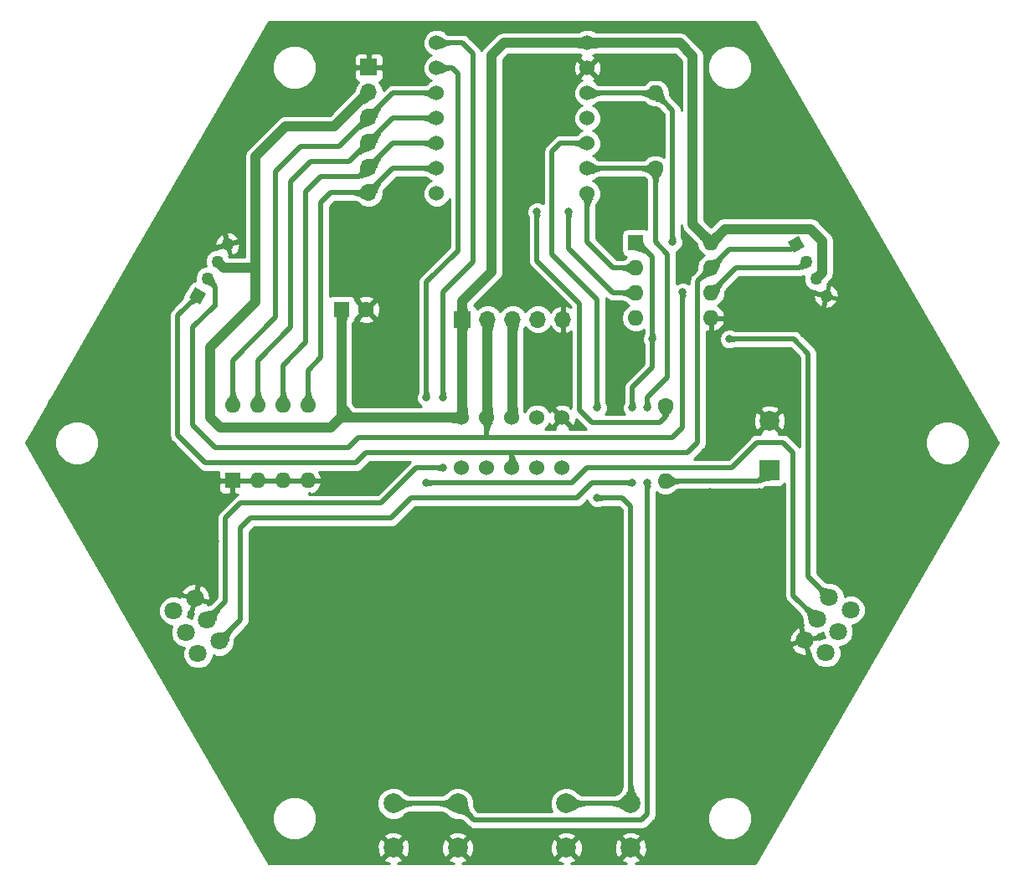
<source format=gbl>
G04 #@! TF.GenerationSoftware,KiCad,Pcbnew,(5.0.2)-1*
G04 #@! TF.CreationDate,2023-10-22T23:37:33+09:00*
G04 #@! TF.ProjectId,Fountain,466f756e-7461-4696-9e2e-6b696361645f,rev?*
G04 #@! TF.SameCoordinates,Original*
G04 #@! TF.FileFunction,Copper,L2,Bot*
G04 #@! TF.FilePolarity,Positive*
%FSLAX46Y46*%
G04 Gerber Fmt 4.6, Leading zero omitted, Abs format (unit mm)*
G04 Created by KiCad (PCBNEW (5.0.2)-1) date 2023/10/22 23:37:33*
%MOMM*%
%LPD*%
G01*
G04 APERTURE LIST*
G04 #@! TA.AperFunction,ComponentPad*
%ADD10C,1.800000*%
G04 #@! TD*
G04 #@! TA.AperFunction,ComponentPad*
%ADD11C,1.524000*%
G04 #@! TD*
G04 #@! TA.AperFunction,ComponentPad*
%ADD12R,2.000000X2.000000*%
G04 #@! TD*
G04 #@! TA.AperFunction,ComponentPad*
%ADD13C,2.000000*%
G04 #@! TD*
G04 #@! TA.AperFunction,ComponentPad*
%ADD14R,1.700000X1.700000*%
G04 #@! TD*
G04 #@! TA.AperFunction,ComponentPad*
%ADD15O,1.700000X1.700000*%
G04 #@! TD*
G04 #@! TA.AperFunction,ComponentPad*
%ADD16R,1.600000X1.600000*%
G04 #@! TD*
G04 #@! TA.AperFunction,ComponentPad*
%ADD17O,1.600000X1.600000*%
G04 #@! TD*
G04 #@! TA.AperFunction,ComponentPad*
%ADD18C,1.270000*%
G04 #@! TD*
G04 #@! TA.AperFunction,Conductor*
%ADD19C,0.100000*%
G04 #@! TD*
G04 #@! TA.AperFunction,ComponentPad*
%ADD20C,1.600000*%
G04 #@! TD*
G04 #@! TA.AperFunction,ViaPad*
%ADD21C,0.800000*%
G04 #@! TD*
G04 #@! TA.AperFunction,Conductor*
%ADD22C,1.000000*%
G04 #@! TD*
G04 #@! TA.AperFunction,Conductor*
%ADD23C,0.500000*%
G04 #@! TD*
G04 #@! TA.AperFunction,Conductor*
%ADD24C,0.254000*%
G04 #@! TD*
G04 #@! TA.AperFunction,Conductor*
%ADD25C,0.025400*%
G04 #@! TD*
G04 APERTURE END LIST*
D10*
G04 #@! TO.P,VOL2,3*
G04 #@! TO.N,Net-(VOL2-Pad3)*
X164250000Y-121919873D03*
G04 #@! TO.P,VOL2,2*
G04 #@! TO.N,Net-(VOL2-Pad2)*
X163000000Y-124084936D03*
G04 #@! TO.P,VOL2,1*
G04 #@! TO.N,Net-(VOL2-Pad1)*
X161750000Y-126250000D03*
G04 #@! TO.P,VOL2,6*
G04 #@! TO.N,3V3*
X162084936Y-120669873D03*
G04 #@! TO.P,VOL2,5*
G04 #@! TO.N,RV2*
X160834936Y-122834936D03*
G04 #@! TO.P,VOL2,4*
G04 #@! TO.N,GND*
X159584936Y-125000000D03*
G04 #@! TD*
D11*
G04 #@! TO.P,IC1,14*
G04 #@! TO.N,5V*
X137620000Y-64540000D03*
G04 #@! TO.P,IC1,13*
G04 #@! TO.N,GND*
X137620000Y-67080000D03*
G04 #@! TO.P,IC1,12*
G04 #@! TO.N,3V3*
X137620000Y-69620000D03*
G04 #@! TO.P,IC1,11*
G04 #@! TO.N,SDA_3V3*
X137620000Y-72160000D03*
G04 #@! TO.P,IC1,10*
G04 #@! TO.N,Net-(IC1-Pad10)*
X137620000Y-74700000D03*
G04 #@! TO.P,IC1,9*
G04 #@! TO.N,Net-(IC1-Pad9)*
X137620000Y-77240000D03*
G04 #@! TO.P,IC1,8*
G04 #@! TO.N,SCL_3V3*
X137620000Y-79780000D03*
G04 #@! TO.P,IC1,7*
G04 #@! TO.N,Net-(IC1-Pad7)*
X122380000Y-79780000D03*
G04 #@! TO.P,IC1,6*
G04 #@! TO.N,Net-(CN5-Pad6)*
X122380000Y-77240000D03*
G04 #@! TO.P,IC1,5*
G04 #@! TO.N,Net-(CN5-Pad5)*
X122380000Y-74700000D03*
G04 #@! TO.P,IC1,4*
G04 #@! TO.N,Net-(CN5-Pad4)*
X122380000Y-72160000D03*
G04 #@! TO.P,IC1,3*
G04 #@! TO.N,Net-(CN5-Pad3)*
X122380000Y-69620000D03*
G04 #@! TO.P,IC1,2*
G04 #@! TO.N,RV2*
X122380000Y-67080000D03*
G04 #@! TO.P,IC1,1*
G04 #@! TO.N,RV1*
X122380000Y-64540000D03*
G04 #@! TD*
D12*
G04 #@! TO.P,BZ1,1*
G04 #@! TO.N,Net-(BZ1-Pad1)*
X156040000Y-107790000D03*
D13*
G04 #@! TO.P,BZ1,2*
G04 #@! TO.N,GND*
X156040000Y-102790000D03*
G04 #@! TD*
D14*
G04 #@! TO.P,CN1,1*
G04 #@! TO.N,5V*
X125000000Y-92500000D03*
D15*
G04 #@! TO.P,CN1,2*
G04 #@! TO.N,SDA_5V*
X127540000Y-92500000D03*
G04 #@! TO.P,CN1,3*
G04 #@! TO.N,SCL_5V*
X130080000Y-92500000D03*
G04 #@! TO.P,CN1,4*
G04 #@! TO.N,Net-(CN1-Pad4)*
X132620000Y-92500000D03*
G04 #@! TO.P,CN1,5*
G04 #@! TO.N,GND*
X135160000Y-92500000D03*
G04 #@! TD*
D11*
G04 #@! TO.P,CN2,5*
G04 #@! TO.N,GND*
X135080000Y-107540000D03*
G04 #@! TO.P,CN2,4*
G04 #@! TO.N,Net-(CN2-Pad4)*
X132540000Y-107540000D03*
G04 #@! TO.P,CN2,3*
G04 #@! TO.N,SCL_5V*
X130000000Y-107540000D03*
G04 #@! TO.P,CN2,2*
G04 #@! TO.N,SDA_5V*
X127460000Y-107540000D03*
G04 #@! TO.P,CN2,1*
G04 #@! TO.N,5V*
X124920000Y-107540000D03*
G04 #@! TO.P,CN2,5*
G04 #@! TO.N,GND*
X135080000Y-102460000D03*
G04 #@! TO.P,CN2,4*
G04 #@! TO.N,Net-(CN2-Pad4)*
X132540000Y-102460000D03*
G04 #@! TO.P,CN2,3*
G04 #@! TO.N,SCL_5V*
X130000000Y-102460000D03*
G04 #@! TO.P,CN2,2*
G04 #@! TO.N,SDA_5V*
X127460000Y-102460000D03*
G04 #@! TO.P,CN2,1*
G04 #@! TO.N,5V*
X124920000Y-102460000D03*
G04 #@! TD*
D16*
G04 #@! TO.P,IC2,1*
G04 #@! TO.N,3V3*
X142500000Y-84750000D03*
D17*
G04 #@! TO.P,IC2,5*
G04 #@! TO.N,GND*
X150120000Y-92370000D03*
G04 #@! TO.P,IC2,2*
G04 #@! TO.N,SCL_3V3*
X142500000Y-87290000D03*
G04 #@! TO.P,IC2,6*
G04 #@! TO.N,SDA_5V*
X150120000Y-89830000D03*
G04 #@! TO.P,IC2,3*
G04 #@! TO.N,SDA_3V3*
X142500000Y-89830000D03*
G04 #@! TO.P,IC2,7*
G04 #@! TO.N,SCL_5V*
X150120000Y-87290000D03*
G04 #@! TO.P,IC2,4*
G04 #@! TO.N,Net-(IC2-Pad4)*
X142500000Y-92370000D03*
G04 #@! TO.P,IC2,8*
G04 #@! TO.N,5V*
X150120000Y-84750000D03*
G04 #@! TD*
D13*
G04 #@! TO.P,SW1,2*
G04 #@! TO.N,GND*
X118000000Y-146000000D03*
G04 #@! TO.P,SW1,1*
G04 #@! TO.N,Net-(IC1-Pad9)*
X118000000Y-141500000D03*
G04 #@! TO.P,SW1,2*
G04 #@! TO.N,GND*
X124500000Y-146000000D03*
G04 #@! TO.P,SW1,1*
G04 #@! TO.N,Net-(IC1-Pad9)*
X124500000Y-141500000D03*
G04 #@! TD*
G04 #@! TO.P,SW2,1*
G04 #@! TO.N,Net-(IC1-Pad10)*
X142000000Y-141500000D03*
G04 #@! TO.P,SW2,2*
G04 #@! TO.N,GND*
X142000000Y-146000000D03*
G04 #@! TO.P,SW2,1*
G04 #@! TO.N,Net-(IC1-Pad10)*
X135500000Y-141500000D03*
G04 #@! TO.P,SW2,2*
G04 #@! TO.N,GND*
X135500000Y-146000000D03*
G04 #@! TD*
D16*
G04 #@! TO.P,SW3,1*
G04 #@! TO.N,GND*
X101750000Y-108810000D03*
D17*
G04 #@! TO.P,SW3,5*
G04 #@! TO.N,Net-(CN5-Pad6)*
X109370000Y-101190000D03*
G04 #@! TO.P,SW3,2*
G04 #@! TO.N,GND*
X104290000Y-108810000D03*
G04 #@! TO.P,SW3,6*
G04 #@! TO.N,Net-(CN5-Pad5)*
X106830000Y-101190000D03*
G04 #@! TO.P,SW3,3*
G04 #@! TO.N,GND*
X106830000Y-108810000D03*
G04 #@! TO.P,SW3,7*
G04 #@! TO.N,Net-(CN5-Pad4)*
X104290000Y-101190000D03*
G04 #@! TO.P,SW3,4*
G04 #@! TO.N,GND*
X109370000Y-108810000D03*
G04 #@! TO.P,SW3,8*
G04 #@! TO.N,Net-(CN5-Pad3)*
X101750000Y-101190000D03*
G04 #@! TD*
D10*
G04 #@! TO.P,VOL1,4*
G04 #@! TO.N,GND*
X97915064Y-120750000D03*
G04 #@! TO.P,VOL1,5*
G04 #@! TO.N,RV1*
X99165064Y-122915064D03*
G04 #@! TO.P,VOL1,6*
G04 #@! TO.N,3V3*
X100415064Y-125080127D03*
G04 #@! TO.P,VOL1,1*
G04 #@! TO.N,Net-(VOL1-Pad1)*
X95750000Y-122000000D03*
G04 #@! TO.P,VOL1,2*
G04 #@! TO.N,Net-(VOL1-Pad2)*
X97000000Y-124165064D03*
G04 #@! TO.P,VOL1,3*
G04 #@! TO.N,Net-(VOL1-Pad3)*
X98250000Y-126330127D03*
G04 #@! TD*
D18*
G04 #@! TO.P,CN3,1*
G04 #@! TO.N,SCL_5V*
X98221515Y-90122911D03*
D19*
G04 #@! TD*
G04 #@! TO.N,SCL_5V*
G04 #@! TO.C,CN3*
G36*
X98453941Y-90990337D02*
X97354089Y-90355337D01*
X97989089Y-89255485D01*
X99088941Y-89890485D01*
X98453941Y-90990337D01*
X98453941Y-90990337D01*
G37*
D18*
G04 #@! TO.P,CN3,2*
G04 #@! TO.N,SDA_5V*
X99222171Y-88389484D03*
G04 #@! TO.P,CN3,3*
G04 #@! TO.N,5V*
X100220391Y-86660516D03*
G04 #@! TO.P,CN3,4*
G04 #@! TO.N,GND*
X101221151Y-84927149D03*
G04 #@! TD*
G04 #@! TO.P,CN4,4*
G04 #@! TO.N,GND*
X161753589Y-90122851D03*
G04 #@! TO.P,CN4,3*
G04 #@! TO.N,5V*
X160752829Y-88389484D03*
G04 #@! TO.P,CN4,2*
G04 #@! TO.N,SDA_5V*
X159754609Y-86660516D03*
G04 #@! TO.P,CN4,1*
G04 #@! TO.N,SCL_5V*
X158753745Y-84927209D03*
D19*
G04 #@! TD*
G04 #@! TO.N,SCL_5V*
G04 #@! TO.C,CN4*
G36*
X157886319Y-84694783D02*
X158986171Y-84059783D01*
X159621171Y-85159635D01*
X158521319Y-85794635D01*
X157886319Y-84694783D01*
X157886319Y-84694783D01*
G37*
D20*
G04 #@! TO.P,R1,1*
G04 #@! TO.N,Net-(IC1-Pad9)*
X144500000Y-77250000D03*
D17*
G04 #@! TO.P,R1,2*
G04 #@! TO.N,3V3*
X144500000Y-69630000D03*
G04 #@! TD*
D20*
G04 #@! TO.P,R2,1*
G04 #@! TO.N,Net-(IC1-Pad7)*
X145500000Y-101250000D03*
D17*
G04 #@! TO.P,R2,2*
G04 #@! TO.N,Net-(BZ1-Pad1)*
X145500000Y-108870000D03*
G04 #@! TD*
D16*
G04 #@! TO.P,C1,1*
G04 #@! TO.N,5V*
X112750000Y-91500000D03*
D20*
G04 #@! TO.P,C1,2*
G04 #@! TO.N,GND*
X115250000Y-91500000D03*
G04 #@! TD*
D14*
G04 #@! TO.P,CN5,1*
G04 #@! TO.N,GND*
X115500000Y-67000000D03*
D15*
G04 #@! TO.P,CN5,2*
G04 #@! TO.N,5V*
X115500000Y-69540000D03*
G04 #@! TO.P,CN5,3*
G04 #@! TO.N,Net-(CN5-Pad3)*
X115500000Y-72080000D03*
G04 #@! TO.P,CN5,4*
G04 #@! TO.N,Net-(CN5-Pad4)*
X115500000Y-74620000D03*
G04 #@! TO.P,CN5,5*
G04 #@! TO.N,Net-(CN5-Pad5)*
X115500000Y-77160000D03*
G04 #@! TO.P,CN5,6*
G04 #@! TO.N,Net-(CN5-Pad6)*
X115500000Y-79700000D03*
G04 #@! TD*
D21*
G04 #@! TO.N,GND*
X155000000Y-135000000D03*
X150000000Y-135000000D03*
X105616000Y-62836000D03*
X81232000Y-105000000D03*
X105616000Y-147164000D03*
X154384000Y-147164000D03*
X178768000Y-105000000D03*
X154384000Y-62836000D03*
X103330000Y-66900000D03*
X101250000Y-70500000D03*
X99000000Y-74400000D03*
X87800000Y-93600000D03*
X85800000Y-97250000D03*
X83518000Y-100936000D03*
X83518000Y-109064000D03*
X85750000Y-112750000D03*
X87750000Y-116250000D03*
X98758000Y-135226000D03*
X101044000Y-139036000D03*
X103330000Y-143100000D03*
X110188000Y-147164000D03*
X149812000Y-147164000D03*
X172672000Y-115668000D03*
X174704000Y-112112000D03*
X176736000Y-108556000D03*
X156670000Y-143100000D03*
X158956000Y-139036000D03*
X176736000Y-101444000D03*
X174704000Y-97888000D03*
X158956000Y-70456000D03*
X156670000Y-66646000D03*
X110696000Y-62836000D03*
X169624000Y-89252000D03*
X167592000Y-85696000D03*
X165560000Y-82140000D03*
X163274000Y-78330000D03*
X170386000Y-119478000D03*
X166250000Y-126500000D03*
X163750000Y-130750000D03*
X132032000Y-147164000D03*
X93750000Y-126750000D03*
X95964000Y-130654000D03*
X91750000Y-123250000D03*
X97000000Y-77800000D03*
X92400000Y-85800000D03*
X90000000Y-89800000D03*
X115268000Y-62836000D03*
X125428000Y-62836000D03*
X130000000Y-62836000D03*
X134826000Y-62836000D03*
X139906000Y-62836000D03*
X144478000Y-62836000D03*
X149304000Y-62836000D03*
X172250000Y-93750000D03*
X168250000Y-123000000D03*
X161250000Y-135000000D03*
X89750000Y-119750000D03*
X94600000Y-82000000D03*
X114252000Y-147164000D03*
X127968000Y-147164000D03*
X145240000Y-147164000D03*
X160988000Y-74012000D03*
X119750000Y-62836000D03*
X145000000Y-135000000D03*
X140000000Y-135000000D03*
X135000000Y-135000000D03*
X130000000Y-135000000D03*
X125000000Y-135000000D03*
X120000000Y-135000000D03*
X115000000Y-135000000D03*
X110000000Y-135000000D03*
X105000000Y-135000000D03*
X105000000Y-130000000D03*
X110000000Y-130000000D03*
X115000000Y-130000000D03*
X115000000Y-130000000D03*
X115000000Y-125000000D03*
X110000000Y-125000000D03*
X105000000Y-125000000D03*
X105000000Y-120000000D03*
X110000000Y-120000000D03*
X115000000Y-120000000D03*
X115000000Y-115000000D03*
X110000000Y-115000000D03*
X105000000Y-115000000D03*
X120000000Y-115000000D03*
X120000000Y-120000000D03*
X125000000Y-120000000D03*
X125000000Y-115000000D03*
X130000000Y-115000000D03*
X130000000Y-120000000D03*
X135000000Y-120000000D03*
X135000000Y-115000000D03*
X140000000Y-115000000D03*
X140000000Y-120000000D03*
X145000000Y-115000000D03*
X145000000Y-120000000D03*
X150000000Y-115000000D03*
X150000000Y-120000000D03*
X155000000Y-120000000D03*
X155000000Y-115000000D03*
X155000000Y-125000000D03*
X150000000Y-125000000D03*
X145000000Y-125000000D03*
X145000000Y-125000000D03*
X145000000Y-130000000D03*
X150000000Y-130000000D03*
X155000000Y-130000000D03*
X145000000Y-140000000D03*
X130000000Y-140000000D03*
X115000000Y-140000000D03*
X130000000Y-145000000D03*
X120000000Y-130000000D03*
X125000000Y-130000000D03*
X130000000Y-130000000D03*
X135000000Y-130000000D03*
X140000000Y-130000000D03*
X165000000Y-115000000D03*
X165000000Y-110000000D03*
X165000000Y-105000000D03*
X165000000Y-100000000D03*
X165000000Y-95000000D03*
X170000000Y-95000000D03*
X170000000Y-100000000D03*
X170000000Y-105000000D03*
X170000000Y-110000000D03*
X170000000Y-115000000D03*
X150000000Y-100000000D03*
X155000000Y-90000000D03*
X155000000Y-80000000D03*
X150000000Y-80000000D03*
X150000000Y-75000000D03*
X155000000Y-75000000D03*
X140000000Y-75000000D03*
X140000000Y-80000000D03*
X130000000Y-80000000D03*
X130000000Y-75000000D03*
X130000000Y-70000000D03*
X135000000Y-70000000D03*
X120000000Y-85000000D03*
X115000000Y-85000000D03*
X120000000Y-90000000D03*
X120000000Y-95000000D03*
X115000000Y-100000000D03*
X130000000Y-85000000D03*
X135000000Y-100000000D03*
X135000000Y-95000000D03*
X100000000Y-80000000D03*
X95000000Y-95000000D03*
X90000000Y-95000000D03*
X90000000Y-95000000D03*
X90000000Y-100000000D03*
X95000000Y-100000000D03*
X95000000Y-105000000D03*
X90000000Y-105000000D03*
X95000000Y-110000000D03*
X90000000Y-110000000D03*
X90000000Y-115000000D03*
X95000000Y-115000000D03*
X100000000Y-115000000D03*
X100000000Y-130000000D03*
X160000000Y-80000000D03*
X165000000Y-90000000D03*
X95000000Y-90000000D03*
X115000000Y-110000000D03*
X120000000Y-100000000D03*
X150000000Y-110000000D03*
X120000000Y-125000000D03*
X125000000Y-125000000D03*
X130000000Y-125000000D03*
X135000000Y-125000000D03*
X140000000Y-125000000D03*
X147500000Y-87000000D03*
X140500000Y-92500000D03*
X140500000Y-97000000D03*
X155000000Y-100000000D03*
X105000000Y-140000000D03*
X115000000Y-145000000D03*
X145000000Y-145000000D03*
X160000000Y-130000000D03*
X115000000Y-95000000D03*
X120000000Y-80000000D03*
X110000000Y-140000000D03*
X155000000Y-140000000D03*
X150000000Y-140000000D03*
X155000000Y-110000000D03*
X150000000Y-105000000D03*
X145000000Y-75000000D03*
G04 #@! TO.N,3V3*
X146256000Y-84680000D03*
X152000000Y-94500000D03*
X144224000Y-94500000D03*
X142192000Y-101444000D03*
X142192000Y-109064000D03*
G04 #@! TO.N,SDA_5V*
X147272000Y-89760000D03*
G04 #@! TO.N,SDA_3V3*
X135715000Y-81632000D03*
G04 #@! TO.N,Net-(IC1-Pad10)*
X138636000Y-110588000D03*
X138636000Y-101444000D03*
G04 #@! TO.N,Net-(IC1-Pad9)*
X143716000Y-109064000D03*
X143716000Y-101444000D03*
G04 #@! TO.N,Net-(IC1-Pad7)*
X132540000Y-81632000D03*
G04 #@! TO.N,RV2*
X121364000Y-109064000D03*
X121364000Y-100428000D03*
G04 #@! TO.N,RV1*
X123015000Y-107540000D03*
X123020000Y-100428000D03*
G04 #@! TD*
D22*
G04 #@! TO.N,5V*
X137620000Y-64540000D02*
X146944000Y-64540000D01*
X146944000Y-64540000D02*
X148288000Y-65884000D01*
X148288000Y-82918000D02*
X150120000Y-84750000D01*
X148288000Y-65884000D02*
X148288000Y-82918000D01*
X125000000Y-102380000D02*
X124920000Y-102460000D01*
X125000000Y-92500000D02*
X125000000Y-102380000D01*
X124920000Y-102460000D02*
X114760000Y-102460000D01*
X112750000Y-100450000D02*
X112750000Y-91500000D01*
X125000000Y-90650000D02*
X125000000Y-92500000D01*
X127968000Y-87682000D02*
X125000000Y-90650000D01*
X127968000Y-65757000D02*
X127968000Y-87682000D01*
X129185000Y-64540000D02*
X127968000Y-65757000D01*
X137620000Y-64540000D02*
X129185000Y-64540000D01*
X113744000Y-102460000D02*
X114760000Y-102460000D01*
X112750000Y-100450000D02*
X112750000Y-101466000D01*
X104016485Y-87295515D02*
X104092000Y-87220000D01*
X100855390Y-87295515D02*
X104016485Y-87295515D01*
X100220391Y-86660516D02*
X100855390Y-87295515D01*
X104092000Y-77568000D02*
X104092000Y-87220000D01*
X104092000Y-76044000D02*
X104092000Y-77568000D01*
X107140000Y-72996000D02*
X104092000Y-76044000D01*
X112044000Y-72996000D02*
X107140000Y-72996000D01*
X115500000Y-69540000D02*
X112044000Y-72996000D01*
X151510227Y-83359773D02*
X150120000Y-84750000D01*
X160175773Y-83359773D02*
X151510227Y-83359773D01*
X161387828Y-84571828D02*
X160175773Y-83359773D01*
X160752829Y-88389484D02*
X161387828Y-87754485D01*
X161387828Y-87754485D02*
X161387828Y-84571828D01*
X104092000Y-90776000D02*
X104092000Y-87220000D01*
X113744000Y-102460000D02*
X112728000Y-102460000D01*
X112728000Y-102460000D02*
X111712000Y-103476000D01*
X111712000Y-103476000D02*
X100536000Y-103476000D01*
X100536000Y-103476000D02*
X99520000Y-102460000D01*
X99520000Y-102460000D02*
X99520000Y-95348000D01*
X99520000Y-95348000D02*
X104092000Y-90776000D01*
X112728000Y-102460000D02*
X112750000Y-102438000D01*
X112750000Y-101466000D02*
X113744000Y-102460000D01*
X112750000Y-101444000D02*
X112750000Y-101466000D01*
X112750000Y-101444000D02*
X112750000Y-91500000D01*
X112750000Y-102438000D02*
X112750000Y-101444000D01*
D23*
G04 #@! TO.N,3V3*
X144490000Y-69620000D02*
X144500000Y-69630000D01*
X137620000Y-69620000D02*
X141176000Y-69620000D01*
X146256000Y-84680000D02*
X146256000Y-71386000D01*
X146256000Y-71386000D02*
X144500000Y-69630000D01*
X141176000Y-69620000D02*
X144490000Y-69620000D01*
X159972000Y-118556937D02*
X162084936Y-120669873D01*
X159972000Y-107540000D02*
X159972000Y-118556937D01*
X142770000Y-84750000D02*
X142500000Y-84750000D01*
X144224000Y-93824000D02*
X144224000Y-86204000D01*
X144224000Y-86204000D02*
X142770000Y-84750000D01*
X159972000Y-97380000D02*
X159972000Y-96872000D01*
X159972000Y-107540000D02*
X159972000Y-97380000D01*
X102568000Y-122927191D02*
X100415064Y-125080127D01*
X102568000Y-113636000D02*
X102568000Y-122927191D01*
X103584000Y-112620000D02*
X102568000Y-113636000D01*
X138128000Y-109064000D02*
X136604000Y-110588000D01*
X136604000Y-110588000D02*
X119840000Y-110588000D01*
X119840000Y-110588000D02*
X117808000Y-112620000D01*
X117808000Y-112620000D02*
X103584000Y-112620000D01*
X159972000Y-96872000D02*
X159972000Y-95972000D01*
X159972000Y-95972000D02*
X158500000Y-94500000D01*
X158500000Y-94500000D02*
X152000000Y-94500000D01*
X144224000Y-94840000D02*
X144224000Y-94500000D01*
X144224000Y-94500000D02*
X144224000Y-86204000D01*
X144224000Y-97276000D02*
X144224000Y-96872000D01*
X144224000Y-96872000D02*
X144224000Y-86204000D01*
X144224000Y-96872000D02*
X144224000Y-97380000D01*
X142192000Y-99412000D02*
X142192000Y-101444000D01*
X144224000Y-97380000D02*
X142192000Y-99412000D01*
X142192000Y-109064000D02*
X138128000Y-109064000D01*
G04 #@! TO.N,Net-(BZ1-Pad1)*
X154960000Y-108870000D02*
X156040000Y-107790000D01*
X145500000Y-108870000D02*
X154960000Y-108870000D01*
D22*
G04 #@! TO.N,SDA_5V*
X127540000Y-102380000D02*
X127460000Y-102460000D01*
X127540000Y-92500000D02*
X127540000Y-102380000D01*
D23*
X114506000Y-104492000D02*
X127460000Y-104492000D01*
X113490000Y-105508000D02*
X114506000Y-104492000D01*
X100028000Y-105508000D02*
X113490000Y-105508000D01*
X100028000Y-89195313D02*
X100028000Y-91157000D01*
X100028000Y-91157000D02*
X99901000Y-91157000D01*
X99901000Y-91157000D02*
X97742000Y-93316000D01*
X99222171Y-88389484D02*
X100028000Y-89195313D01*
X97742000Y-93316000D02*
X97742000Y-103222000D01*
X97742000Y-103222000D02*
X100028000Y-105508000D01*
X152654485Y-87295515D02*
X152352000Y-87598000D01*
X159119610Y-87295515D02*
X152654485Y-87295515D01*
X159754609Y-86660516D02*
X159119610Y-87295515D01*
X150120000Y-89830000D02*
X152352000Y-87598000D01*
X127460000Y-102460000D02*
X127460000Y-104492000D01*
X147272000Y-101952000D02*
X147272000Y-89760000D01*
X147272000Y-103476000D02*
X147272000Y-101952000D01*
X146256000Y-104492000D02*
X147272000Y-103476000D01*
X127460000Y-104492000D02*
X146256000Y-104492000D01*
G04 #@! TO.N,SCL_5V*
X130000000Y-107540000D02*
X130000000Y-106016000D01*
D22*
X130080000Y-102380000D02*
X130000000Y-102460000D01*
X130080000Y-92500000D02*
X130080000Y-102380000D01*
D23*
X115268000Y-106016000D02*
X130000000Y-106016000D01*
X114252000Y-107032000D02*
X115268000Y-106016000D01*
X99012000Y-107032000D02*
X114252000Y-107032000D01*
X96218000Y-104238000D02*
X99012000Y-107032000D01*
X98221515Y-90122911D02*
X96218000Y-92126426D01*
X96218000Y-92126426D02*
X96218000Y-104238000D01*
X151947229Y-85462771D02*
X150120000Y-87290000D01*
X158753745Y-84927209D02*
X158218183Y-85462771D01*
X158218183Y-85462771D02*
X151947229Y-85462771D01*
X148796000Y-88614000D02*
X150120000Y-87290000D01*
X148796000Y-105000000D02*
X148796000Y-88614000D01*
X147780000Y-106016000D02*
X148796000Y-105000000D01*
X130000000Y-106016000D02*
X147780000Y-106016000D01*
G04 #@! TO.N,SDA_3V3*
X135715000Y-81632000D02*
X135715000Y-85315000D01*
X140230000Y-89830000D02*
X135715000Y-85315000D01*
X142500000Y-89830000D02*
X140230000Y-89830000D01*
G04 #@! TO.N,Net-(IC1-Pad10)*
X135500000Y-141500000D02*
X142000000Y-141500000D01*
X142000000Y-114144000D02*
X142000000Y-141500000D01*
X142000000Y-111412000D02*
X142000000Y-114144000D01*
X141176000Y-110588000D02*
X142000000Y-111412000D01*
X138636000Y-110588000D02*
X141176000Y-110588000D01*
X134900000Y-74700000D02*
X137620000Y-74700000D01*
X138636000Y-101444000D02*
X138636000Y-90522000D01*
X138636000Y-90522000D02*
X134064000Y-85950000D01*
X134064000Y-75536000D02*
X134900000Y-74700000D01*
X134064000Y-85950000D02*
X134064000Y-75536000D01*
G04 #@! TO.N,Net-(IC1-Pad9)*
X118000000Y-141500000D02*
X124500000Y-141500000D01*
X137630000Y-77250000D02*
X137620000Y-77240000D01*
X144500000Y-77250000D02*
X137630000Y-77250000D01*
X145748000Y-98396000D02*
X143716000Y-100428000D01*
X145748000Y-85928000D02*
X145748000Y-98396000D01*
X144500000Y-77250000D02*
X144500000Y-84680000D01*
X144500000Y-84680000D02*
X145748000Y-85928000D01*
X143716000Y-142592000D02*
X143118000Y-143190000D01*
X143716000Y-109064000D02*
X143716000Y-142592000D01*
X143118000Y-143190000D02*
X126190000Y-143190000D01*
X126190000Y-143190000D02*
X124500000Y-141500000D01*
X143716000Y-100428000D02*
X143716000Y-101444000D01*
G04 #@! TO.N,SCL_3V3*
X140230000Y-87290000D02*
X142500000Y-87290000D01*
X137620000Y-79780000D02*
X137620000Y-84680000D01*
X137620000Y-84680000D02*
X140230000Y-87290000D01*
G04 #@! TO.N,Net-(IC1-Pad7)*
X132540000Y-86585000D02*
X132540000Y-81632000D01*
X145500000Y-101250000D02*
X145500000Y-102381370D01*
X145500000Y-102381370D02*
X144913370Y-102968000D01*
X144913370Y-102968000D02*
X138128000Y-102968000D01*
X138128000Y-102968000D02*
X136858000Y-101698000D01*
X136858000Y-101698000D02*
X136858000Y-90903000D01*
X136858000Y-90903000D02*
X132540000Y-86585000D01*
G04 #@! TO.N,RV2*
X121364000Y-88744000D02*
X121364000Y-100428000D01*
X124544000Y-85564000D02*
X121364000Y-88744000D01*
X124544000Y-67658000D02*
X124544000Y-85564000D01*
X123966000Y-67080000D02*
X124544000Y-67658000D01*
X122380000Y-67080000D02*
X123966000Y-67080000D01*
X158448000Y-120448000D02*
X160834936Y-122834936D01*
X121364000Y-109064000D02*
X136096000Y-109064000D01*
X158448000Y-106016000D02*
X158448000Y-120448000D01*
X154765000Y-105000000D02*
X157432000Y-105000000D01*
X157432000Y-105000000D02*
X158448000Y-106016000D01*
X152225000Y-107540000D02*
X154765000Y-105000000D01*
X137620000Y-107540000D02*
X152225000Y-107540000D01*
X136096000Y-109064000D02*
X137620000Y-107540000D01*
G04 #@! TO.N,RV1*
X123015000Y-107540000D02*
X122888000Y-107540000D01*
X101044000Y-121036128D02*
X99165064Y-122915064D01*
X101044000Y-112620000D02*
X101044000Y-121036128D01*
X102568000Y-111096000D02*
X101044000Y-112620000D01*
X116792000Y-111096000D02*
X102568000Y-111096000D01*
X120348000Y-107540000D02*
X116792000Y-111096000D01*
X123015000Y-107540000D02*
X120348000Y-107540000D01*
X123020000Y-89760000D02*
X123020000Y-100428000D01*
X126068000Y-86712000D02*
X123020000Y-89760000D01*
X126068000Y-65626000D02*
X126068000Y-86712000D01*
X124982000Y-64540000D02*
X126068000Y-65626000D01*
X122380000Y-64540000D02*
X124982000Y-64540000D01*
G04 #@! TO.N,Net-(CN5-Pad4)*
X113568000Y-76552000D02*
X115500000Y-74620000D01*
X109680000Y-76552000D02*
X113568000Y-76552000D01*
X107648000Y-78584000D02*
X109680000Y-76552000D01*
X107648000Y-93316000D02*
X107648000Y-78584000D01*
X104290000Y-101190000D02*
X104290000Y-96674000D01*
X104290000Y-96674000D02*
X107648000Y-93316000D01*
X117960000Y-72160000D02*
X122380000Y-72160000D01*
X115500000Y-74620000D02*
X117960000Y-72160000D01*
G04 #@! TO.N,Net-(CN5-Pad3)*
X112552000Y-75028000D02*
X115500000Y-72080000D01*
X108664000Y-75028000D02*
X112552000Y-75028000D01*
X106124000Y-77568000D02*
X108664000Y-75028000D01*
X106124000Y-92300000D02*
X106124000Y-77568000D01*
X101750000Y-101190000D02*
X101750000Y-96674000D01*
X101750000Y-96674000D02*
X106124000Y-92300000D01*
X117960000Y-69620000D02*
X122380000Y-69620000D01*
X115500000Y-72080000D02*
X117960000Y-69620000D01*
G04 #@! TO.N,Net-(CN5-Pad5)*
X114584000Y-78076000D02*
X115500000Y-77160000D01*
X110696000Y-78076000D02*
X114584000Y-78076000D01*
X109172000Y-79600000D02*
X110696000Y-78076000D01*
X109172000Y-94840000D02*
X109172000Y-79600000D01*
X106830000Y-101190000D02*
X106830000Y-97182000D01*
X106830000Y-97182000D02*
X109172000Y-94840000D01*
X117960000Y-74700000D02*
X122380000Y-74700000D01*
X115500000Y-77160000D02*
X117960000Y-74700000D01*
G04 #@! TO.N,Net-(CN5-Pad6)*
X109370000Y-101190000D02*
X109370000Y-97690000D01*
X109370000Y-97690000D02*
X110696000Y-96364000D01*
X110696000Y-80716000D02*
X111712000Y-79700000D01*
X110696000Y-96364000D02*
X110696000Y-80716000D01*
X115500000Y-79700000D02*
X111712000Y-79700000D01*
X117960000Y-77240000D02*
X122380000Y-77240000D01*
X115500000Y-79700000D02*
X117960000Y-77240000D01*
G04 #@! TD*
D24*
G04 #@! TO.N,GND*
G36*
X179180163Y-105000000D02*
X154590082Y-147591270D01*
X142459301Y-147591270D01*
X142874264Y-147419387D01*
X142972927Y-147152532D01*
X142000000Y-146179605D01*
X141027073Y-147152532D01*
X141125736Y-147419387D01*
X141588392Y-147591270D01*
X135959301Y-147591270D01*
X136374264Y-147419387D01*
X136472927Y-147152532D01*
X135500000Y-146179605D01*
X134527073Y-147152532D01*
X134625736Y-147419387D01*
X135088392Y-147591270D01*
X124959301Y-147591270D01*
X125374264Y-147419387D01*
X125472927Y-147152532D01*
X124500000Y-146179605D01*
X123527073Y-147152532D01*
X123625736Y-147419387D01*
X124088392Y-147591270D01*
X118459301Y-147591270D01*
X118874264Y-147419387D01*
X118972927Y-147152532D01*
X118000000Y-146179605D01*
X117027073Y-147152532D01*
X117125736Y-147419387D01*
X117588392Y-147591270D01*
X105409919Y-147591270D01*
X104338468Y-145735461D01*
X116354092Y-145735461D01*
X116378144Y-146385460D01*
X116580613Y-146874264D01*
X116847468Y-146972927D01*
X117820395Y-146000000D01*
X118179605Y-146000000D01*
X119152532Y-146972927D01*
X119419387Y-146874264D01*
X119645908Y-146264539D01*
X119626331Y-145735461D01*
X122854092Y-145735461D01*
X122878144Y-146385460D01*
X123080613Y-146874264D01*
X123347468Y-146972927D01*
X124320395Y-146000000D01*
X124679605Y-146000000D01*
X125652532Y-146972927D01*
X125919387Y-146874264D01*
X126145908Y-146264539D01*
X126126331Y-145735461D01*
X133854092Y-145735461D01*
X133878144Y-146385460D01*
X134080613Y-146874264D01*
X134347468Y-146972927D01*
X135320395Y-146000000D01*
X135679605Y-146000000D01*
X136652532Y-146972927D01*
X136919387Y-146874264D01*
X137145908Y-146264539D01*
X137126331Y-145735461D01*
X140354092Y-145735461D01*
X140378144Y-146385460D01*
X140580613Y-146874264D01*
X140847468Y-146972927D01*
X141820395Y-146000000D01*
X142179605Y-146000000D01*
X143152532Y-146972927D01*
X143419387Y-146874264D01*
X143645908Y-146264539D01*
X143621856Y-145614540D01*
X143419387Y-145125736D01*
X143152532Y-145027073D01*
X142179605Y-146000000D01*
X141820395Y-146000000D01*
X140847468Y-145027073D01*
X140580613Y-145125736D01*
X140354092Y-145735461D01*
X137126331Y-145735461D01*
X137121856Y-145614540D01*
X136919387Y-145125736D01*
X136652532Y-145027073D01*
X135679605Y-146000000D01*
X135320395Y-146000000D01*
X134347468Y-145027073D01*
X134080613Y-145125736D01*
X133854092Y-145735461D01*
X126126331Y-145735461D01*
X126121856Y-145614540D01*
X125919387Y-145125736D01*
X125652532Y-145027073D01*
X124679605Y-146000000D01*
X124320395Y-146000000D01*
X123347468Y-145027073D01*
X123080613Y-145125736D01*
X122854092Y-145735461D01*
X119626331Y-145735461D01*
X119621856Y-145614540D01*
X119419387Y-145125736D01*
X119152532Y-145027073D01*
X118179605Y-146000000D01*
X117820395Y-146000000D01*
X116847468Y-145027073D01*
X116580613Y-145125736D01*
X116354092Y-145735461D01*
X104338468Y-145735461D01*
X102502476Y-142555431D01*
X105765000Y-142555431D01*
X105765000Y-143444569D01*
X106105259Y-144266026D01*
X106733974Y-144894741D01*
X107555431Y-145235000D01*
X108444569Y-145235000D01*
X109266026Y-144894741D01*
X109313299Y-144847468D01*
X117027073Y-144847468D01*
X118000000Y-145820395D01*
X118972927Y-144847468D01*
X123527073Y-144847468D01*
X124500000Y-145820395D01*
X125472927Y-144847468D01*
X134527073Y-144847468D01*
X135500000Y-145820395D01*
X136472927Y-144847468D01*
X141027073Y-144847468D01*
X142000000Y-145820395D01*
X142972927Y-144847468D01*
X142874264Y-144580613D01*
X142264539Y-144354092D01*
X141614540Y-144378144D01*
X141125736Y-144580613D01*
X141027073Y-144847468D01*
X136472927Y-144847468D01*
X136374264Y-144580613D01*
X135764539Y-144354092D01*
X135114540Y-144378144D01*
X134625736Y-144580613D01*
X134527073Y-144847468D01*
X125472927Y-144847468D01*
X125374264Y-144580613D01*
X124764539Y-144354092D01*
X124114540Y-144378144D01*
X123625736Y-144580613D01*
X123527073Y-144847468D01*
X118972927Y-144847468D01*
X118874264Y-144580613D01*
X118264539Y-144354092D01*
X117614540Y-144378144D01*
X117125736Y-144580613D01*
X117027073Y-144847468D01*
X109313299Y-144847468D01*
X109894741Y-144266026D01*
X110235000Y-143444569D01*
X110235000Y-142555431D01*
X109894741Y-141733974D01*
X109266026Y-141105259D01*
X108444569Y-140765000D01*
X107555431Y-140765000D01*
X106733974Y-141105259D01*
X106105259Y-141733974D01*
X105765000Y-142555431D01*
X102502476Y-142555431D01*
X90458510Y-121694670D01*
X94215000Y-121694670D01*
X94215000Y-122305330D01*
X94448690Y-122869507D01*
X94880493Y-123301310D01*
X95444670Y-123535000D01*
X95599509Y-123535000D01*
X95465000Y-123859734D01*
X95465000Y-124470394D01*
X95698690Y-125034571D01*
X96130493Y-125466374D01*
X96694670Y-125700064D01*
X96849509Y-125700064D01*
X96715000Y-126024797D01*
X96715000Y-126635457D01*
X96948690Y-127199634D01*
X97380493Y-127631437D01*
X97944670Y-127865127D01*
X98555330Y-127865127D01*
X99119507Y-127631437D01*
X99551310Y-127199634D01*
X99785000Y-126635457D01*
X99785000Y-126480618D01*
X100109734Y-126615127D01*
X100720394Y-126615127D01*
X101284571Y-126381437D01*
X101716374Y-125949634D01*
X101950064Y-125385457D01*
X101950064Y-125078249D01*
X101951995Y-125008469D01*
X101957505Y-124956552D01*
X101966607Y-124908407D01*
X101979161Y-124863039D01*
X101995323Y-124819324D01*
X102015499Y-124776249D01*
X102040349Y-124732907D01*
X102070650Y-124688689D01*
X102107250Y-124643207D01*
X102158298Y-124588472D01*
X103132156Y-123614614D01*
X103206049Y-123565240D01*
X103290268Y-123439199D01*
X103353393Y-123344725D01*
X103401652Y-123272501D01*
X103453000Y-123014356D01*
X103453000Y-123014352D01*
X103470337Y-122927192D01*
X103453000Y-122840032D01*
X103453000Y-114002578D01*
X103950579Y-113505000D01*
X117720839Y-113505000D01*
X117808000Y-113522337D01*
X117895161Y-113505000D01*
X117895165Y-113505000D01*
X118153310Y-113453652D01*
X118446049Y-113258049D01*
X118495425Y-113184153D01*
X120206579Y-111473000D01*
X136516839Y-111473000D01*
X136604000Y-111490337D01*
X136691161Y-111473000D01*
X136691165Y-111473000D01*
X136949310Y-111421652D01*
X137242049Y-111226049D01*
X137291425Y-111152153D01*
X137615265Y-110828313D01*
X137758569Y-111174280D01*
X138049720Y-111465431D01*
X138430126Y-111623000D01*
X138841874Y-111623000D01*
X139204007Y-111473000D01*
X140809422Y-111473000D01*
X141115000Y-111778579D01*
X141115001Y-114056831D01*
X141115000Y-114056836D01*
X141115001Y-139678236D01*
X141111695Y-139772968D01*
X141103320Y-139850295D01*
X141089994Y-139921586D01*
X141072034Y-139987770D01*
X141049550Y-140049834D01*
X141022379Y-140108846D01*
X140990075Y-140165845D01*
X140951966Y-140221701D01*
X140907215Y-140277067D01*
X140846047Y-140341714D01*
X140841714Y-140346047D01*
X140777067Y-140407215D01*
X140721701Y-140451966D01*
X140665845Y-140490075D01*
X140608846Y-140522379D01*
X140549834Y-140549550D01*
X140487770Y-140572034D01*
X140421586Y-140589994D01*
X140350295Y-140603320D01*
X140272968Y-140611695D01*
X140178263Y-140615000D01*
X137321737Y-140615000D01*
X137227031Y-140611695D01*
X137149704Y-140603320D01*
X137078413Y-140589994D01*
X137012229Y-140572034D01*
X136950166Y-140549550D01*
X136891153Y-140522379D01*
X136834155Y-140490075D01*
X136778298Y-140451966D01*
X136722939Y-140407221D01*
X136658272Y-140346033D01*
X136426153Y-140113914D01*
X135825222Y-139865000D01*
X135174778Y-139865000D01*
X134573847Y-140113914D01*
X134113914Y-140573847D01*
X133865000Y-141174778D01*
X133865000Y-141825222D01*
X134063731Y-142305000D01*
X126556579Y-142305000D01*
X126413955Y-142162376D01*
X126349315Y-142093061D01*
X126300576Y-142032484D01*
X126259569Y-141972621D01*
X126225476Y-141913133D01*
X126197494Y-141853361D01*
X126174975Y-141792409D01*
X126157514Y-141729266D01*
X126144963Y-141662815D01*
X126137460Y-141592046D01*
X126135000Y-141503055D01*
X126135000Y-141174778D01*
X125886086Y-140573847D01*
X125426153Y-140113914D01*
X124825222Y-139865000D01*
X124174778Y-139865000D01*
X123573847Y-140113914D01*
X123341714Y-140346047D01*
X123277067Y-140407215D01*
X123221701Y-140451966D01*
X123165845Y-140490075D01*
X123108846Y-140522379D01*
X123049834Y-140549550D01*
X122987770Y-140572034D01*
X122921586Y-140589994D01*
X122850295Y-140603320D01*
X122772968Y-140611695D01*
X122678263Y-140615000D01*
X119821737Y-140615000D01*
X119727031Y-140611695D01*
X119649704Y-140603320D01*
X119578413Y-140589994D01*
X119512229Y-140572034D01*
X119450166Y-140549550D01*
X119391153Y-140522379D01*
X119334155Y-140490075D01*
X119278298Y-140451966D01*
X119222939Y-140407221D01*
X119158272Y-140346033D01*
X118926153Y-140113914D01*
X118325222Y-139865000D01*
X117674778Y-139865000D01*
X117073847Y-140113914D01*
X116613914Y-140573847D01*
X116365000Y-141174778D01*
X116365000Y-141825222D01*
X116613914Y-142426153D01*
X117073847Y-142886086D01*
X117674778Y-143135000D01*
X118325222Y-143135000D01*
X118926153Y-142886086D01*
X119158277Y-142653962D01*
X119222940Y-142592777D01*
X119278298Y-142548033D01*
X119334155Y-142509924D01*
X119391153Y-142477620D01*
X119450166Y-142450449D01*
X119512229Y-142427965D01*
X119578413Y-142410005D01*
X119649704Y-142396679D01*
X119727030Y-142388304D01*
X119821729Y-142385000D01*
X122678270Y-142385000D01*
X122772968Y-142388304D01*
X122850295Y-142396679D01*
X122921586Y-142410005D01*
X122987770Y-142427965D01*
X123049834Y-142450449D01*
X123108846Y-142477620D01*
X123165845Y-142509924D01*
X123221701Y-142548033D01*
X123277060Y-142592777D01*
X123341726Y-142653965D01*
X123573847Y-142886086D01*
X124174778Y-143135000D01*
X124503055Y-143135000D01*
X124592046Y-143137460D01*
X124662815Y-143144963D01*
X124729266Y-143157514D01*
X124792409Y-143174975D01*
X124853361Y-143197494D01*
X124913133Y-143225476D01*
X124972621Y-143259569D01*
X125032484Y-143300576D01*
X125093061Y-143349315D01*
X125162376Y-143413955D01*
X125502577Y-143754156D01*
X125551951Y-143828049D01*
X125625844Y-143877423D01*
X125625845Y-143877424D01*
X125844690Y-144023652D01*
X126102835Y-144075000D01*
X126102839Y-144075000D01*
X126190000Y-144092337D01*
X126277161Y-144075000D01*
X143030839Y-144075000D01*
X143118000Y-144092337D01*
X143205161Y-144075000D01*
X143205165Y-144075000D01*
X143463310Y-144023652D01*
X143756049Y-143828049D01*
X143805425Y-143754154D01*
X144280156Y-143279423D01*
X144354049Y-143230049D01*
X144415916Y-143137460D01*
X144549652Y-142937310D01*
X144559841Y-142886086D01*
X144601000Y-142679165D01*
X144601000Y-142679161D01*
X144618337Y-142592000D01*
X144611064Y-142555431D01*
X149765000Y-142555431D01*
X149765000Y-143444569D01*
X150105259Y-144266026D01*
X150733974Y-144894741D01*
X151555431Y-145235000D01*
X152444569Y-145235000D01*
X153266026Y-144894741D01*
X153894741Y-144266026D01*
X154235000Y-143444569D01*
X154235000Y-142555431D01*
X153894741Y-141733974D01*
X153266026Y-141105259D01*
X152444569Y-140765000D01*
X151555431Y-140765000D01*
X150733974Y-141105259D01*
X150105259Y-141733974D01*
X149765000Y-142555431D01*
X144611064Y-142555431D01*
X144601000Y-142504839D01*
X144601000Y-125750493D01*
X158211542Y-125750493D01*
X158603286Y-126218940D01*
X159144478Y-126501815D01*
X159621687Y-126564641D01*
X159824759Y-126385723D01*
X159495133Y-125155543D01*
X158264953Y-125485168D01*
X158211542Y-125750493D01*
X144601000Y-125750493D01*
X144601000Y-125036751D01*
X158020295Y-125036751D01*
X158199213Y-125239823D01*
X159429393Y-124910197D01*
X159099768Y-123680017D01*
X158834443Y-123626606D01*
X158365996Y-124018350D01*
X158083121Y-124559542D01*
X158020295Y-125036751D01*
X144601000Y-125036751D01*
X144601000Y-109995167D01*
X144940091Y-110221740D01*
X145358667Y-110305000D01*
X145641333Y-110305000D01*
X146059909Y-110221740D01*
X146534577Y-109904577D01*
X146591712Y-109819068D01*
X146602861Y-109811468D01*
X146627775Y-109797364D01*
X146653424Y-109785570D01*
X146680831Y-109775657D01*
X146711073Y-109767465D01*
X146745174Y-109761104D01*
X146783983Y-109756910D01*
X146838863Y-109755000D01*
X154872839Y-109755000D01*
X154960000Y-109772337D01*
X155047161Y-109755000D01*
X155047165Y-109755000D01*
X155305310Y-109703652D01*
X155598049Y-109508049D01*
X155616788Y-109480005D01*
X155631980Y-109473454D01*
X155667967Y-109461532D01*
X155715840Y-109449697D01*
X155775684Y-109439200D01*
X155791201Y-109437440D01*
X157040000Y-109437440D01*
X157287765Y-109388157D01*
X157497809Y-109247809D01*
X157563000Y-109150244D01*
X157563001Y-120360834D01*
X157545663Y-120448000D01*
X157614348Y-120793309D01*
X157760576Y-121012154D01*
X157760578Y-121012156D01*
X157809952Y-121086049D01*
X157883845Y-121135423D01*
X159091713Y-122343291D01*
X159142743Y-122398008D01*
X159179349Y-122443498D01*
X159209650Y-122487716D01*
X159234500Y-122531058D01*
X159254676Y-122574133D01*
X159270838Y-122617848D01*
X159283392Y-122663216D01*
X159292494Y-122711361D01*
X159298004Y-122763278D01*
X159299936Y-122833068D01*
X159299936Y-123140266D01*
X159455861Y-123516702D01*
X159345113Y-123614277D01*
X159650676Y-124754652D01*
X159599077Y-124806251D01*
X159778685Y-124985859D01*
X160009890Y-124754654D01*
X160904919Y-124514832D01*
X160934087Y-124369936D01*
X161140266Y-124369936D01*
X161465000Y-124235427D01*
X161465000Y-124390266D01*
X161599509Y-124715000D01*
X161444670Y-124715000D01*
X161068234Y-124870925D01*
X160970659Y-124760177D01*
X159830284Y-125065740D01*
X159778685Y-125014141D01*
X159599077Y-125193749D01*
X159830282Y-125424954D01*
X160070104Y-126319983D01*
X160215000Y-126349151D01*
X160215000Y-126555330D01*
X160448690Y-127119507D01*
X160880493Y-127551310D01*
X161444670Y-127785000D01*
X162055330Y-127785000D01*
X162619507Y-127551310D01*
X163051310Y-127119507D01*
X163285000Y-126555330D01*
X163285000Y-125944670D01*
X163150491Y-125619936D01*
X163305330Y-125619936D01*
X163869507Y-125386246D01*
X164301310Y-124954443D01*
X164535000Y-124390266D01*
X164535000Y-123779606D01*
X164400491Y-123454873D01*
X164555330Y-123454873D01*
X165119507Y-123221183D01*
X165551310Y-122789380D01*
X165785000Y-122225203D01*
X165785000Y-121614543D01*
X165551310Y-121050366D01*
X165119507Y-120618563D01*
X164555330Y-120384873D01*
X163944670Y-120384873D01*
X163619936Y-120519382D01*
X163619936Y-120364543D01*
X163386246Y-119800366D01*
X162954443Y-119368563D01*
X162390266Y-119134873D01*
X162083068Y-119134873D01*
X162013278Y-119132941D01*
X161961361Y-119127431D01*
X161913216Y-119118329D01*
X161867848Y-119105775D01*
X161824133Y-119089613D01*
X161781058Y-119069437D01*
X161737716Y-119044587D01*
X161693498Y-119014286D01*
X161648008Y-118977680D01*
X161593290Y-118926649D01*
X160857000Y-118190359D01*
X160857000Y-104555431D01*
X171765000Y-104555431D01*
X171765000Y-105444569D01*
X172105259Y-106266026D01*
X172733974Y-106894741D01*
X173555431Y-107235000D01*
X174444569Y-107235000D01*
X175266026Y-106894741D01*
X175894741Y-106266026D01*
X176235000Y-105444569D01*
X176235000Y-104555431D01*
X175894741Y-103733974D01*
X175266026Y-103105259D01*
X174444569Y-102765000D01*
X173555431Y-102765000D01*
X172733974Y-103105259D01*
X172105259Y-103733974D01*
X171765000Y-104555431D01*
X160857000Y-104555431D01*
X160857000Y-96059159D01*
X160874337Y-95971999D01*
X160857000Y-95884839D01*
X160857000Y-95884835D01*
X160805652Y-95626690D01*
X160695384Y-95461663D01*
X160659424Y-95407845D01*
X160659423Y-95407844D01*
X160610049Y-95333951D01*
X160536156Y-95284577D01*
X159187425Y-93935847D01*
X159138049Y-93861951D01*
X158845310Y-93666348D01*
X158587165Y-93615000D01*
X158587161Y-93615000D01*
X158500000Y-93597663D01*
X158412839Y-93615000D01*
X152568007Y-93615000D01*
X152205874Y-93465000D01*
X151794126Y-93465000D01*
X151413720Y-93622569D01*
X151122569Y-93913720D01*
X150965000Y-94294126D01*
X150965000Y-94705874D01*
X151122569Y-95086280D01*
X151413720Y-95377431D01*
X151794126Y-95535000D01*
X152205874Y-95535000D01*
X152568007Y-95385000D01*
X158133422Y-95385000D01*
X159087001Y-96338579D01*
X159087000Y-96784834D01*
X159087000Y-97467164D01*
X159087001Y-97467169D01*
X159087000Y-105379375D01*
X159086049Y-105377951D01*
X159012156Y-105328577D01*
X158119425Y-104435847D01*
X158070049Y-104361951D01*
X157777310Y-104166348D01*
X157519165Y-104115000D01*
X157519161Y-104115000D01*
X157432000Y-104097663D01*
X157344839Y-104115000D01*
X156949161Y-104115000D01*
X157012927Y-103942532D01*
X156040000Y-102969605D01*
X155067073Y-103942532D01*
X155130839Y-104115000D01*
X154852159Y-104115000D01*
X154764999Y-104097663D01*
X154677839Y-104115000D01*
X154677835Y-104115000D01*
X154419690Y-104166348D01*
X154419688Y-104166349D01*
X154419689Y-104166349D01*
X154200845Y-104312576D01*
X154200844Y-104312577D01*
X154126951Y-104361951D01*
X154077577Y-104435844D01*
X151858422Y-106655000D01*
X148416626Y-106655000D01*
X148418049Y-106654049D01*
X148467425Y-106580153D01*
X149360156Y-105687423D01*
X149434049Y-105638049D01*
X149483425Y-105564154D01*
X149629652Y-105345310D01*
X149639770Y-105294442D01*
X149681000Y-105087165D01*
X149681000Y-105087161D01*
X149698337Y-105000000D01*
X149681000Y-104912839D01*
X149681000Y-102525461D01*
X154394092Y-102525461D01*
X154418144Y-103175460D01*
X154620613Y-103664264D01*
X154887468Y-103762927D01*
X155860395Y-102790000D01*
X156219605Y-102790000D01*
X157192532Y-103762927D01*
X157459387Y-103664264D01*
X157685908Y-103054539D01*
X157661856Y-102404540D01*
X157459387Y-101915736D01*
X157192532Y-101817073D01*
X156219605Y-102790000D01*
X155860395Y-102790000D01*
X154887468Y-101817073D01*
X154620613Y-101915736D01*
X154394092Y-102525461D01*
X149681000Y-102525461D01*
X149681000Y-101637468D01*
X155067073Y-101637468D01*
X156040000Y-102610395D01*
X157012927Y-101637468D01*
X156914264Y-101370613D01*
X156304539Y-101144092D01*
X155654540Y-101168144D01*
X155165736Y-101370613D01*
X155067073Y-101637468D01*
X149681000Y-101637468D01*
X149681000Y-93719338D01*
X149770959Y-93761914D01*
X149993000Y-93640629D01*
X149993000Y-92497000D01*
X150247000Y-92497000D01*
X150247000Y-93640629D01*
X150469041Y-93761914D01*
X150975134Y-93522389D01*
X151351041Y-93107423D01*
X151511904Y-92719039D01*
X151389915Y-92497000D01*
X150247000Y-92497000D01*
X149993000Y-92497000D01*
X149973000Y-92497000D01*
X149973000Y-92243000D01*
X149993000Y-92243000D01*
X149993000Y-92223000D01*
X150247000Y-92223000D01*
X150247000Y-92243000D01*
X151389915Y-92243000D01*
X151511904Y-92020961D01*
X151351041Y-91632577D01*
X150975134Y-91217611D01*
X150770892Y-91120947D01*
X151154577Y-90864577D01*
X151471740Y-90389909D01*
X151526531Y-90114456D01*
X160458735Y-90114456D01*
X160554087Y-90610614D01*
X160765433Y-90931399D01*
X160749925Y-90946907D01*
X160825330Y-91022312D01*
X160832052Y-91032515D01*
X160847013Y-91043995D01*
X160929533Y-91126515D01*
X160940397Y-91115651D01*
X161113432Y-91248425D01*
X161120611Y-91246261D01*
X161584052Y-91246261D01*
X161745194Y-91417705D01*
X162241352Y-91322353D01*
X162562137Y-91111007D01*
X162577645Y-91126515D01*
X162653050Y-91051110D01*
X162663253Y-91044388D01*
X162674733Y-91029427D01*
X162757253Y-90946907D01*
X162746389Y-90936043D01*
X162879163Y-90763008D01*
X162811259Y-90537733D01*
X162178544Y-90368198D01*
X161947338Y-90136992D01*
X161767730Y-90316600D01*
X161819329Y-90368199D01*
X161584052Y-91246261D01*
X161120611Y-91246261D01*
X161338707Y-91180521D01*
X161508242Y-90547806D01*
X161739448Y-90316600D01*
X161559840Y-90136992D01*
X161508241Y-90188591D01*
X160630179Y-89953314D01*
X160458735Y-90114456D01*
X151526531Y-90114456D01*
X151583113Y-89830000D01*
X151563049Y-89729133D01*
X151565557Y-89715884D01*
X151573201Y-89688291D01*
X151582998Y-89661816D01*
X151595370Y-89635423D01*
X151610962Y-89608248D01*
X151630582Y-89579628D01*
X151655054Y-89549226D01*
X151692519Y-89509060D01*
X153021064Y-88180515D01*
X159032449Y-88180515D01*
X159119610Y-88197852D01*
X159206771Y-88180515D01*
X159206775Y-88180515D01*
X159464920Y-88129167D01*
X159494091Y-88109675D01*
X159482829Y-88136865D01*
X159482829Y-88642103D01*
X159676175Y-89108881D01*
X160033432Y-89466138D01*
X160500210Y-89659484D01*
X160681304Y-89659484D01*
X160695919Y-89707969D01*
X161328634Y-89877504D01*
X161559840Y-90108710D01*
X161739448Y-89929102D01*
X161767730Y-89929102D01*
X161947338Y-90108710D01*
X161998937Y-90057111D01*
X162876999Y-90292388D01*
X163048443Y-90131246D01*
X162953091Y-89635088D01*
X162741745Y-89314303D01*
X162757253Y-89298795D01*
X162681848Y-89223390D01*
X162675126Y-89213187D01*
X162660165Y-89201707D01*
X162577645Y-89119187D01*
X162566781Y-89130051D01*
X162393746Y-88997277D01*
X162168471Y-89065181D01*
X161998936Y-89697896D01*
X161767730Y-89929102D01*
X161739448Y-89929102D01*
X161687849Y-89877503D01*
X161923126Y-88999441D01*
X161889593Y-88963764D01*
X161964484Y-88782960D01*
X162111347Y-88636097D01*
X162206117Y-88572774D01*
X162456974Y-88197340D01*
X162473590Y-88113804D01*
X162545063Y-87754486D01*
X162522828Y-87642703D01*
X162522828Y-84683611D01*
X162545063Y-84571828D01*
X162456974Y-84128973D01*
X162426454Y-84083297D01*
X162206117Y-83753539D01*
X162111349Y-83690217D01*
X161057386Y-82636255D01*
X160994062Y-82541484D01*
X160618628Y-82290627D01*
X160287556Y-82224773D01*
X160175773Y-82202538D01*
X160063990Y-82224773D01*
X151622010Y-82224773D01*
X151510227Y-82202538D01*
X151398444Y-82224773D01*
X151067372Y-82290627D01*
X150691938Y-82541484D01*
X150628616Y-82636252D01*
X150120000Y-83144868D01*
X149423000Y-82447869D01*
X149423000Y-66555431D01*
X149765000Y-66555431D01*
X149765000Y-67444569D01*
X150105259Y-68266026D01*
X150733974Y-68894741D01*
X151555431Y-69235000D01*
X152444569Y-69235000D01*
X153266026Y-68894741D01*
X153894741Y-68266026D01*
X154235000Y-67444569D01*
X154235000Y-66555431D01*
X153894741Y-65733974D01*
X153266026Y-65105259D01*
X152444569Y-64765000D01*
X151555431Y-64765000D01*
X150733974Y-65105259D01*
X150105259Y-65733974D01*
X149765000Y-66555431D01*
X149423000Y-66555431D01*
X149423000Y-65995782D01*
X149445235Y-65883999D01*
X149357146Y-65441145D01*
X149314061Y-65376664D01*
X149106289Y-65065711D01*
X149011521Y-65002389D01*
X147825613Y-63816482D01*
X147762289Y-63721711D01*
X147386855Y-63470854D01*
X147055783Y-63405000D01*
X146944000Y-63382765D01*
X146832217Y-63405000D01*
X138611870Y-63405000D01*
X138537476Y-63404685D01*
X138473189Y-63403782D01*
X138459069Y-63403412D01*
X138411337Y-63355680D01*
X137897881Y-63143000D01*
X137342119Y-63143000D01*
X136828663Y-63355680D01*
X136780931Y-63403412D01*
X136766810Y-63403782D01*
X136702523Y-63404685D01*
X136628130Y-63405000D01*
X129296783Y-63405000D01*
X129185000Y-63382765D01*
X129073217Y-63405000D01*
X128742145Y-63470854D01*
X128366711Y-63721711D01*
X128303389Y-63816479D01*
X127244482Y-64875387D01*
X127149711Y-64938711D01*
X126906138Y-65303244D01*
X126901652Y-65280690D01*
X126706049Y-64987951D01*
X126632156Y-64938577D01*
X125669425Y-63975847D01*
X125620049Y-63901951D01*
X125327310Y-63706348D01*
X125069165Y-63655000D01*
X125069161Y-63655000D01*
X124982000Y-63637663D01*
X124894839Y-63655000D01*
X123627112Y-63655000D01*
X123579804Y-63653354D01*
X123548290Y-63649951D01*
X123521251Y-63644910D01*
X123497844Y-63638573D01*
X123476998Y-63631037D01*
X123457707Y-63622170D01*
X123438881Y-63611517D01*
X123419674Y-63598426D01*
X123399430Y-63582075D01*
X123367986Y-63552329D01*
X123171337Y-63355680D01*
X122657881Y-63143000D01*
X122102119Y-63143000D01*
X121588663Y-63355680D01*
X121195680Y-63748663D01*
X120983000Y-64262119D01*
X120983000Y-64817881D01*
X121195680Y-65331337D01*
X121588663Y-65724320D01*
X121795513Y-65810000D01*
X121588663Y-65895680D01*
X121195680Y-66288663D01*
X120983000Y-66802119D01*
X120983000Y-67357881D01*
X121195680Y-67871337D01*
X121588663Y-68264320D01*
X121795513Y-68350000D01*
X121588663Y-68435680D01*
X121392024Y-68632319D01*
X121360569Y-68662074D01*
X121340325Y-68678426D01*
X121321118Y-68691517D01*
X121302292Y-68702170D01*
X121283001Y-68711037D01*
X121262155Y-68718573D01*
X121238748Y-68724910D01*
X121211709Y-68729951D01*
X121180194Y-68733354D01*
X121132887Y-68735000D01*
X118047159Y-68735000D01*
X117959999Y-68717663D01*
X117872839Y-68735000D01*
X117872835Y-68735000D01*
X117614690Y-68786348D01*
X117528986Y-68843614D01*
X117395845Y-68932576D01*
X117395844Y-68932577D01*
X117321951Y-68981951D01*
X117272577Y-69055844D01*
X116976651Y-69351770D01*
X116898839Y-68960582D01*
X116570625Y-68469375D01*
X116548967Y-68454904D01*
X116709698Y-68388327D01*
X116888327Y-68209699D01*
X116985000Y-67976310D01*
X116985000Y-67285750D01*
X116826250Y-67127000D01*
X115627000Y-67127000D01*
X115627000Y-67147000D01*
X115373000Y-67147000D01*
X115373000Y-67127000D01*
X114173750Y-67127000D01*
X114015000Y-67285750D01*
X114015000Y-67976310D01*
X114111673Y-68209699D01*
X114290302Y-68388327D01*
X114451033Y-68454904D01*
X114429375Y-68469375D01*
X114101161Y-68960582D01*
X114010133Y-69418211D01*
X113994540Y-69436247D01*
X113958917Y-69474823D01*
X113913289Y-69521579D01*
X111573869Y-71861000D01*
X107251783Y-71861000D01*
X107140000Y-71838765D01*
X106922044Y-71882119D01*
X106697145Y-71926854D01*
X106321711Y-72177711D01*
X106258389Y-72272479D01*
X103368482Y-75162387D01*
X103273711Y-75225711D01*
X103022855Y-75601145D01*
X103022854Y-75601146D01*
X102934765Y-76044000D01*
X102957000Y-76155783D01*
X102957000Y-77456218D01*
X102957001Y-86160515D01*
X101387922Y-86160515D01*
X101357155Y-86086236D01*
X101390688Y-86050559D01*
X101155411Y-85172497D01*
X101207010Y-85120898D01*
X101103064Y-85016952D01*
X101376694Y-85016952D01*
X101636033Y-85984819D01*
X101861308Y-86052723D01*
X102243317Y-85722067D01*
X102469711Y-85270392D01*
X102516005Y-84918754D01*
X102344561Y-84757612D01*
X101376694Y-85016952D01*
X101103064Y-85016952D01*
X101027402Y-84941290D01*
X100796196Y-85172496D01*
X100163481Y-85342031D01*
X100148866Y-85390516D01*
X99967772Y-85390516D01*
X99500994Y-85583862D01*
X99143737Y-85941119D01*
X98950391Y-86407897D01*
X98950391Y-86913135D01*
X99035864Y-87119484D01*
X98969552Y-87119484D01*
X98502774Y-87312830D01*
X98145517Y-87670087D01*
X97952171Y-88136865D01*
X97952171Y-88621543D01*
X97821519Y-88630106D01*
X97594953Y-88741836D01*
X97428390Y-88931765D01*
X96793390Y-90031617D01*
X96712188Y-90270829D01*
X96718944Y-90373904D01*
X95653847Y-91439001D01*
X95579951Y-91488377D01*
X95384348Y-91781117D01*
X95333000Y-92039262D01*
X95333000Y-92039265D01*
X95315663Y-92126426D01*
X95333000Y-92213587D01*
X95333001Y-104150834D01*
X95315663Y-104238000D01*
X95384348Y-104583309D01*
X95530576Y-104802154D01*
X95530578Y-104802156D01*
X95579952Y-104876049D01*
X95653845Y-104925423D01*
X98324577Y-107596156D01*
X98373951Y-107670049D01*
X98447844Y-107719423D01*
X98447845Y-107719424D01*
X98490160Y-107747698D01*
X98666690Y-107865652D01*
X98924835Y-107917000D01*
X98924839Y-107917000D01*
X99012000Y-107934337D01*
X99099161Y-107917000D01*
X100315000Y-107917000D01*
X100315000Y-108524250D01*
X100473750Y-108683000D01*
X101623000Y-108683000D01*
X101623000Y-108663000D01*
X101877000Y-108663000D01*
X101877000Y-108683000D01*
X104163000Y-108683000D01*
X104163000Y-108663000D01*
X104417000Y-108663000D01*
X104417000Y-108683000D01*
X106703000Y-108683000D01*
X106703000Y-108663000D01*
X106957000Y-108663000D01*
X106957000Y-108683000D01*
X109243000Y-108683000D01*
X109243000Y-108663000D01*
X109497000Y-108663000D01*
X109497000Y-108683000D01*
X110640629Y-108683000D01*
X110761914Y-108460959D01*
X110522389Y-107954866D01*
X110480588Y-107917000D01*
X114164839Y-107917000D01*
X114252000Y-107934337D01*
X114339161Y-107917000D01*
X114339165Y-107917000D01*
X114597310Y-107865652D01*
X114890049Y-107670049D01*
X114939425Y-107596153D01*
X115634579Y-106901000D01*
X119711374Y-106901000D01*
X119709951Y-106901951D01*
X119660577Y-106975844D01*
X116425422Y-110211000D01*
X109497002Y-110211000D01*
X109497002Y-110079916D01*
X109719039Y-110201904D01*
X110107423Y-110041041D01*
X110522389Y-109665134D01*
X110761914Y-109159041D01*
X110640629Y-108937000D01*
X109497000Y-108937000D01*
X109497000Y-108957000D01*
X109243000Y-108957000D01*
X109243000Y-108937000D01*
X106957000Y-108937000D01*
X106957000Y-108957000D01*
X106703000Y-108957000D01*
X106703000Y-108937000D01*
X104417000Y-108937000D01*
X104417000Y-108957000D01*
X104163000Y-108957000D01*
X104163000Y-108937000D01*
X101877000Y-108937000D01*
X101877000Y-110086250D01*
X102035750Y-110245000D01*
X102309905Y-110245000D01*
X102222690Y-110262348D01*
X102158857Y-110305000D01*
X102003845Y-110408576D01*
X102003844Y-110408577D01*
X101929951Y-110457951D01*
X101880577Y-110531844D01*
X100479847Y-111932575D01*
X100405951Y-111981951D01*
X100210348Y-112274691D01*
X100159000Y-112532836D01*
X100159000Y-112532839D01*
X100141663Y-112620000D01*
X100159000Y-112707161D01*
X100159001Y-120669548D01*
X99656727Y-121171822D01*
X99601983Y-121222877D01*
X99556501Y-121259477D01*
X99512283Y-121289778D01*
X99468939Y-121314629D01*
X99425870Y-121334803D01*
X99382149Y-121350966D01*
X99336783Y-121363520D01*
X99288638Y-121372622D01*
X99263259Y-121375315D01*
X99235047Y-121235168D01*
X98340018Y-120995346D01*
X98108813Y-120764141D01*
X97929205Y-120943749D01*
X97980804Y-120995348D01*
X97675241Y-122135723D01*
X97785989Y-122233298D01*
X97630064Y-122609734D01*
X97630064Y-122764573D01*
X97305330Y-122630064D01*
X97150491Y-122630064D01*
X97285000Y-122305330D01*
X97285000Y-122099151D01*
X97429896Y-122069983D01*
X97669718Y-121174954D01*
X97900923Y-120943749D01*
X97721315Y-120764141D01*
X97669716Y-120815740D01*
X97089223Y-120660197D01*
X98070607Y-120660197D01*
X99300787Y-120989823D01*
X99479705Y-120786751D01*
X99374668Y-120185192D01*
X99047419Y-119669619D01*
X98665557Y-119376606D01*
X98400232Y-119430017D01*
X98070607Y-120660197D01*
X97089223Y-120660197D01*
X96529341Y-120510177D01*
X96431766Y-120620925D01*
X96055330Y-120465000D01*
X95444670Y-120465000D01*
X94880493Y-120698690D01*
X94448690Y-121130493D01*
X94215000Y-121694670D01*
X90458510Y-121694670D01*
X89479808Y-119999507D01*
X96541670Y-119999507D01*
X96595081Y-120264832D01*
X97825261Y-120594457D01*
X98154887Y-119364277D01*
X97951815Y-119185359D01*
X97350256Y-119290396D01*
X96834683Y-119617645D01*
X96541670Y-119999507D01*
X89479808Y-119999507D01*
X83184520Y-109095750D01*
X100315000Y-109095750D01*
X100315000Y-109736309D01*
X100411673Y-109969698D01*
X100590301Y-110148327D01*
X100823690Y-110245000D01*
X101464250Y-110245000D01*
X101623000Y-110086250D01*
X101623000Y-108937000D01*
X100473750Y-108937000D01*
X100315000Y-109095750D01*
X83184520Y-109095750D01*
X80819837Y-105000000D01*
X81076509Y-104555431D01*
X83765000Y-104555431D01*
X83765000Y-105444569D01*
X84105259Y-106266026D01*
X84733974Y-106894741D01*
X85555431Y-107235000D01*
X86444569Y-107235000D01*
X87266026Y-106894741D01*
X87894741Y-106266026D01*
X88235000Y-105444569D01*
X88235000Y-104555431D01*
X87894741Y-103733974D01*
X87266026Y-103105259D01*
X86444569Y-102765000D01*
X85555431Y-102765000D01*
X84733974Y-103105259D01*
X84105259Y-103733974D01*
X83765000Y-104555431D01*
X81076509Y-104555431D01*
X92404056Y-84935544D01*
X99926297Y-84935544D01*
X100097741Y-85096686D01*
X101065608Y-84837346D01*
X100806269Y-83869479D01*
X100588174Y-83803739D01*
X101051614Y-83803739D01*
X101310954Y-84771606D01*
X102278821Y-84512267D01*
X102346725Y-84286992D01*
X102016069Y-83904983D01*
X101564394Y-83678589D01*
X101212756Y-83632295D01*
X101051614Y-83803739D01*
X100588174Y-83803739D01*
X100580994Y-83801575D01*
X100198985Y-84132231D01*
X99972591Y-84583906D01*
X99926297Y-84935544D01*
X92404056Y-84935544D01*
X103015819Y-66555431D01*
X105765000Y-66555431D01*
X105765000Y-67444569D01*
X106105259Y-68266026D01*
X106733974Y-68894741D01*
X107555431Y-69235000D01*
X108444569Y-69235000D01*
X109266026Y-68894741D01*
X109894741Y-68266026D01*
X110235000Y-67444569D01*
X110235000Y-66555431D01*
X110014746Y-66023690D01*
X114015000Y-66023690D01*
X114015000Y-66714250D01*
X114173750Y-66873000D01*
X115373000Y-66873000D01*
X115373000Y-65673750D01*
X115627000Y-65673750D01*
X115627000Y-66873000D01*
X116826250Y-66873000D01*
X116985000Y-66714250D01*
X116985000Y-66023690D01*
X116888327Y-65790301D01*
X116709698Y-65611673D01*
X116476309Y-65515000D01*
X115785750Y-65515000D01*
X115627000Y-65673750D01*
X115373000Y-65673750D01*
X115214250Y-65515000D01*
X114523691Y-65515000D01*
X114290302Y-65611673D01*
X114111673Y-65790301D01*
X114015000Y-66023690D01*
X110014746Y-66023690D01*
X109894741Y-65733974D01*
X109266026Y-65105259D01*
X108444569Y-64765000D01*
X107555431Y-64765000D01*
X106733974Y-65105259D01*
X106105259Y-65733974D01*
X105765000Y-66555431D01*
X103015819Y-66555431D01*
X105409919Y-62408730D01*
X154590082Y-62408730D01*
X179180163Y-105000000D01*
X179180163Y-105000000D01*
G37*
X179180163Y-105000000D02*
X154590082Y-147591270D01*
X142459301Y-147591270D01*
X142874264Y-147419387D01*
X142972927Y-147152532D01*
X142000000Y-146179605D01*
X141027073Y-147152532D01*
X141125736Y-147419387D01*
X141588392Y-147591270D01*
X135959301Y-147591270D01*
X136374264Y-147419387D01*
X136472927Y-147152532D01*
X135500000Y-146179605D01*
X134527073Y-147152532D01*
X134625736Y-147419387D01*
X135088392Y-147591270D01*
X124959301Y-147591270D01*
X125374264Y-147419387D01*
X125472927Y-147152532D01*
X124500000Y-146179605D01*
X123527073Y-147152532D01*
X123625736Y-147419387D01*
X124088392Y-147591270D01*
X118459301Y-147591270D01*
X118874264Y-147419387D01*
X118972927Y-147152532D01*
X118000000Y-146179605D01*
X117027073Y-147152532D01*
X117125736Y-147419387D01*
X117588392Y-147591270D01*
X105409919Y-147591270D01*
X104338468Y-145735461D01*
X116354092Y-145735461D01*
X116378144Y-146385460D01*
X116580613Y-146874264D01*
X116847468Y-146972927D01*
X117820395Y-146000000D01*
X118179605Y-146000000D01*
X119152532Y-146972927D01*
X119419387Y-146874264D01*
X119645908Y-146264539D01*
X119626331Y-145735461D01*
X122854092Y-145735461D01*
X122878144Y-146385460D01*
X123080613Y-146874264D01*
X123347468Y-146972927D01*
X124320395Y-146000000D01*
X124679605Y-146000000D01*
X125652532Y-146972927D01*
X125919387Y-146874264D01*
X126145908Y-146264539D01*
X126126331Y-145735461D01*
X133854092Y-145735461D01*
X133878144Y-146385460D01*
X134080613Y-146874264D01*
X134347468Y-146972927D01*
X135320395Y-146000000D01*
X135679605Y-146000000D01*
X136652532Y-146972927D01*
X136919387Y-146874264D01*
X137145908Y-146264539D01*
X137126331Y-145735461D01*
X140354092Y-145735461D01*
X140378144Y-146385460D01*
X140580613Y-146874264D01*
X140847468Y-146972927D01*
X141820395Y-146000000D01*
X142179605Y-146000000D01*
X143152532Y-146972927D01*
X143419387Y-146874264D01*
X143645908Y-146264539D01*
X143621856Y-145614540D01*
X143419387Y-145125736D01*
X143152532Y-145027073D01*
X142179605Y-146000000D01*
X141820395Y-146000000D01*
X140847468Y-145027073D01*
X140580613Y-145125736D01*
X140354092Y-145735461D01*
X137126331Y-145735461D01*
X137121856Y-145614540D01*
X136919387Y-145125736D01*
X136652532Y-145027073D01*
X135679605Y-146000000D01*
X135320395Y-146000000D01*
X134347468Y-145027073D01*
X134080613Y-145125736D01*
X133854092Y-145735461D01*
X126126331Y-145735461D01*
X126121856Y-145614540D01*
X125919387Y-145125736D01*
X125652532Y-145027073D01*
X124679605Y-146000000D01*
X124320395Y-146000000D01*
X123347468Y-145027073D01*
X123080613Y-145125736D01*
X122854092Y-145735461D01*
X119626331Y-145735461D01*
X119621856Y-145614540D01*
X119419387Y-145125736D01*
X119152532Y-145027073D01*
X118179605Y-146000000D01*
X117820395Y-146000000D01*
X116847468Y-145027073D01*
X116580613Y-145125736D01*
X116354092Y-145735461D01*
X104338468Y-145735461D01*
X102502476Y-142555431D01*
X105765000Y-142555431D01*
X105765000Y-143444569D01*
X106105259Y-144266026D01*
X106733974Y-144894741D01*
X107555431Y-145235000D01*
X108444569Y-145235000D01*
X109266026Y-144894741D01*
X109313299Y-144847468D01*
X117027073Y-144847468D01*
X118000000Y-145820395D01*
X118972927Y-144847468D01*
X123527073Y-144847468D01*
X124500000Y-145820395D01*
X125472927Y-144847468D01*
X134527073Y-144847468D01*
X135500000Y-145820395D01*
X136472927Y-144847468D01*
X141027073Y-144847468D01*
X142000000Y-145820395D01*
X142972927Y-144847468D01*
X142874264Y-144580613D01*
X142264539Y-144354092D01*
X141614540Y-144378144D01*
X141125736Y-144580613D01*
X141027073Y-144847468D01*
X136472927Y-144847468D01*
X136374264Y-144580613D01*
X135764539Y-144354092D01*
X135114540Y-144378144D01*
X134625736Y-144580613D01*
X134527073Y-144847468D01*
X125472927Y-144847468D01*
X125374264Y-144580613D01*
X124764539Y-144354092D01*
X124114540Y-144378144D01*
X123625736Y-144580613D01*
X123527073Y-144847468D01*
X118972927Y-144847468D01*
X118874264Y-144580613D01*
X118264539Y-144354092D01*
X117614540Y-144378144D01*
X117125736Y-144580613D01*
X117027073Y-144847468D01*
X109313299Y-144847468D01*
X109894741Y-144266026D01*
X110235000Y-143444569D01*
X110235000Y-142555431D01*
X109894741Y-141733974D01*
X109266026Y-141105259D01*
X108444569Y-140765000D01*
X107555431Y-140765000D01*
X106733974Y-141105259D01*
X106105259Y-141733974D01*
X105765000Y-142555431D01*
X102502476Y-142555431D01*
X90458510Y-121694670D01*
X94215000Y-121694670D01*
X94215000Y-122305330D01*
X94448690Y-122869507D01*
X94880493Y-123301310D01*
X95444670Y-123535000D01*
X95599509Y-123535000D01*
X95465000Y-123859734D01*
X95465000Y-124470394D01*
X95698690Y-125034571D01*
X96130493Y-125466374D01*
X96694670Y-125700064D01*
X96849509Y-125700064D01*
X96715000Y-126024797D01*
X96715000Y-126635457D01*
X96948690Y-127199634D01*
X97380493Y-127631437D01*
X97944670Y-127865127D01*
X98555330Y-127865127D01*
X99119507Y-127631437D01*
X99551310Y-127199634D01*
X99785000Y-126635457D01*
X99785000Y-126480618D01*
X100109734Y-126615127D01*
X100720394Y-126615127D01*
X101284571Y-126381437D01*
X101716374Y-125949634D01*
X101950064Y-125385457D01*
X101950064Y-125078249D01*
X101951995Y-125008469D01*
X101957505Y-124956552D01*
X101966607Y-124908407D01*
X101979161Y-124863039D01*
X101995323Y-124819324D01*
X102015499Y-124776249D01*
X102040349Y-124732907D01*
X102070650Y-124688689D01*
X102107250Y-124643207D01*
X102158298Y-124588472D01*
X103132156Y-123614614D01*
X103206049Y-123565240D01*
X103290268Y-123439199D01*
X103353393Y-123344725D01*
X103401652Y-123272501D01*
X103453000Y-123014356D01*
X103453000Y-123014352D01*
X103470337Y-122927192D01*
X103453000Y-122840032D01*
X103453000Y-114002578D01*
X103950579Y-113505000D01*
X117720839Y-113505000D01*
X117808000Y-113522337D01*
X117895161Y-113505000D01*
X117895165Y-113505000D01*
X118153310Y-113453652D01*
X118446049Y-113258049D01*
X118495425Y-113184153D01*
X120206579Y-111473000D01*
X136516839Y-111473000D01*
X136604000Y-111490337D01*
X136691161Y-111473000D01*
X136691165Y-111473000D01*
X136949310Y-111421652D01*
X137242049Y-111226049D01*
X137291425Y-111152153D01*
X137615265Y-110828313D01*
X137758569Y-111174280D01*
X138049720Y-111465431D01*
X138430126Y-111623000D01*
X138841874Y-111623000D01*
X139204007Y-111473000D01*
X140809422Y-111473000D01*
X141115000Y-111778579D01*
X141115001Y-114056831D01*
X141115000Y-114056836D01*
X141115001Y-139678236D01*
X141111695Y-139772968D01*
X141103320Y-139850295D01*
X141089994Y-139921586D01*
X141072034Y-139987770D01*
X141049550Y-140049834D01*
X141022379Y-140108846D01*
X140990075Y-140165845D01*
X140951966Y-140221701D01*
X140907215Y-140277067D01*
X140846047Y-140341714D01*
X140841714Y-140346047D01*
X140777067Y-140407215D01*
X140721701Y-140451966D01*
X140665845Y-140490075D01*
X140608846Y-140522379D01*
X140549834Y-140549550D01*
X140487770Y-140572034D01*
X140421586Y-140589994D01*
X140350295Y-140603320D01*
X140272968Y-140611695D01*
X140178263Y-140615000D01*
X137321737Y-140615000D01*
X137227031Y-140611695D01*
X137149704Y-140603320D01*
X137078413Y-140589994D01*
X137012229Y-140572034D01*
X136950166Y-140549550D01*
X136891153Y-140522379D01*
X136834155Y-140490075D01*
X136778298Y-140451966D01*
X136722939Y-140407221D01*
X136658272Y-140346033D01*
X136426153Y-140113914D01*
X135825222Y-139865000D01*
X135174778Y-139865000D01*
X134573847Y-140113914D01*
X134113914Y-140573847D01*
X133865000Y-141174778D01*
X133865000Y-141825222D01*
X134063731Y-142305000D01*
X126556579Y-142305000D01*
X126413955Y-142162376D01*
X126349315Y-142093061D01*
X126300576Y-142032484D01*
X126259569Y-141972621D01*
X126225476Y-141913133D01*
X126197494Y-141853361D01*
X126174975Y-141792409D01*
X126157514Y-141729266D01*
X126144963Y-141662815D01*
X126137460Y-141592046D01*
X126135000Y-141503055D01*
X126135000Y-141174778D01*
X125886086Y-140573847D01*
X125426153Y-140113914D01*
X124825222Y-139865000D01*
X124174778Y-139865000D01*
X123573847Y-140113914D01*
X123341714Y-140346047D01*
X123277067Y-140407215D01*
X123221701Y-140451966D01*
X123165845Y-140490075D01*
X123108846Y-140522379D01*
X123049834Y-140549550D01*
X122987770Y-140572034D01*
X122921586Y-140589994D01*
X122850295Y-140603320D01*
X122772968Y-140611695D01*
X122678263Y-140615000D01*
X119821737Y-140615000D01*
X119727031Y-140611695D01*
X119649704Y-140603320D01*
X119578413Y-140589994D01*
X119512229Y-140572034D01*
X119450166Y-140549550D01*
X119391153Y-140522379D01*
X119334155Y-140490075D01*
X119278298Y-140451966D01*
X119222939Y-140407221D01*
X119158272Y-140346033D01*
X118926153Y-140113914D01*
X118325222Y-139865000D01*
X117674778Y-139865000D01*
X117073847Y-140113914D01*
X116613914Y-140573847D01*
X116365000Y-141174778D01*
X116365000Y-141825222D01*
X116613914Y-142426153D01*
X117073847Y-142886086D01*
X117674778Y-143135000D01*
X118325222Y-143135000D01*
X118926153Y-142886086D01*
X119158277Y-142653962D01*
X119222940Y-142592777D01*
X119278298Y-142548033D01*
X119334155Y-142509924D01*
X119391153Y-142477620D01*
X119450166Y-142450449D01*
X119512229Y-142427965D01*
X119578413Y-142410005D01*
X119649704Y-142396679D01*
X119727030Y-142388304D01*
X119821729Y-142385000D01*
X122678270Y-142385000D01*
X122772968Y-142388304D01*
X122850295Y-142396679D01*
X122921586Y-142410005D01*
X122987770Y-142427965D01*
X123049834Y-142450449D01*
X123108846Y-142477620D01*
X123165845Y-142509924D01*
X123221701Y-142548033D01*
X123277060Y-142592777D01*
X123341726Y-142653965D01*
X123573847Y-142886086D01*
X124174778Y-143135000D01*
X124503055Y-143135000D01*
X124592046Y-143137460D01*
X124662815Y-143144963D01*
X124729266Y-143157514D01*
X124792409Y-143174975D01*
X124853361Y-143197494D01*
X124913133Y-143225476D01*
X124972621Y-143259569D01*
X125032484Y-143300576D01*
X125093061Y-143349315D01*
X125162376Y-143413955D01*
X125502577Y-143754156D01*
X125551951Y-143828049D01*
X125625844Y-143877423D01*
X125625845Y-143877424D01*
X125844690Y-144023652D01*
X126102835Y-144075000D01*
X126102839Y-144075000D01*
X126190000Y-144092337D01*
X126277161Y-144075000D01*
X143030839Y-144075000D01*
X143118000Y-144092337D01*
X143205161Y-144075000D01*
X143205165Y-144075000D01*
X143463310Y-144023652D01*
X143756049Y-143828049D01*
X143805425Y-143754154D01*
X144280156Y-143279423D01*
X144354049Y-143230049D01*
X144415916Y-143137460D01*
X144549652Y-142937310D01*
X144559841Y-142886086D01*
X144601000Y-142679165D01*
X144601000Y-142679161D01*
X144618337Y-142592000D01*
X144611064Y-142555431D01*
X149765000Y-142555431D01*
X149765000Y-143444569D01*
X150105259Y-144266026D01*
X150733974Y-144894741D01*
X151555431Y-145235000D01*
X152444569Y-145235000D01*
X153266026Y-144894741D01*
X153894741Y-144266026D01*
X154235000Y-143444569D01*
X154235000Y-142555431D01*
X153894741Y-141733974D01*
X153266026Y-141105259D01*
X152444569Y-140765000D01*
X151555431Y-140765000D01*
X150733974Y-141105259D01*
X150105259Y-141733974D01*
X149765000Y-142555431D01*
X144611064Y-142555431D01*
X144601000Y-142504839D01*
X144601000Y-125750493D01*
X158211542Y-125750493D01*
X158603286Y-126218940D01*
X159144478Y-126501815D01*
X159621687Y-126564641D01*
X159824759Y-126385723D01*
X159495133Y-125155543D01*
X158264953Y-125485168D01*
X158211542Y-125750493D01*
X144601000Y-125750493D01*
X144601000Y-125036751D01*
X158020295Y-125036751D01*
X158199213Y-125239823D01*
X159429393Y-124910197D01*
X159099768Y-123680017D01*
X158834443Y-123626606D01*
X158365996Y-124018350D01*
X158083121Y-124559542D01*
X158020295Y-125036751D01*
X144601000Y-125036751D01*
X144601000Y-109995167D01*
X144940091Y-110221740D01*
X145358667Y-110305000D01*
X145641333Y-110305000D01*
X146059909Y-110221740D01*
X146534577Y-109904577D01*
X146591712Y-109819068D01*
X146602861Y-109811468D01*
X146627775Y-109797364D01*
X146653424Y-109785570D01*
X146680831Y-109775657D01*
X146711073Y-109767465D01*
X146745174Y-109761104D01*
X146783983Y-109756910D01*
X146838863Y-109755000D01*
X154872839Y-109755000D01*
X154960000Y-109772337D01*
X155047161Y-109755000D01*
X155047165Y-109755000D01*
X155305310Y-109703652D01*
X155598049Y-109508049D01*
X155616788Y-109480005D01*
X155631980Y-109473454D01*
X155667967Y-109461532D01*
X155715840Y-109449697D01*
X155775684Y-109439200D01*
X155791201Y-109437440D01*
X157040000Y-109437440D01*
X157287765Y-109388157D01*
X157497809Y-109247809D01*
X157563000Y-109150244D01*
X157563001Y-120360834D01*
X157545663Y-120448000D01*
X157614348Y-120793309D01*
X157760576Y-121012154D01*
X157760578Y-121012156D01*
X157809952Y-121086049D01*
X157883845Y-121135423D01*
X159091713Y-122343291D01*
X159142743Y-122398008D01*
X159179349Y-122443498D01*
X159209650Y-122487716D01*
X159234500Y-122531058D01*
X159254676Y-122574133D01*
X159270838Y-122617848D01*
X159283392Y-122663216D01*
X159292494Y-122711361D01*
X159298004Y-122763278D01*
X159299936Y-122833068D01*
X159299936Y-123140266D01*
X159455861Y-123516702D01*
X159345113Y-123614277D01*
X159650676Y-124754652D01*
X159599077Y-124806251D01*
X159778685Y-124985859D01*
X160009890Y-124754654D01*
X160904919Y-124514832D01*
X160934087Y-124369936D01*
X161140266Y-124369936D01*
X161465000Y-124235427D01*
X161465000Y-124390266D01*
X161599509Y-124715000D01*
X161444670Y-124715000D01*
X161068234Y-124870925D01*
X160970659Y-124760177D01*
X159830284Y-125065740D01*
X159778685Y-125014141D01*
X159599077Y-125193749D01*
X159830282Y-125424954D01*
X160070104Y-126319983D01*
X160215000Y-126349151D01*
X160215000Y-126555330D01*
X160448690Y-127119507D01*
X160880493Y-127551310D01*
X161444670Y-127785000D01*
X162055330Y-127785000D01*
X162619507Y-127551310D01*
X163051310Y-127119507D01*
X163285000Y-126555330D01*
X163285000Y-125944670D01*
X163150491Y-125619936D01*
X163305330Y-125619936D01*
X163869507Y-125386246D01*
X164301310Y-124954443D01*
X164535000Y-124390266D01*
X164535000Y-123779606D01*
X164400491Y-123454873D01*
X164555330Y-123454873D01*
X165119507Y-123221183D01*
X165551310Y-122789380D01*
X165785000Y-122225203D01*
X165785000Y-121614543D01*
X165551310Y-121050366D01*
X165119507Y-120618563D01*
X164555330Y-120384873D01*
X163944670Y-120384873D01*
X163619936Y-120519382D01*
X163619936Y-120364543D01*
X163386246Y-119800366D01*
X162954443Y-119368563D01*
X162390266Y-119134873D01*
X162083068Y-119134873D01*
X162013278Y-119132941D01*
X161961361Y-119127431D01*
X161913216Y-119118329D01*
X161867848Y-119105775D01*
X161824133Y-119089613D01*
X161781058Y-119069437D01*
X161737716Y-119044587D01*
X161693498Y-119014286D01*
X161648008Y-118977680D01*
X161593290Y-118926649D01*
X160857000Y-118190359D01*
X160857000Y-104555431D01*
X171765000Y-104555431D01*
X171765000Y-105444569D01*
X172105259Y-106266026D01*
X172733974Y-106894741D01*
X173555431Y-107235000D01*
X174444569Y-107235000D01*
X175266026Y-106894741D01*
X175894741Y-106266026D01*
X176235000Y-105444569D01*
X176235000Y-104555431D01*
X175894741Y-103733974D01*
X175266026Y-103105259D01*
X174444569Y-102765000D01*
X173555431Y-102765000D01*
X172733974Y-103105259D01*
X172105259Y-103733974D01*
X171765000Y-104555431D01*
X160857000Y-104555431D01*
X160857000Y-96059159D01*
X160874337Y-95971999D01*
X160857000Y-95884839D01*
X160857000Y-95884835D01*
X160805652Y-95626690D01*
X160695384Y-95461663D01*
X160659424Y-95407845D01*
X160659423Y-95407844D01*
X160610049Y-95333951D01*
X160536156Y-95284577D01*
X159187425Y-93935847D01*
X159138049Y-93861951D01*
X158845310Y-93666348D01*
X158587165Y-93615000D01*
X158587161Y-93615000D01*
X158500000Y-93597663D01*
X158412839Y-93615000D01*
X152568007Y-93615000D01*
X152205874Y-93465000D01*
X151794126Y-93465000D01*
X151413720Y-93622569D01*
X151122569Y-93913720D01*
X150965000Y-94294126D01*
X150965000Y-94705874D01*
X151122569Y-95086280D01*
X151413720Y-95377431D01*
X151794126Y-95535000D01*
X152205874Y-95535000D01*
X152568007Y-95385000D01*
X158133422Y-95385000D01*
X159087001Y-96338579D01*
X159087000Y-96784834D01*
X159087000Y-97467164D01*
X159087001Y-97467169D01*
X159087000Y-105379375D01*
X159086049Y-105377951D01*
X159012156Y-105328577D01*
X158119425Y-104435847D01*
X158070049Y-104361951D01*
X157777310Y-104166348D01*
X157519165Y-104115000D01*
X157519161Y-104115000D01*
X157432000Y-104097663D01*
X157344839Y-104115000D01*
X156949161Y-104115000D01*
X157012927Y-103942532D01*
X156040000Y-102969605D01*
X155067073Y-103942532D01*
X155130839Y-104115000D01*
X154852159Y-104115000D01*
X154764999Y-104097663D01*
X154677839Y-104115000D01*
X154677835Y-104115000D01*
X154419690Y-104166348D01*
X154419688Y-104166349D01*
X154419689Y-104166349D01*
X154200845Y-104312576D01*
X154200844Y-104312577D01*
X154126951Y-104361951D01*
X154077577Y-104435844D01*
X151858422Y-106655000D01*
X148416626Y-106655000D01*
X148418049Y-106654049D01*
X148467425Y-106580153D01*
X149360156Y-105687423D01*
X149434049Y-105638049D01*
X149483425Y-105564154D01*
X149629652Y-105345310D01*
X149639770Y-105294442D01*
X149681000Y-105087165D01*
X149681000Y-105087161D01*
X149698337Y-105000000D01*
X149681000Y-104912839D01*
X149681000Y-102525461D01*
X154394092Y-102525461D01*
X154418144Y-103175460D01*
X154620613Y-103664264D01*
X154887468Y-103762927D01*
X155860395Y-102790000D01*
X156219605Y-102790000D01*
X157192532Y-103762927D01*
X157459387Y-103664264D01*
X157685908Y-103054539D01*
X157661856Y-102404540D01*
X157459387Y-101915736D01*
X157192532Y-101817073D01*
X156219605Y-102790000D01*
X155860395Y-102790000D01*
X154887468Y-101817073D01*
X154620613Y-101915736D01*
X154394092Y-102525461D01*
X149681000Y-102525461D01*
X149681000Y-101637468D01*
X155067073Y-101637468D01*
X156040000Y-102610395D01*
X157012927Y-101637468D01*
X156914264Y-101370613D01*
X156304539Y-101144092D01*
X155654540Y-101168144D01*
X155165736Y-101370613D01*
X155067073Y-101637468D01*
X149681000Y-101637468D01*
X149681000Y-93719338D01*
X149770959Y-93761914D01*
X149993000Y-93640629D01*
X149993000Y-92497000D01*
X150247000Y-92497000D01*
X150247000Y-93640629D01*
X150469041Y-93761914D01*
X150975134Y-93522389D01*
X151351041Y-93107423D01*
X151511904Y-92719039D01*
X151389915Y-92497000D01*
X150247000Y-92497000D01*
X149993000Y-92497000D01*
X149973000Y-92497000D01*
X149973000Y-92243000D01*
X149993000Y-92243000D01*
X149993000Y-92223000D01*
X150247000Y-92223000D01*
X150247000Y-92243000D01*
X151389915Y-92243000D01*
X151511904Y-92020961D01*
X151351041Y-91632577D01*
X150975134Y-91217611D01*
X150770892Y-91120947D01*
X151154577Y-90864577D01*
X151471740Y-90389909D01*
X151526531Y-90114456D01*
X160458735Y-90114456D01*
X160554087Y-90610614D01*
X160765433Y-90931399D01*
X160749925Y-90946907D01*
X160825330Y-91022312D01*
X160832052Y-91032515D01*
X160847013Y-91043995D01*
X160929533Y-91126515D01*
X160940397Y-91115651D01*
X161113432Y-91248425D01*
X161120611Y-91246261D01*
X161584052Y-91246261D01*
X161745194Y-91417705D01*
X162241352Y-91322353D01*
X162562137Y-91111007D01*
X162577645Y-91126515D01*
X162653050Y-91051110D01*
X162663253Y-91044388D01*
X162674733Y-91029427D01*
X162757253Y-90946907D01*
X162746389Y-90936043D01*
X162879163Y-90763008D01*
X162811259Y-90537733D01*
X162178544Y-90368198D01*
X161947338Y-90136992D01*
X161767730Y-90316600D01*
X161819329Y-90368199D01*
X161584052Y-91246261D01*
X161120611Y-91246261D01*
X161338707Y-91180521D01*
X161508242Y-90547806D01*
X161739448Y-90316600D01*
X161559840Y-90136992D01*
X161508241Y-90188591D01*
X160630179Y-89953314D01*
X160458735Y-90114456D01*
X151526531Y-90114456D01*
X151583113Y-89830000D01*
X151563049Y-89729133D01*
X151565557Y-89715884D01*
X151573201Y-89688291D01*
X151582998Y-89661816D01*
X151595370Y-89635423D01*
X151610962Y-89608248D01*
X151630582Y-89579628D01*
X151655054Y-89549226D01*
X151692519Y-89509060D01*
X153021064Y-88180515D01*
X159032449Y-88180515D01*
X159119610Y-88197852D01*
X159206771Y-88180515D01*
X159206775Y-88180515D01*
X159464920Y-88129167D01*
X159494091Y-88109675D01*
X159482829Y-88136865D01*
X159482829Y-88642103D01*
X159676175Y-89108881D01*
X160033432Y-89466138D01*
X160500210Y-89659484D01*
X160681304Y-89659484D01*
X160695919Y-89707969D01*
X161328634Y-89877504D01*
X161559840Y-90108710D01*
X161739448Y-89929102D01*
X161767730Y-89929102D01*
X161947338Y-90108710D01*
X161998937Y-90057111D01*
X162876999Y-90292388D01*
X163048443Y-90131246D01*
X162953091Y-89635088D01*
X162741745Y-89314303D01*
X162757253Y-89298795D01*
X162681848Y-89223390D01*
X162675126Y-89213187D01*
X162660165Y-89201707D01*
X162577645Y-89119187D01*
X162566781Y-89130051D01*
X162393746Y-88997277D01*
X162168471Y-89065181D01*
X161998936Y-89697896D01*
X161767730Y-89929102D01*
X161739448Y-89929102D01*
X161687849Y-89877503D01*
X161923126Y-88999441D01*
X161889593Y-88963764D01*
X161964484Y-88782960D01*
X162111347Y-88636097D01*
X162206117Y-88572774D01*
X162456974Y-88197340D01*
X162473590Y-88113804D01*
X162545063Y-87754486D01*
X162522828Y-87642703D01*
X162522828Y-84683611D01*
X162545063Y-84571828D01*
X162456974Y-84128973D01*
X162426454Y-84083297D01*
X162206117Y-83753539D01*
X162111349Y-83690217D01*
X161057386Y-82636255D01*
X160994062Y-82541484D01*
X160618628Y-82290627D01*
X160287556Y-82224773D01*
X160175773Y-82202538D01*
X160063990Y-82224773D01*
X151622010Y-82224773D01*
X151510227Y-82202538D01*
X151398444Y-82224773D01*
X151067372Y-82290627D01*
X150691938Y-82541484D01*
X150628616Y-82636252D01*
X150120000Y-83144868D01*
X149423000Y-82447869D01*
X149423000Y-66555431D01*
X149765000Y-66555431D01*
X149765000Y-67444569D01*
X150105259Y-68266026D01*
X150733974Y-68894741D01*
X151555431Y-69235000D01*
X152444569Y-69235000D01*
X153266026Y-68894741D01*
X153894741Y-68266026D01*
X154235000Y-67444569D01*
X154235000Y-66555431D01*
X153894741Y-65733974D01*
X153266026Y-65105259D01*
X152444569Y-64765000D01*
X151555431Y-64765000D01*
X150733974Y-65105259D01*
X150105259Y-65733974D01*
X149765000Y-66555431D01*
X149423000Y-66555431D01*
X149423000Y-65995782D01*
X149445235Y-65883999D01*
X149357146Y-65441145D01*
X149314061Y-65376664D01*
X149106289Y-65065711D01*
X149011521Y-65002389D01*
X147825613Y-63816482D01*
X147762289Y-63721711D01*
X147386855Y-63470854D01*
X147055783Y-63405000D01*
X146944000Y-63382765D01*
X146832217Y-63405000D01*
X138611870Y-63405000D01*
X138537476Y-63404685D01*
X138473189Y-63403782D01*
X138459069Y-63403412D01*
X138411337Y-63355680D01*
X137897881Y-63143000D01*
X137342119Y-63143000D01*
X136828663Y-63355680D01*
X136780931Y-63403412D01*
X136766810Y-63403782D01*
X136702523Y-63404685D01*
X136628130Y-63405000D01*
X129296783Y-63405000D01*
X129185000Y-63382765D01*
X129073217Y-63405000D01*
X128742145Y-63470854D01*
X128366711Y-63721711D01*
X128303389Y-63816479D01*
X127244482Y-64875387D01*
X127149711Y-64938711D01*
X126906138Y-65303244D01*
X126901652Y-65280690D01*
X126706049Y-64987951D01*
X126632156Y-64938577D01*
X125669425Y-63975847D01*
X125620049Y-63901951D01*
X125327310Y-63706348D01*
X125069165Y-63655000D01*
X125069161Y-63655000D01*
X124982000Y-63637663D01*
X124894839Y-63655000D01*
X123627112Y-63655000D01*
X123579804Y-63653354D01*
X123548290Y-63649951D01*
X123521251Y-63644910D01*
X123497844Y-63638573D01*
X123476998Y-63631037D01*
X123457707Y-63622170D01*
X123438881Y-63611517D01*
X123419674Y-63598426D01*
X123399430Y-63582075D01*
X123367986Y-63552329D01*
X123171337Y-63355680D01*
X122657881Y-63143000D01*
X122102119Y-63143000D01*
X121588663Y-63355680D01*
X121195680Y-63748663D01*
X120983000Y-64262119D01*
X120983000Y-64817881D01*
X121195680Y-65331337D01*
X121588663Y-65724320D01*
X121795513Y-65810000D01*
X121588663Y-65895680D01*
X121195680Y-66288663D01*
X120983000Y-66802119D01*
X120983000Y-67357881D01*
X121195680Y-67871337D01*
X121588663Y-68264320D01*
X121795513Y-68350000D01*
X121588663Y-68435680D01*
X121392024Y-68632319D01*
X121360569Y-68662074D01*
X121340325Y-68678426D01*
X121321118Y-68691517D01*
X121302292Y-68702170D01*
X121283001Y-68711037D01*
X121262155Y-68718573D01*
X121238748Y-68724910D01*
X121211709Y-68729951D01*
X121180194Y-68733354D01*
X121132887Y-68735000D01*
X118047159Y-68735000D01*
X117959999Y-68717663D01*
X117872839Y-68735000D01*
X117872835Y-68735000D01*
X117614690Y-68786348D01*
X117528986Y-68843614D01*
X117395845Y-68932576D01*
X117395844Y-68932577D01*
X117321951Y-68981951D01*
X117272577Y-69055844D01*
X116976651Y-69351770D01*
X116898839Y-68960582D01*
X116570625Y-68469375D01*
X116548967Y-68454904D01*
X116709698Y-68388327D01*
X116888327Y-68209699D01*
X116985000Y-67976310D01*
X116985000Y-67285750D01*
X116826250Y-67127000D01*
X115627000Y-67127000D01*
X115627000Y-67147000D01*
X115373000Y-67147000D01*
X115373000Y-67127000D01*
X114173750Y-67127000D01*
X114015000Y-67285750D01*
X114015000Y-67976310D01*
X114111673Y-68209699D01*
X114290302Y-68388327D01*
X114451033Y-68454904D01*
X114429375Y-68469375D01*
X114101161Y-68960582D01*
X114010133Y-69418211D01*
X113994540Y-69436247D01*
X113958917Y-69474823D01*
X113913289Y-69521579D01*
X111573869Y-71861000D01*
X107251783Y-71861000D01*
X107140000Y-71838765D01*
X106922044Y-71882119D01*
X106697145Y-71926854D01*
X106321711Y-72177711D01*
X106258389Y-72272479D01*
X103368482Y-75162387D01*
X103273711Y-75225711D01*
X103022855Y-75601145D01*
X103022854Y-75601146D01*
X102934765Y-76044000D01*
X102957000Y-76155783D01*
X102957000Y-77456218D01*
X102957001Y-86160515D01*
X101387922Y-86160515D01*
X101357155Y-86086236D01*
X101390688Y-86050559D01*
X101155411Y-85172497D01*
X101207010Y-85120898D01*
X101103064Y-85016952D01*
X101376694Y-85016952D01*
X101636033Y-85984819D01*
X101861308Y-86052723D01*
X102243317Y-85722067D01*
X102469711Y-85270392D01*
X102516005Y-84918754D01*
X102344561Y-84757612D01*
X101376694Y-85016952D01*
X101103064Y-85016952D01*
X101027402Y-84941290D01*
X100796196Y-85172496D01*
X100163481Y-85342031D01*
X100148866Y-85390516D01*
X99967772Y-85390516D01*
X99500994Y-85583862D01*
X99143737Y-85941119D01*
X98950391Y-86407897D01*
X98950391Y-86913135D01*
X99035864Y-87119484D01*
X98969552Y-87119484D01*
X98502774Y-87312830D01*
X98145517Y-87670087D01*
X97952171Y-88136865D01*
X97952171Y-88621543D01*
X97821519Y-88630106D01*
X97594953Y-88741836D01*
X97428390Y-88931765D01*
X96793390Y-90031617D01*
X96712188Y-90270829D01*
X96718944Y-90373904D01*
X95653847Y-91439001D01*
X95579951Y-91488377D01*
X95384348Y-91781117D01*
X95333000Y-92039262D01*
X95333000Y-92039265D01*
X95315663Y-92126426D01*
X95333000Y-92213587D01*
X95333001Y-104150834D01*
X95315663Y-104238000D01*
X95384348Y-104583309D01*
X95530576Y-104802154D01*
X95530578Y-104802156D01*
X95579952Y-104876049D01*
X95653845Y-104925423D01*
X98324577Y-107596156D01*
X98373951Y-107670049D01*
X98447844Y-107719423D01*
X98447845Y-107719424D01*
X98490160Y-107747698D01*
X98666690Y-107865652D01*
X98924835Y-107917000D01*
X98924839Y-107917000D01*
X99012000Y-107934337D01*
X99099161Y-107917000D01*
X100315000Y-107917000D01*
X100315000Y-108524250D01*
X100473750Y-108683000D01*
X101623000Y-108683000D01*
X101623000Y-108663000D01*
X101877000Y-108663000D01*
X101877000Y-108683000D01*
X104163000Y-108683000D01*
X104163000Y-108663000D01*
X104417000Y-108663000D01*
X104417000Y-108683000D01*
X106703000Y-108683000D01*
X106703000Y-108663000D01*
X106957000Y-108663000D01*
X106957000Y-108683000D01*
X109243000Y-108683000D01*
X109243000Y-108663000D01*
X109497000Y-108663000D01*
X109497000Y-108683000D01*
X110640629Y-108683000D01*
X110761914Y-108460959D01*
X110522389Y-107954866D01*
X110480588Y-107917000D01*
X114164839Y-107917000D01*
X114252000Y-107934337D01*
X114339161Y-107917000D01*
X114339165Y-107917000D01*
X114597310Y-107865652D01*
X114890049Y-107670049D01*
X114939425Y-107596153D01*
X115634579Y-106901000D01*
X119711374Y-106901000D01*
X119709951Y-106901951D01*
X119660577Y-106975844D01*
X116425422Y-110211000D01*
X109497002Y-110211000D01*
X109497002Y-110079916D01*
X109719039Y-110201904D01*
X110107423Y-110041041D01*
X110522389Y-109665134D01*
X110761914Y-109159041D01*
X110640629Y-108937000D01*
X109497000Y-108937000D01*
X109497000Y-108957000D01*
X109243000Y-108957000D01*
X109243000Y-108937000D01*
X106957000Y-108937000D01*
X106957000Y-108957000D01*
X106703000Y-108957000D01*
X106703000Y-108937000D01*
X104417000Y-108937000D01*
X104417000Y-108957000D01*
X104163000Y-108957000D01*
X104163000Y-108937000D01*
X101877000Y-108937000D01*
X101877000Y-110086250D01*
X102035750Y-110245000D01*
X102309905Y-110245000D01*
X102222690Y-110262348D01*
X102158857Y-110305000D01*
X102003845Y-110408576D01*
X102003844Y-110408577D01*
X101929951Y-110457951D01*
X101880577Y-110531844D01*
X100479847Y-111932575D01*
X100405951Y-111981951D01*
X100210348Y-112274691D01*
X100159000Y-112532836D01*
X100159000Y-112532839D01*
X100141663Y-112620000D01*
X100159000Y-112707161D01*
X100159001Y-120669548D01*
X99656727Y-121171822D01*
X99601983Y-121222877D01*
X99556501Y-121259477D01*
X99512283Y-121289778D01*
X99468939Y-121314629D01*
X99425870Y-121334803D01*
X99382149Y-121350966D01*
X99336783Y-121363520D01*
X99288638Y-121372622D01*
X99263259Y-121375315D01*
X99235047Y-121235168D01*
X98340018Y-120995346D01*
X98108813Y-120764141D01*
X97929205Y-120943749D01*
X97980804Y-120995348D01*
X97675241Y-122135723D01*
X97785989Y-122233298D01*
X97630064Y-122609734D01*
X97630064Y-122764573D01*
X97305330Y-122630064D01*
X97150491Y-122630064D01*
X97285000Y-122305330D01*
X97285000Y-122099151D01*
X97429896Y-122069983D01*
X97669718Y-121174954D01*
X97900923Y-120943749D01*
X97721315Y-120764141D01*
X97669716Y-120815740D01*
X97089223Y-120660197D01*
X98070607Y-120660197D01*
X99300787Y-120989823D01*
X99479705Y-120786751D01*
X99374668Y-120185192D01*
X99047419Y-119669619D01*
X98665557Y-119376606D01*
X98400232Y-119430017D01*
X98070607Y-120660197D01*
X97089223Y-120660197D01*
X96529341Y-120510177D01*
X96431766Y-120620925D01*
X96055330Y-120465000D01*
X95444670Y-120465000D01*
X94880493Y-120698690D01*
X94448690Y-121130493D01*
X94215000Y-121694670D01*
X90458510Y-121694670D01*
X89479808Y-119999507D01*
X96541670Y-119999507D01*
X96595081Y-120264832D01*
X97825261Y-120594457D01*
X98154887Y-119364277D01*
X97951815Y-119185359D01*
X97350256Y-119290396D01*
X96834683Y-119617645D01*
X96541670Y-119999507D01*
X89479808Y-119999507D01*
X83184520Y-109095750D01*
X100315000Y-109095750D01*
X100315000Y-109736309D01*
X100411673Y-109969698D01*
X100590301Y-110148327D01*
X100823690Y-110245000D01*
X101464250Y-110245000D01*
X101623000Y-110086250D01*
X101623000Y-108937000D01*
X100473750Y-108937000D01*
X100315000Y-109095750D01*
X83184520Y-109095750D01*
X80819837Y-105000000D01*
X81076509Y-104555431D01*
X83765000Y-104555431D01*
X83765000Y-105444569D01*
X84105259Y-106266026D01*
X84733974Y-106894741D01*
X85555431Y-107235000D01*
X86444569Y-107235000D01*
X87266026Y-106894741D01*
X87894741Y-106266026D01*
X88235000Y-105444569D01*
X88235000Y-104555431D01*
X87894741Y-103733974D01*
X87266026Y-103105259D01*
X86444569Y-102765000D01*
X85555431Y-102765000D01*
X84733974Y-103105259D01*
X84105259Y-103733974D01*
X83765000Y-104555431D01*
X81076509Y-104555431D01*
X92404056Y-84935544D01*
X99926297Y-84935544D01*
X100097741Y-85096686D01*
X101065608Y-84837346D01*
X100806269Y-83869479D01*
X100588174Y-83803739D01*
X101051614Y-83803739D01*
X101310954Y-84771606D01*
X102278821Y-84512267D01*
X102346725Y-84286992D01*
X102016069Y-83904983D01*
X101564394Y-83678589D01*
X101212756Y-83632295D01*
X101051614Y-83803739D01*
X100588174Y-83803739D01*
X100580994Y-83801575D01*
X100198985Y-84132231D01*
X99972591Y-84583906D01*
X99926297Y-84935544D01*
X92404056Y-84935544D01*
X103015819Y-66555431D01*
X105765000Y-66555431D01*
X105765000Y-67444569D01*
X106105259Y-68266026D01*
X106733974Y-68894741D01*
X107555431Y-69235000D01*
X108444569Y-69235000D01*
X109266026Y-68894741D01*
X109894741Y-68266026D01*
X110235000Y-67444569D01*
X110235000Y-66555431D01*
X110014746Y-66023690D01*
X114015000Y-66023690D01*
X114015000Y-66714250D01*
X114173750Y-66873000D01*
X115373000Y-66873000D01*
X115373000Y-65673750D01*
X115627000Y-65673750D01*
X115627000Y-66873000D01*
X116826250Y-66873000D01*
X116985000Y-66714250D01*
X116985000Y-66023690D01*
X116888327Y-65790301D01*
X116709698Y-65611673D01*
X116476309Y-65515000D01*
X115785750Y-65515000D01*
X115627000Y-65673750D01*
X115373000Y-65673750D01*
X115214250Y-65515000D01*
X114523691Y-65515000D01*
X114290302Y-65611673D01*
X114111673Y-65790301D01*
X114015000Y-66023690D01*
X110014746Y-66023690D01*
X109894741Y-65733974D01*
X109266026Y-65105259D01*
X108444569Y-64765000D01*
X107555431Y-64765000D01*
X106733974Y-65105259D01*
X106105259Y-65733974D01*
X105765000Y-66555431D01*
X103015819Y-66555431D01*
X105409919Y-62408730D01*
X154590082Y-62408730D01*
X179180163Y-105000000D01*
G36*
X135273748Y-107525858D02*
X135259605Y-107540000D01*
X135273748Y-107554143D01*
X135094143Y-107733748D01*
X135080000Y-107719605D01*
X135065858Y-107733748D01*
X134886253Y-107554143D01*
X134900395Y-107540000D01*
X134886253Y-107525858D01*
X135065858Y-107346253D01*
X135080000Y-107360395D01*
X135094143Y-107346253D01*
X135273748Y-107525858D01*
X135273748Y-107525858D01*
G37*
X135273748Y-107525858D02*
X135259605Y-107540000D01*
X135273748Y-107554143D01*
X135094143Y-107733748D01*
X135080000Y-107719605D01*
X135065858Y-107733748D01*
X134886253Y-107554143D01*
X134900395Y-107540000D01*
X134886253Y-107525858D01*
X135065858Y-107346253D01*
X135080000Y-107360395D01*
X135094143Y-107346253D01*
X135273748Y-107525858D01*
G36*
X136702523Y-65675314D02*
X136766810Y-65676217D01*
X136780930Y-65676587D01*
X136828663Y-65724320D01*
X137019647Y-65803428D01*
X136888857Y-65857603D01*
X136819392Y-66099787D01*
X137620000Y-66900395D01*
X138420608Y-66099787D01*
X138351143Y-65857603D01*
X138210607Y-65807465D01*
X138411337Y-65724320D01*
X138459070Y-65676587D01*
X138473189Y-65676217D01*
X138537476Y-65675314D01*
X138611858Y-65675000D01*
X146473869Y-65675000D01*
X147153000Y-66354132D01*
X147153000Y-71359169D01*
X147141000Y-71298838D01*
X147141000Y-71298835D01*
X147089652Y-71040690D01*
X147046517Y-70976134D01*
X146943424Y-70821845D01*
X146943423Y-70821844D01*
X146894049Y-70747951D01*
X146820156Y-70698577D01*
X146072525Y-69950946D01*
X146035055Y-69910773D01*
X146010582Y-69880371D01*
X145990962Y-69851751D01*
X145975366Y-69824569D01*
X145963002Y-69798192D01*
X145953201Y-69771706D01*
X145945557Y-69744115D01*
X145943049Y-69730867D01*
X145963113Y-69630000D01*
X145851740Y-69070091D01*
X145534577Y-68595423D01*
X145059909Y-68278260D01*
X144641333Y-68195000D01*
X144358667Y-68195000D01*
X143940091Y-68278260D01*
X143465423Y-68595423D01*
X143409651Y-68678892D01*
X143401640Y-68684255D01*
X143378030Y-68697261D01*
X143353378Y-68708165D01*
X143326515Y-68717367D01*
X143296248Y-68724951D01*
X143261539Y-68730696D01*
X143221515Y-68734162D01*
X143157982Y-68735000D01*
X138867112Y-68735000D01*
X138819804Y-68733354D01*
X138788290Y-68729951D01*
X138761251Y-68724910D01*
X138737844Y-68718573D01*
X138716998Y-68711037D01*
X138697707Y-68702170D01*
X138678881Y-68691517D01*
X138659674Y-68678426D01*
X138639430Y-68662075D01*
X138607986Y-68632329D01*
X138411337Y-68435680D01*
X138220353Y-68356572D01*
X138351143Y-68302397D01*
X138420608Y-68060213D01*
X137620000Y-67259605D01*
X136819392Y-68060213D01*
X136888857Y-68302397D01*
X137029393Y-68352535D01*
X136828663Y-68435680D01*
X136435680Y-68828663D01*
X136223000Y-69342119D01*
X136223000Y-69897881D01*
X136435680Y-70411337D01*
X136828663Y-70804320D01*
X137035513Y-70890000D01*
X136828663Y-70975680D01*
X136435680Y-71368663D01*
X136223000Y-71882119D01*
X136223000Y-72437881D01*
X136435680Y-72951337D01*
X136828663Y-73344320D01*
X137035513Y-73430000D01*
X136828663Y-73515680D01*
X136632024Y-73712319D01*
X136600569Y-73742074D01*
X136580325Y-73758426D01*
X136561118Y-73771517D01*
X136542292Y-73782170D01*
X136523001Y-73791037D01*
X136502155Y-73798573D01*
X136478748Y-73804910D01*
X136451709Y-73809951D01*
X136420194Y-73813354D01*
X136372887Y-73815000D01*
X134987161Y-73815000D01*
X134900000Y-73797663D01*
X134812839Y-73815000D01*
X134812835Y-73815000D01*
X134554690Y-73866348D01*
X134335845Y-74012576D01*
X134335844Y-74012577D01*
X134261951Y-74061951D01*
X134212577Y-74135844D01*
X133499845Y-74848577D01*
X133425952Y-74897951D01*
X133376578Y-74971844D01*
X133376576Y-74971846D01*
X133230348Y-75190691D01*
X133161663Y-75536000D01*
X133179001Y-75623165D01*
X133179000Y-80807289D01*
X133126280Y-80754569D01*
X132745874Y-80597000D01*
X132334126Y-80597000D01*
X131953720Y-80754569D01*
X131662569Y-81045720D01*
X131505000Y-81426126D01*
X131505000Y-81837874D01*
X131655001Y-82200009D01*
X131655000Y-86497839D01*
X131637663Y-86585000D01*
X131655000Y-86672161D01*
X131655000Y-86672164D01*
X131706348Y-86930309D01*
X131901951Y-87223049D01*
X131975847Y-87272425D01*
X135973001Y-91269580D01*
X135973001Y-91270347D01*
X135926924Y-91228355D01*
X135516890Y-91058524D01*
X135287000Y-91179845D01*
X135287000Y-92373000D01*
X135307000Y-92373000D01*
X135307000Y-92627000D01*
X135287000Y-92627000D01*
X135287000Y-93820155D01*
X135516890Y-93941476D01*
X135926924Y-93771645D01*
X135973001Y-93729654D01*
X135973000Y-101387392D01*
X135880607Y-101479785D01*
X135811143Y-101237603D01*
X135287698Y-101050856D01*
X134732632Y-101078638D01*
X134348857Y-101237603D01*
X134279392Y-101479787D01*
X135080000Y-102280395D01*
X135094143Y-102266253D01*
X135273748Y-102445858D01*
X135259605Y-102460000D01*
X136060213Y-103260608D01*
X136302397Y-103191143D01*
X136489144Y-102667698D01*
X136484561Y-102576140D01*
X137440577Y-103532156D01*
X137489951Y-103606049D01*
X137491374Y-103607000D01*
X135832769Y-103607000D01*
X135880608Y-103440213D01*
X135080000Y-102639605D01*
X134279392Y-103440213D01*
X134327231Y-103607000D01*
X133368657Y-103607000D01*
X133724320Y-103251337D01*
X133803428Y-103060353D01*
X133857603Y-103191143D01*
X134099787Y-103260608D01*
X134900395Y-102460000D01*
X134099787Y-101659392D01*
X133857603Y-101728857D01*
X133807465Y-101869393D01*
X133724320Y-101668663D01*
X133331337Y-101275680D01*
X132817881Y-101063000D01*
X132262119Y-101063000D01*
X131748663Y-101275680D01*
X131355680Y-101668663D01*
X131270000Y-101875513D01*
X131215000Y-101742731D01*
X131215000Y-93608883D01*
X131215795Y-93543642D01*
X131217884Y-93491158D01*
X131219611Y-93467379D01*
X131350000Y-93272239D01*
X131549375Y-93570625D01*
X132040582Y-93898839D01*
X132473744Y-93985000D01*
X132766256Y-93985000D01*
X133199418Y-93898839D01*
X133690625Y-93570625D01*
X133903843Y-93251522D01*
X133964817Y-93381358D01*
X134393076Y-93771645D01*
X134803110Y-93941476D01*
X135033000Y-93820155D01*
X135033000Y-92627000D01*
X135013000Y-92627000D01*
X135013000Y-92373000D01*
X135033000Y-92373000D01*
X135033000Y-91179845D01*
X134803110Y-91058524D01*
X134393076Y-91228355D01*
X133964817Y-91618642D01*
X133903843Y-91748478D01*
X133690625Y-91429375D01*
X133199418Y-91101161D01*
X132766256Y-91015000D01*
X132473744Y-91015000D01*
X132040582Y-91101161D01*
X131549375Y-91429375D01*
X131350000Y-91727761D01*
X131150625Y-91429375D01*
X130659418Y-91101161D01*
X130226256Y-91015000D01*
X129933744Y-91015000D01*
X129500582Y-91101161D01*
X129009375Y-91429375D01*
X128810000Y-91727761D01*
X128610625Y-91429375D01*
X128119418Y-91101161D01*
X127686256Y-91015000D01*
X127393744Y-91015000D01*
X126960582Y-91101161D01*
X126469375Y-91429375D01*
X126457184Y-91447619D01*
X126448157Y-91402235D01*
X126307809Y-91192191D01*
X126161021Y-91094110D01*
X128691521Y-88563611D01*
X128786289Y-88500289D01*
X129037146Y-88124855D01*
X129079814Y-87910348D01*
X129125235Y-87682000D01*
X129103000Y-87570217D01*
X129103000Y-66872302D01*
X136210856Y-66872302D01*
X136238638Y-67427368D01*
X136397603Y-67811143D01*
X136639787Y-67880608D01*
X137440395Y-67080000D01*
X137799605Y-67080000D01*
X138600213Y-67880608D01*
X138842397Y-67811143D01*
X139029144Y-67287698D01*
X139001362Y-66732632D01*
X138842397Y-66348857D01*
X138600213Y-66279392D01*
X137799605Y-67080000D01*
X137440395Y-67080000D01*
X136639787Y-66279392D01*
X136397603Y-66348857D01*
X136210856Y-66872302D01*
X129103000Y-66872302D01*
X129103000Y-66227131D01*
X129655132Y-65675000D01*
X136628142Y-65675000D01*
X136702523Y-65675314D01*
X136702523Y-65675314D01*
G37*
X136702523Y-65675314D02*
X136766810Y-65676217D01*
X136780930Y-65676587D01*
X136828663Y-65724320D01*
X137019647Y-65803428D01*
X136888857Y-65857603D01*
X136819392Y-66099787D01*
X137620000Y-66900395D01*
X138420608Y-66099787D01*
X138351143Y-65857603D01*
X138210607Y-65807465D01*
X138411337Y-65724320D01*
X138459070Y-65676587D01*
X138473189Y-65676217D01*
X138537476Y-65675314D01*
X138611858Y-65675000D01*
X146473869Y-65675000D01*
X147153000Y-66354132D01*
X147153000Y-71359169D01*
X147141000Y-71298838D01*
X147141000Y-71298835D01*
X147089652Y-71040690D01*
X147046517Y-70976134D01*
X146943424Y-70821845D01*
X146943423Y-70821844D01*
X146894049Y-70747951D01*
X146820156Y-70698577D01*
X146072525Y-69950946D01*
X146035055Y-69910773D01*
X146010582Y-69880371D01*
X145990962Y-69851751D01*
X145975366Y-69824569D01*
X145963002Y-69798192D01*
X145953201Y-69771706D01*
X145945557Y-69744115D01*
X145943049Y-69730867D01*
X145963113Y-69630000D01*
X145851740Y-69070091D01*
X145534577Y-68595423D01*
X145059909Y-68278260D01*
X144641333Y-68195000D01*
X144358667Y-68195000D01*
X143940091Y-68278260D01*
X143465423Y-68595423D01*
X143409651Y-68678892D01*
X143401640Y-68684255D01*
X143378030Y-68697261D01*
X143353378Y-68708165D01*
X143326515Y-68717367D01*
X143296248Y-68724951D01*
X143261539Y-68730696D01*
X143221515Y-68734162D01*
X143157982Y-68735000D01*
X138867112Y-68735000D01*
X138819804Y-68733354D01*
X138788290Y-68729951D01*
X138761251Y-68724910D01*
X138737844Y-68718573D01*
X138716998Y-68711037D01*
X138697707Y-68702170D01*
X138678881Y-68691517D01*
X138659674Y-68678426D01*
X138639430Y-68662075D01*
X138607986Y-68632329D01*
X138411337Y-68435680D01*
X138220353Y-68356572D01*
X138351143Y-68302397D01*
X138420608Y-68060213D01*
X137620000Y-67259605D01*
X136819392Y-68060213D01*
X136888857Y-68302397D01*
X137029393Y-68352535D01*
X136828663Y-68435680D01*
X136435680Y-68828663D01*
X136223000Y-69342119D01*
X136223000Y-69897881D01*
X136435680Y-70411337D01*
X136828663Y-70804320D01*
X137035513Y-70890000D01*
X136828663Y-70975680D01*
X136435680Y-71368663D01*
X136223000Y-71882119D01*
X136223000Y-72437881D01*
X136435680Y-72951337D01*
X136828663Y-73344320D01*
X137035513Y-73430000D01*
X136828663Y-73515680D01*
X136632024Y-73712319D01*
X136600569Y-73742074D01*
X136580325Y-73758426D01*
X136561118Y-73771517D01*
X136542292Y-73782170D01*
X136523001Y-73791037D01*
X136502155Y-73798573D01*
X136478748Y-73804910D01*
X136451709Y-73809951D01*
X136420194Y-73813354D01*
X136372887Y-73815000D01*
X134987161Y-73815000D01*
X134900000Y-73797663D01*
X134812839Y-73815000D01*
X134812835Y-73815000D01*
X134554690Y-73866348D01*
X134335845Y-74012576D01*
X134335844Y-74012577D01*
X134261951Y-74061951D01*
X134212577Y-74135844D01*
X133499845Y-74848577D01*
X133425952Y-74897951D01*
X133376578Y-74971844D01*
X133376576Y-74971846D01*
X133230348Y-75190691D01*
X133161663Y-75536000D01*
X133179001Y-75623165D01*
X133179000Y-80807289D01*
X133126280Y-80754569D01*
X132745874Y-80597000D01*
X132334126Y-80597000D01*
X131953720Y-80754569D01*
X131662569Y-81045720D01*
X131505000Y-81426126D01*
X131505000Y-81837874D01*
X131655001Y-82200009D01*
X131655000Y-86497839D01*
X131637663Y-86585000D01*
X131655000Y-86672161D01*
X131655000Y-86672164D01*
X131706348Y-86930309D01*
X131901951Y-87223049D01*
X131975847Y-87272425D01*
X135973001Y-91269580D01*
X135973001Y-91270347D01*
X135926924Y-91228355D01*
X135516890Y-91058524D01*
X135287000Y-91179845D01*
X135287000Y-92373000D01*
X135307000Y-92373000D01*
X135307000Y-92627000D01*
X135287000Y-92627000D01*
X135287000Y-93820155D01*
X135516890Y-93941476D01*
X135926924Y-93771645D01*
X135973001Y-93729654D01*
X135973000Y-101387392D01*
X135880607Y-101479785D01*
X135811143Y-101237603D01*
X135287698Y-101050856D01*
X134732632Y-101078638D01*
X134348857Y-101237603D01*
X134279392Y-101479787D01*
X135080000Y-102280395D01*
X135094143Y-102266253D01*
X135273748Y-102445858D01*
X135259605Y-102460000D01*
X136060213Y-103260608D01*
X136302397Y-103191143D01*
X136489144Y-102667698D01*
X136484561Y-102576140D01*
X137440577Y-103532156D01*
X137489951Y-103606049D01*
X137491374Y-103607000D01*
X135832769Y-103607000D01*
X135880608Y-103440213D01*
X135080000Y-102639605D01*
X134279392Y-103440213D01*
X134327231Y-103607000D01*
X133368657Y-103607000D01*
X133724320Y-103251337D01*
X133803428Y-103060353D01*
X133857603Y-103191143D01*
X134099787Y-103260608D01*
X134900395Y-102460000D01*
X134099787Y-101659392D01*
X133857603Y-101728857D01*
X133807465Y-101869393D01*
X133724320Y-101668663D01*
X133331337Y-101275680D01*
X132817881Y-101063000D01*
X132262119Y-101063000D01*
X131748663Y-101275680D01*
X131355680Y-101668663D01*
X131270000Y-101875513D01*
X131215000Y-101742731D01*
X131215000Y-93608883D01*
X131215795Y-93543642D01*
X131217884Y-93491158D01*
X131219611Y-93467379D01*
X131350000Y-93272239D01*
X131549375Y-93570625D01*
X132040582Y-93898839D01*
X132473744Y-93985000D01*
X132766256Y-93985000D01*
X133199418Y-93898839D01*
X133690625Y-93570625D01*
X133903843Y-93251522D01*
X133964817Y-93381358D01*
X134393076Y-93771645D01*
X134803110Y-93941476D01*
X135033000Y-93820155D01*
X135033000Y-92627000D01*
X135013000Y-92627000D01*
X135013000Y-92373000D01*
X135033000Y-92373000D01*
X135033000Y-91179845D01*
X134803110Y-91058524D01*
X134393076Y-91228355D01*
X133964817Y-91618642D01*
X133903843Y-91748478D01*
X133690625Y-91429375D01*
X133199418Y-91101161D01*
X132766256Y-91015000D01*
X132473744Y-91015000D01*
X132040582Y-91101161D01*
X131549375Y-91429375D01*
X131350000Y-91727761D01*
X131150625Y-91429375D01*
X130659418Y-91101161D01*
X130226256Y-91015000D01*
X129933744Y-91015000D01*
X129500582Y-91101161D01*
X129009375Y-91429375D01*
X128810000Y-91727761D01*
X128610625Y-91429375D01*
X128119418Y-91101161D01*
X127686256Y-91015000D01*
X127393744Y-91015000D01*
X126960582Y-91101161D01*
X126469375Y-91429375D01*
X126457184Y-91447619D01*
X126448157Y-91402235D01*
X126307809Y-91192191D01*
X126161021Y-91094110D01*
X128691521Y-88563611D01*
X128786289Y-88500289D01*
X129037146Y-88124855D01*
X129079814Y-87910348D01*
X129125235Y-87682000D01*
X129103000Y-87570217D01*
X129103000Y-66872302D01*
X136210856Y-66872302D01*
X136238638Y-67427368D01*
X136397603Y-67811143D01*
X136639787Y-67880608D01*
X137440395Y-67080000D01*
X137799605Y-67080000D01*
X138600213Y-67880608D01*
X138842397Y-67811143D01*
X139029144Y-67287698D01*
X139001362Y-66732632D01*
X138842397Y-66348857D01*
X138600213Y-66279392D01*
X137799605Y-67080000D01*
X137440395Y-67080000D01*
X136639787Y-66279392D01*
X136397603Y-66348857D01*
X136210856Y-66872302D01*
X129103000Y-66872302D01*
X129103000Y-66227131D01*
X129655132Y-65675000D01*
X136628142Y-65675000D01*
X136702523Y-65675314D01*
G36*
X139542577Y-90394156D02*
X139591951Y-90468049D01*
X139665844Y-90517423D01*
X139665845Y-90517424D01*
X139776880Y-90591615D01*
X139884690Y-90663652D01*
X140142835Y-90715000D01*
X140142839Y-90715000D01*
X140229999Y-90732337D01*
X140317159Y-90715000D01*
X141161136Y-90715000D01*
X141216015Y-90716910D01*
X141254825Y-90721104D01*
X141288926Y-90727465D01*
X141319168Y-90735657D01*
X141346575Y-90745570D01*
X141372224Y-90757364D01*
X141397138Y-90771468D01*
X141408289Y-90779069D01*
X141465423Y-90864577D01*
X141817758Y-91100000D01*
X141465423Y-91335423D01*
X141148260Y-91810091D01*
X141036887Y-92370000D01*
X141148260Y-92929909D01*
X141465423Y-93404577D01*
X141940091Y-93721740D01*
X142358667Y-93805000D01*
X142641333Y-93805000D01*
X143059909Y-93721740D01*
X143339000Y-93535257D01*
X143339000Y-93931993D01*
X143189000Y-94294126D01*
X143189000Y-94705874D01*
X143339000Y-95068007D01*
X143339000Y-97013421D01*
X141627847Y-98724575D01*
X141553951Y-98773951D01*
X141358348Y-99066691D01*
X141307000Y-99324836D01*
X141307000Y-99324839D01*
X141289663Y-99412000D01*
X141307000Y-99499161D01*
X141307001Y-100875992D01*
X141157000Y-101238126D01*
X141157000Y-101649874D01*
X141314569Y-102030280D01*
X141367289Y-102083000D01*
X139460711Y-102083000D01*
X139513431Y-102030280D01*
X139671000Y-101649874D01*
X139671000Y-101238126D01*
X139521000Y-100875993D01*
X139521000Y-90609159D01*
X139538337Y-90521999D01*
X139521000Y-90434839D01*
X139521000Y-90434835D01*
X139505542Y-90357121D01*
X139542577Y-90394156D01*
X139542577Y-90394156D01*
G37*
X139542577Y-90394156D02*
X139591951Y-90468049D01*
X139665844Y-90517423D01*
X139665845Y-90517424D01*
X139776880Y-90591615D01*
X139884690Y-90663652D01*
X140142835Y-90715000D01*
X140142839Y-90715000D01*
X140229999Y-90732337D01*
X140317159Y-90715000D01*
X141161136Y-90715000D01*
X141216015Y-90716910D01*
X141254825Y-90721104D01*
X141288926Y-90727465D01*
X141319168Y-90735657D01*
X141346575Y-90745570D01*
X141372224Y-90757364D01*
X141397138Y-90771468D01*
X141408289Y-90779069D01*
X141465423Y-90864577D01*
X141817758Y-91100000D01*
X141465423Y-91335423D01*
X141148260Y-91810091D01*
X141036887Y-92370000D01*
X141148260Y-92929909D01*
X141465423Y-93404577D01*
X141940091Y-93721740D01*
X142358667Y-93805000D01*
X142641333Y-93805000D01*
X143059909Y-93721740D01*
X143339000Y-93535257D01*
X143339000Y-93931993D01*
X143189000Y-94294126D01*
X143189000Y-94705874D01*
X143339000Y-95068007D01*
X143339000Y-97013421D01*
X141627847Y-98724575D01*
X141553951Y-98773951D01*
X141358348Y-99066691D01*
X141307000Y-99324836D01*
X141307000Y-99324839D01*
X141289663Y-99412000D01*
X141307000Y-99499161D01*
X141307001Y-100875992D01*
X141157000Y-101238126D01*
X141157000Y-101649874D01*
X141314569Y-102030280D01*
X141367289Y-102083000D01*
X139460711Y-102083000D01*
X139513431Y-102030280D01*
X139671000Y-101649874D01*
X139671000Y-101238126D01*
X139521000Y-100875993D01*
X139521000Y-90609159D01*
X139538337Y-90521999D01*
X139521000Y-90434839D01*
X139521000Y-90434835D01*
X139505542Y-90357121D01*
X139542577Y-90394156D01*
G36*
X121180194Y-78126646D02*
X121211709Y-78130049D01*
X121238748Y-78135090D01*
X121262155Y-78141427D01*
X121283001Y-78148963D01*
X121302292Y-78157830D01*
X121321118Y-78168483D01*
X121340325Y-78181574D01*
X121360569Y-78197926D01*
X121392024Y-78227681D01*
X121588663Y-78424320D01*
X121795513Y-78510000D01*
X121588663Y-78595680D01*
X121195680Y-78988663D01*
X120983000Y-79502119D01*
X120983000Y-80057881D01*
X121195680Y-80571337D01*
X121588663Y-80964320D01*
X122102119Y-81177000D01*
X122657881Y-81177000D01*
X123171337Y-80964320D01*
X123564320Y-80571337D01*
X123659001Y-80342757D01*
X123659001Y-85197420D01*
X120799847Y-88056575D01*
X120725951Y-88105951D01*
X120530348Y-88398691D01*
X120479000Y-88656836D01*
X120479000Y-88656839D01*
X120461663Y-88744000D01*
X120479000Y-88831161D01*
X120479001Y-99859991D01*
X120329000Y-100222126D01*
X120329000Y-100633874D01*
X120486569Y-101014280D01*
X120777720Y-101305431D01*
X120824964Y-101325000D01*
X114214132Y-101325000D01*
X113885000Y-100995869D01*
X113885000Y-92839868D01*
X114007809Y-92757809D01*
X114148157Y-92547765D01*
X114156117Y-92507745D01*
X114421861Y-92507745D01*
X114495995Y-92753864D01*
X115033223Y-92946965D01*
X115603454Y-92919778D01*
X116004005Y-92753864D01*
X116078139Y-92507745D01*
X115250000Y-91679605D01*
X114421861Y-92507745D01*
X114156117Y-92507745D01*
X114194693Y-92313813D01*
X114242255Y-92328139D01*
X115070395Y-91500000D01*
X115429605Y-91500000D01*
X116257745Y-92328139D01*
X116503864Y-92254005D01*
X116696965Y-91716777D01*
X116669778Y-91146546D01*
X116503864Y-90745995D01*
X116257745Y-90671861D01*
X115429605Y-91500000D01*
X115070395Y-91500000D01*
X114242255Y-90671861D01*
X114194693Y-90686187D01*
X114156118Y-90492255D01*
X114421861Y-90492255D01*
X115250000Y-91320395D01*
X116078139Y-90492255D01*
X116004005Y-90246136D01*
X115466777Y-90053035D01*
X114896546Y-90080222D01*
X114495995Y-90246136D01*
X114421861Y-90492255D01*
X114156118Y-90492255D01*
X114148157Y-90452235D01*
X114007809Y-90242191D01*
X113797765Y-90101843D01*
X113550000Y-90052560D01*
X111950000Y-90052560D01*
X111702235Y-90101843D01*
X111581000Y-90182850D01*
X111581000Y-81082578D01*
X112078579Y-80585000D01*
X114040417Y-80585000D01*
X114105250Y-80587259D01*
X114153669Y-80592495D01*
X114197062Y-80600595D01*
X114236301Y-80611230D01*
X114272369Y-80624282D01*
X114306357Y-80639917D01*
X114339296Y-80658571D01*
X114367230Y-80677619D01*
X114429375Y-80770625D01*
X114920582Y-81098839D01*
X115353744Y-81185000D01*
X115646256Y-81185000D01*
X116079418Y-81098839D01*
X116570625Y-80770625D01*
X116898839Y-80279418D01*
X117014092Y-79700000D01*
X116992270Y-79590293D01*
X116998553Y-79557070D01*
X117008654Y-79520588D01*
X117021629Y-79485507D01*
X117037910Y-79450759D01*
X117058130Y-79415505D01*
X117083082Y-79379099D01*
X117113630Y-79341143D01*
X117157881Y-79293698D01*
X118326579Y-78125000D01*
X121132887Y-78125000D01*
X121180194Y-78126646D01*
X121180194Y-78126646D01*
G37*
X121180194Y-78126646D02*
X121211709Y-78130049D01*
X121238748Y-78135090D01*
X121262155Y-78141427D01*
X121283001Y-78148963D01*
X121302292Y-78157830D01*
X121321118Y-78168483D01*
X121340325Y-78181574D01*
X121360569Y-78197926D01*
X121392024Y-78227681D01*
X121588663Y-78424320D01*
X121795513Y-78510000D01*
X121588663Y-78595680D01*
X121195680Y-78988663D01*
X120983000Y-79502119D01*
X120983000Y-80057881D01*
X121195680Y-80571337D01*
X121588663Y-80964320D01*
X122102119Y-81177000D01*
X122657881Y-81177000D01*
X123171337Y-80964320D01*
X123564320Y-80571337D01*
X123659001Y-80342757D01*
X123659001Y-85197420D01*
X120799847Y-88056575D01*
X120725951Y-88105951D01*
X120530348Y-88398691D01*
X120479000Y-88656836D01*
X120479000Y-88656839D01*
X120461663Y-88744000D01*
X120479000Y-88831161D01*
X120479001Y-99859991D01*
X120329000Y-100222126D01*
X120329000Y-100633874D01*
X120486569Y-101014280D01*
X120777720Y-101305431D01*
X120824964Y-101325000D01*
X114214132Y-101325000D01*
X113885000Y-100995869D01*
X113885000Y-92839868D01*
X114007809Y-92757809D01*
X114148157Y-92547765D01*
X114156117Y-92507745D01*
X114421861Y-92507745D01*
X114495995Y-92753864D01*
X115033223Y-92946965D01*
X115603454Y-92919778D01*
X116004005Y-92753864D01*
X116078139Y-92507745D01*
X115250000Y-91679605D01*
X114421861Y-92507745D01*
X114156117Y-92507745D01*
X114194693Y-92313813D01*
X114242255Y-92328139D01*
X115070395Y-91500000D01*
X115429605Y-91500000D01*
X116257745Y-92328139D01*
X116503864Y-92254005D01*
X116696965Y-91716777D01*
X116669778Y-91146546D01*
X116503864Y-90745995D01*
X116257745Y-90671861D01*
X115429605Y-91500000D01*
X115070395Y-91500000D01*
X114242255Y-90671861D01*
X114194693Y-90686187D01*
X114156118Y-90492255D01*
X114421861Y-90492255D01*
X115250000Y-91320395D01*
X116078139Y-90492255D01*
X116004005Y-90246136D01*
X115466777Y-90053035D01*
X114896546Y-90080222D01*
X114495995Y-90246136D01*
X114421861Y-90492255D01*
X114156118Y-90492255D01*
X114148157Y-90452235D01*
X114007809Y-90242191D01*
X113797765Y-90101843D01*
X113550000Y-90052560D01*
X111950000Y-90052560D01*
X111702235Y-90101843D01*
X111581000Y-90182850D01*
X111581000Y-81082578D01*
X112078579Y-80585000D01*
X114040417Y-80585000D01*
X114105250Y-80587259D01*
X114153669Y-80592495D01*
X114197062Y-80600595D01*
X114236301Y-80611230D01*
X114272369Y-80624282D01*
X114306357Y-80639917D01*
X114339296Y-80658571D01*
X114367230Y-80677619D01*
X114429375Y-80770625D01*
X114920582Y-81098839D01*
X115353744Y-81185000D01*
X115646256Y-81185000D01*
X116079418Y-81098839D01*
X116570625Y-80770625D01*
X116898839Y-80279418D01*
X117014092Y-79700000D01*
X116992270Y-79590293D01*
X116998553Y-79557070D01*
X117008654Y-79520588D01*
X117021629Y-79485507D01*
X117037910Y-79450759D01*
X117058130Y-79415505D01*
X117083082Y-79379099D01*
X117113630Y-79341143D01*
X117157881Y-79293698D01*
X118326579Y-78125000D01*
X121132887Y-78125000D01*
X121180194Y-78126646D01*
G36*
X147218854Y-83360854D02*
X147256959Y-83417882D01*
X147469712Y-83736289D01*
X147564480Y-83799611D01*
X148580286Y-84815418D01*
X148629780Y-84865674D01*
X148670490Y-84908489D01*
X148693419Y-84933657D01*
X148768260Y-85309909D01*
X149085423Y-85784577D01*
X149437758Y-86020000D01*
X149085423Y-86255423D01*
X148768260Y-86730091D01*
X148656887Y-87290000D01*
X148676950Y-87390864D01*
X148674442Y-87404115D01*
X148666798Y-87431706D01*
X148656997Y-87458192D01*
X148644633Y-87484569D01*
X148629037Y-87511751D01*
X148609417Y-87540371D01*
X148584938Y-87570781D01*
X148547482Y-87610939D01*
X148231845Y-87926577D01*
X148157952Y-87975951D01*
X148108578Y-88049844D01*
X148108576Y-88049846D01*
X147962348Y-88268691D01*
X147893663Y-88614000D01*
X147911001Y-88701166D01*
X147911001Y-88935290D01*
X147858280Y-88882569D01*
X147477874Y-88725000D01*
X147066126Y-88725000D01*
X146685720Y-88882569D01*
X146633000Y-88935289D01*
X146633000Y-86015161D01*
X146650337Y-85928000D01*
X146633000Y-85840839D01*
X146633000Y-85840835D01*
X146596849Y-85659092D01*
X146842280Y-85557431D01*
X147133431Y-85266280D01*
X147291000Y-84885874D01*
X147291000Y-84474126D01*
X147141000Y-84111993D01*
X147141000Y-82969455D01*
X147218854Y-83360854D01*
X147218854Y-83360854D01*
G37*
X147218854Y-83360854D02*
X147256959Y-83417882D01*
X147469712Y-83736289D01*
X147564480Y-83799611D01*
X148580286Y-84815418D01*
X148629780Y-84865674D01*
X148670490Y-84908489D01*
X148693419Y-84933657D01*
X148768260Y-85309909D01*
X149085423Y-85784577D01*
X149437758Y-86020000D01*
X149085423Y-86255423D01*
X148768260Y-86730091D01*
X148656887Y-87290000D01*
X148676950Y-87390864D01*
X148674442Y-87404115D01*
X148666798Y-87431706D01*
X148656997Y-87458192D01*
X148644633Y-87484569D01*
X148629037Y-87511751D01*
X148609417Y-87540371D01*
X148584938Y-87570781D01*
X148547482Y-87610939D01*
X148231845Y-87926577D01*
X148157952Y-87975951D01*
X148108578Y-88049844D01*
X148108576Y-88049846D01*
X147962348Y-88268691D01*
X147893663Y-88614000D01*
X147911001Y-88701166D01*
X147911001Y-88935290D01*
X147858280Y-88882569D01*
X147477874Y-88725000D01*
X147066126Y-88725000D01*
X146685720Y-88882569D01*
X146633000Y-88935289D01*
X146633000Y-86015161D01*
X146650337Y-85928000D01*
X146633000Y-85840839D01*
X146633000Y-85840835D01*
X146596849Y-85659092D01*
X146842280Y-85557431D01*
X147133431Y-85266280D01*
X147291000Y-84885874D01*
X147291000Y-84474126D01*
X147141000Y-84111993D01*
X147141000Y-82969455D01*
X147218854Y-83360854D01*
G36*
X143216015Y-78136910D02*
X143254825Y-78141104D01*
X143288926Y-78147465D01*
X143319168Y-78155657D01*
X143346575Y-78165570D01*
X143372224Y-78177364D01*
X143397138Y-78191468D01*
X143422209Y-78208559D01*
X143448068Y-78229449D01*
X143484857Y-78264253D01*
X143485747Y-78265143D01*
X143520550Y-78301931D01*
X143541440Y-78327790D01*
X143558531Y-78352861D01*
X143572635Y-78377775D01*
X143584429Y-78403424D01*
X143594342Y-78430831D01*
X143602534Y-78461073D01*
X143608895Y-78495174D01*
X143613090Y-78533997D01*
X143615000Y-78588853D01*
X143615001Y-83396769D01*
X143547765Y-83351843D01*
X143300000Y-83302560D01*
X141700000Y-83302560D01*
X141452235Y-83351843D01*
X141242191Y-83492191D01*
X141101843Y-83702235D01*
X141052560Y-83950000D01*
X141052560Y-85550000D01*
X141101843Y-85797765D01*
X141242191Y-86007809D01*
X141452235Y-86148157D01*
X141586106Y-86174785D01*
X141465423Y-86255423D01*
X141408290Y-86340929D01*
X141397138Y-86348531D01*
X141372224Y-86362635D01*
X141346575Y-86374429D01*
X141319168Y-86384342D01*
X141288926Y-86392534D01*
X141254825Y-86398895D01*
X141216002Y-86403090D01*
X141161152Y-86405000D01*
X140596579Y-86405000D01*
X138505000Y-84313422D01*
X138505000Y-81027112D01*
X138506646Y-80979804D01*
X138510049Y-80948290D01*
X138515090Y-80921251D01*
X138521427Y-80897844D01*
X138528963Y-80876998D01*
X138537830Y-80857707D01*
X138548483Y-80838881D01*
X138561574Y-80819674D01*
X138577925Y-80799430D01*
X138607671Y-80767986D01*
X138804320Y-80571337D01*
X139017000Y-80057881D01*
X139017000Y-79502119D01*
X138804320Y-78988663D01*
X138411337Y-78595680D01*
X138204487Y-78510000D01*
X138411337Y-78424320D01*
X138607512Y-78228145D01*
X138637815Y-78199582D01*
X138656349Y-78184780D01*
X138673881Y-78173065D01*
X138691198Y-78163554D01*
X138709337Y-78155563D01*
X138729480Y-78148702D01*
X138752791Y-78142908D01*
X138780385Y-78138397D01*
X138813062Y-78135634D01*
X138869616Y-78135000D01*
X143161136Y-78135000D01*
X143216015Y-78136910D01*
X143216015Y-78136910D01*
G37*
X143216015Y-78136910D02*
X143254825Y-78141104D01*
X143288926Y-78147465D01*
X143319168Y-78155657D01*
X143346575Y-78165570D01*
X143372224Y-78177364D01*
X143397138Y-78191468D01*
X143422209Y-78208559D01*
X143448068Y-78229449D01*
X143484857Y-78264253D01*
X143485747Y-78265143D01*
X143520550Y-78301931D01*
X143541440Y-78327790D01*
X143558531Y-78352861D01*
X143572635Y-78377775D01*
X143584429Y-78403424D01*
X143594342Y-78430831D01*
X143602534Y-78461073D01*
X143608895Y-78495174D01*
X143613090Y-78533997D01*
X143615000Y-78588853D01*
X143615001Y-83396769D01*
X143547765Y-83351843D01*
X143300000Y-83302560D01*
X141700000Y-83302560D01*
X141452235Y-83351843D01*
X141242191Y-83492191D01*
X141101843Y-83702235D01*
X141052560Y-83950000D01*
X141052560Y-85550000D01*
X141101843Y-85797765D01*
X141242191Y-86007809D01*
X141452235Y-86148157D01*
X141586106Y-86174785D01*
X141465423Y-86255423D01*
X141408290Y-86340929D01*
X141397138Y-86348531D01*
X141372224Y-86362635D01*
X141346575Y-86374429D01*
X141319168Y-86384342D01*
X141288926Y-86392534D01*
X141254825Y-86398895D01*
X141216002Y-86403090D01*
X141161152Y-86405000D01*
X140596579Y-86405000D01*
X138505000Y-84313422D01*
X138505000Y-81027112D01*
X138506646Y-80979804D01*
X138510049Y-80948290D01*
X138515090Y-80921251D01*
X138521427Y-80897844D01*
X138528963Y-80876998D01*
X138537830Y-80857707D01*
X138548483Y-80838881D01*
X138561574Y-80819674D01*
X138577925Y-80799430D01*
X138607671Y-80767986D01*
X138804320Y-80571337D01*
X139017000Y-80057881D01*
X139017000Y-79502119D01*
X138804320Y-78988663D01*
X138411337Y-78595680D01*
X138204487Y-78510000D01*
X138411337Y-78424320D01*
X138607512Y-78228145D01*
X138637815Y-78199582D01*
X138656349Y-78184780D01*
X138673881Y-78173065D01*
X138691198Y-78163554D01*
X138709337Y-78155563D01*
X138729480Y-78148702D01*
X138752791Y-78142908D01*
X138780385Y-78138397D01*
X138813062Y-78135634D01*
X138869616Y-78135000D01*
X143161136Y-78135000D01*
X143216015Y-78136910D01*
G36*
X143196156Y-70507826D02*
X143238704Y-70513159D01*
X143276388Y-70520733D01*
X143309905Y-70530201D01*
X143340209Y-70541434D01*
X143368223Y-70554497D01*
X143394962Y-70569747D01*
X143408034Y-70578689D01*
X143465423Y-70664577D01*
X143940091Y-70981740D01*
X144358667Y-71065000D01*
X144500682Y-71065000D01*
X144551249Y-71066402D01*
X144584312Y-71069916D01*
X144614115Y-71075557D01*
X144641706Y-71083201D01*
X144668192Y-71093002D01*
X144694569Y-71105366D01*
X144721751Y-71120962D01*
X144750371Y-71140582D01*
X144780773Y-71165055D01*
X144820946Y-71202525D01*
X145371001Y-71752580D01*
X145371001Y-76091605D01*
X145312862Y-76033466D01*
X144785439Y-75815000D01*
X144214561Y-75815000D01*
X143687138Y-76033466D01*
X143484843Y-76235761D01*
X143448076Y-76270544D01*
X143422209Y-76291440D01*
X143397138Y-76308531D01*
X143372224Y-76322635D01*
X143346575Y-76334429D01*
X143319168Y-76344342D01*
X143288926Y-76352534D01*
X143254825Y-76358895D01*
X143216002Y-76363090D01*
X143161152Y-76365000D01*
X138884079Y-76365000D01*
X138840747Y-76362539D01*
X138805279Y-76358040D01*
X138774502Y-76351818D01*
X138747606Y-76344195D01*
X138723732Y-76335330D01*
X138701927Y-76325154D01*
X138681172Y-76313312D01*
X138660656Y-76299278D01*
X138639676Y-76282311D01*
X138608001Y-76252344D01*
X138411337Y-76055680D01*
X138204487Y-75970000D01*
X138411337Y-75884320D01*
X138804320Y-75491337D01*
X139017000Y-74977881D01*
X139017000Y-74422119D01*
X138804320Y-73908663D01*
X138411337Y-73515680D01*
X138204487Y-73430000D01*
X138411337Y-73344320D01*
X138804320Y-72951337D01*
X139017000Y-72437881D01*
X139017000Y-71882119D01*
X138804320Y-71368663D01*
X138411337Y-70975680D01*
X138204487Y-70890000D01*
X138411337Y-70804320D01*
X138607986Y-70607671D01*
X138639430Y-70577925D01*
X138659674Y-70561574D01*
X138678881Y-70548483D01*
X138697707Y-70537830D01*
X138716998Y-70528963D01*
X138737844Y-70521427D01*
X138761251Y-70515090D01*
X138788290Y-70510049D01*
X138819804Y-70506646D01*
X138867112Y-70505000D01*
X143144746Y-70505000D01*
X143196156Y-70507826D01*
X143196156Y-70507826D01*
G37*
X143196156Y-70507826D02*
X143238704Y-70513159D01*
X143276388Y-70520733D01*
X143309905Y-70530201D01*
X143340209Y-70541434D01*
X143368223Y-70554497D01*
X143394962Y-70569747D01*
X143408034Y-70578689D01*
X143465423Y-70664577D01*
X143940091Y-70981740D01*
X144358667Y-71065000D01*
X144500682Y-71065000D01*
X144551249Y-71066402D01*
X144584312Y-71069916D01*
X144614115Y-71075557D01*
X144641706Y-71083201D01*
X144668192Y-71093002D01*
X144694569Y-71105366D01*
X144721751Y-71120962D01*
X144750371Y-71140582D01*
X144780773Y-71165055D01*
X144820946Y-71202525D01*
X145371001Y-71752580D01*
X145371001Y-76091605D01*
X145312862Y-76033466D01*
X144785439Y-75815000D01*
X144214561Y-75815000D01*
X143687138Y-76033466D01*
X143484843Y-76235761D01*
X143448076Y-76270544D01*
X143422209Y-76291440D01*
X143397138Y-76308531D01*
X143372224Y-76322635D01*
X143346575Y-76334429D01*
X143319168Y-76344342D01*
X143288926Y-76352534D01*
X143254825Y-76358895D01*
X143216002Y-76363090D01*
X143161152Y-76365000D01*
X138884079Y-76365000D01*
X138840747Y-76362539D01*
X138805279Y-76358040D01*
X138774502Y-76351818D01*
X138747606Y-76344195D01*
X138723732Y-76335330D01*
X138701927Y-76325154D01*
X138681172Y-76313312D01*
X138660656Y-76299278D01*
X138639676Y-76282311D01*
X138608001Y-76252344D01*
X138411337Y-76055680D01*
X138204487Y-75970000D01*
X138411337Y-75884320D01*
X138804320Y-75491337D01*
X139017000Y-74977881D01*
X139017000Y-74422119D01*
X138804320Y-73908663D01*
X138411337Y-73515680D01*
X138204487Y-73430000D01*
X138411337Y-73344320D01*
X138804320Y-72951337D01*
X139017000Y-72437881D01*
X139017000Y-71882119D01*
X138804320Y-71368663D01*
X138411337Y-70975680D01*
X138204487Y-70890000D01*
X138411337Y-70804320D01*
X138607986Y-70607671D01*
X138639430Y-70577925D01*
X138659674Y-70561574D01*
X138678881Y-70548483D01*
X138697707Y-70537830D01*
X138716998Y-70528963D01*
X138737844Y-70521427D01*
X138761251Y-70515090D01*
X138788290Y-70510049D01*
X138819804Y-70506646D01*
X138867112Y-70505000D01*
X143144746Y-70505000D01*
X143196156Y-70507826D01*
D25*
G04 #@! TO.N,5V*
G36*
X138167898Y-64023775D02*
X138170708Y-64025056D01*
X138188684Y-64030734D01*
X138190069Y-64031087D01*
X138215664Y-64036097D01*
X138216458Y-64036227D01*
X138249672Y-64040569D01*
X138250180Y-64040625D01*
X138291013Y-64044299D01*
X138291365Y-64044326D01*
X138339817Y-64047332D01*
X138340074Y-64047345D01*
X138396145Y-64049683D01*
X138396341Y-64049690D01*
X138460030Y-64051360D01*
X138460185Y-64051363D01*
X138531494Y-64052365D01*
X138531618Y-64052366D01*
X138597900Y-64052646D01*
X138597900Y-65027353D01*
X138531618Y-65027633D01*
X138531494Y-65027634D01*
X138460185Y-65028636D01*
X138460030Y-65028639D01*
X138396341Y-65030309D01*
X138396145Y-65030316D01*
X138340074Y-65032654D01*
X138339817Y-65032667D01*
X138291365Y-65035673D01*
X138291013Y-65035700D01*
X138250180Y-65039374D01*
X138249672Y-65039430D01*
X138216458Y-65043772D01*
X138215664Y-65043902D01*
X138190069Y-65048912D01*
X138188684Y-65049265D01*
X138170708Y-65054943D01*
X138167897Y-65056225D01*
X138163978Y-65058627D01*
X137264426Y-64540000D01*
X138163978Y-64021373D01*
X138167898Y-64023775D01*
X138167898Y-64023775D01*
G37*
X138167898Y-64023775D02*
X138170708Y-64025056D01*
X138188684Y-64030734D01*
X138190069Y-64031087D01*
X138215664Y-64036097D01*
X138216458Y-64036227D01*
X138249672Y-64040569D01*
X138250180Y-64040625D01*
X138291013Y-64044299D01*
X138291365Y-64044326D01*
X138339817Y-64047332D01*
X138340074Y-64047345D01*
X138396145Y-64049683D01*
X138396341Y-64049690D01*
X138460030Y-64051360D01*
X138460185Y-64051363D01*
X138531494Y-64052365D01*
X138531618Y-64052366D01*
X138597900Y-64052646D01*
X138597900Y-65027353D01*
X138531618Y-65027633D01*
X138531494Y-65027634D01*
X138460185Y-65028636D01*
X138460030Y-65028639D01*
X138396341Y-65030309D01*
X138396145Y-65030316D01*
X138340074Y-65032654D01*
X138339817Y-65032667D01*
X138291365Y-65035673D01*
X138291013Y-65035700D01*
X138250180Y-65039374D01*
X138249672Y-65039430D01*
X138216458Y-65043772D01*
X138215664Y-65043902D01*
X138190069Y-65048912D01*
X138188684Y-65049265D01*
X138170708Y-65054943D01*
X138167897Y-65056225D01*
X138163978Y-65058627D01*
X137264426Y-64540000D01*
X138163978Y-64021373D01*
X138167898Y-64023775D01*
G36*
X149785158Y-83725163D02*
X149785318Y-83725318D01*
X149837109Y-83774563D01*
X149837307Y-83774747D01*
X149884981Y-83818179D01*
X149885233Y-83818403D01*
X149928791Y-83856021D01*
X149929120Y-83856295D01*
X149968562Y-83888100D01*
X149969007Y-83888443D01*
X150004332Y-83914435D01*
X150004963Y-83914871D01*
X150036173Y-83935050D01*
X150037120Y-83935605D01*
X150064213Y-83949970D01*
X150065732Y-83950652D01*
X150088709Y-83959204D01*
X150091314Y-83959870D01*
X150101903Y-83961408D01*
X150384863Y-85014863D01*
X149331408Y-84731903D01*
X149329870Y-84721314D01*
X149329204Y-84718709D01*
X149320652Y-84695732D01*
X149319970Y-84694213D01*
X149305605Y-84667120D01*
X149305050Y-84666173D01*
X149284871Y-84634963D01*
X149284435Y-84634332D01*
X149258443Y-84599007D01*
X149258100Y-84598562D01*
X149226295Y-84559120D01*
X149226021Y-84558791D01*
X149188403Y-84515233D01*
X149188179Y-84514981D01*
X149144747Y-84467307D01*
X149144563Y-84467109D01*
X149095318Y-84415318D01*
X149095163Y-84415158D01*
X149048948Y-84368231D01*
X149738231Y-83678948D01*
X149785158Y-83725163D01*
X149785158Y-83725163D01*
G37*
X149785158Y-83725163D02*
X149785318Y-83725318D01*
X149837109Y-83774563D01*
X149837307Y-83774747D01*
X149884981Y-83818179D01*
X149885233Y-83818403D01*
X149928791Y-83856021D01*
X149929120Y-83856295D01*
X149968562Y-83888100D01*
X149969007Y-83888443D01*
X150004332Y-83914435D01*
X150004963Y-83914871D01*
X150036173Y-83935050D01*
X150037120Y-83935605D01*
X150064213Y-83949970D01*
X150065732Y-83950652D01*
X150088709Y-83959204D01*
X150091314Y-83959870D01*
X150101903Y-83961408D01*
X150384863Y-85014863D01*
X149331408Y-84731903D01*
X149329870Y-84721314D01*
X149329204Y-84718709D01*
X149320652Y-84695732D01*
X149319970Y-84694213D01*
X149305605Y-84667120D01*
X149305050Y-84666173D01*
X149284871Y-84634963D01*
X149284435Y-84634332D01*
X149258443Y-84599007D01*
X149258100Y-84598562D01*
X149226295Y-84559120D01*
X149226021Y-84558791D01*
X149188403Y-84515233D01*
X149188179Y-84514981D01*
X149144747Y-84467307D01*
X149144563Y-84467109D01*
X149095318Y-84415318D01*
X149095163Y-84415158D01*
X149048948Y-84368231D01*
X149738231Y-83678948D01*
X149785158Y-83725163D01*
G36*
X125579584Y-93105707D02*
X125567178Y-93120649D01*
X125565950Y-93122413D01*
X125549800Y-93150389D01*
X125549075Y-93151855D01*
X125534825Y-93186066D01*
X125534403Y-93187240D01*
X125522053Y-93227685D01*
X125521806Y-93228620D01*
X125511356Y-93275301D01*
X125511212Y-93276049D01*
X125502662Y-93328964D01*
X125502579Y-93329571D01*
X125495929Y-93388721D01*
X125495882Y-93389220D01*
X125491132Y-93454605D01*
X125491109Y-93455020D01*
X125488259Y-93526640D01*
X125488250Y-93526990D01*
X125487454Y-93592300D01*
X124512546Y-93592300D01*
X124511749Y-93526990D01*
X124511740Y-93526640D01*
X124508890Y-93455020D01*
X124508867Y-93454605D01*
X124504117Y-93389220D01*
X124504070Y-93388721D01*
X124497420Y-93329571D01*
X124497337Y-93328964D01*
X124488787Y-93276049D01*
X124488643Y-93275301D01*
X124478193Y-93228620D01*
X124477946Y-93227685D01*
X124465596Y-93187240D01*
X124465174Y-93186066D01*
X124450924Y-93151855D01*
X124450199Y-93150389D01*
X124434049Y-93122413D01*
X124432821Y-93120650D01*
X124420416Y-93105708D01*
X125000000Y-92100426D01*
X125579584Y-93105707D01*
X125579584Y-93105707D01*
G37*
X125579584Y-93105707D02*
X125567178Y-93120649D01*
X125565950Y-93122413D01*
X125549800Y-93150389D01*
X125549075Y-93151855D01*
X125534825Y-93186066D01*
X125534403Y-93187240D01*
X125522053Y-93227685D01*
X125521806Y-93228620D01*
X125511356Y-93275301D01*
X125511212Y-93276049D01*
X125502662Y-93328964D01*
X125502579Y-93329571D01*
X125495929Y-93388721D01*
X125495882Y-93389220D01*
X125491132Y-93454605D01*
X125491109Y-93455020D01*
X125488259Y-93526640D01*
X125488250Y-93526990D01*
X125487454Y-93592300D01*
X124512546Y-93592300D01*
X124511749Y-93526990D01*
X124511740Y-93526640D01*
X124508890Y-93455020D01*
X124508867Y-93454605D01*
X124504117Y-93389220D01*
X124504070Y-93388721D01*
X124497420Y-93329571D01*
X124497337Y-93328964D01*
X124488787Y-93276049D01*
X124488643Y-93275301D01*
X124478193Y-93228620D01*
X124477946Y-93227685D01*
X124465596Y-93187240D01*
X124465174Y-93186066D01*
X124450924Y-93151855D01*
X124450199Y-93150389D01*
X124434049Y-93122413D01*
X124432821Y-93120650D01*
X124420416Y-93105708D01*
X125000000Y-92100426D01*
X125579584Y-93105707D01*
G36*
X125472589Y-101481546D02*
X125472571Y-101481663D01*
X125459973Y-101566572D01*
X125459952Y-101566719D01*
X125449622Y-101642408D01*
X125449597Y-101642596D01*
X125441535Y-101709067D01*
X125441508Y-101709317D01*
X125435714Y-101766569D01*
X125435683Y-101766918D01*
X125432157Y-101814951D01*
X125432130Y-101815470D01*
X125430872Y-101854284D01*
X125430872Y-101855128D01*
X125431882Y-101884723D01*
X125432036Y-101886307D01*
X125435314Y-101906683D01*
X125436481Y-101910320D01*
X125438997Y-101915380D01*
X124920000Y-102815574D01*
X124401459Y-101916171D01*
X124404441Y-101911515D01*
X124405552Y-101909346D01*
X124413630Y-101888970D01*
X124413973Y-101887989D01*
X124422983Y-101858394D01*
X124423137Y-101857846D01*
X124433079Y-101819032D01*
X124433163Y-101818685D01*
X124444037Y-101770652D01*
X124444088Y-101770413D01*
X124455894Y-101713161D01*
X124455929Y-101712986D01*
X124468667Y-101646515D01*
X124468692Y-101646382D01*
X124482362Y-101570693D01*
X124482380Y-101570588D01*
X124496982Y-101485679D01*
X124496997Y-101485595D01*
X124510776Y-101402100D01*
X125485137Y-101402100D01*
X125472589Y-101481546D01*
X125472589Y-101481546D01*
G37*
X125472589Y-101481546D02*
X125472571Y-101481663D01*
X125459973Y-101566572D01*
X125459952Y-101566719D01*
X125449622Y-101642408D01*
X125449597Y-101642596D01*
X125441535Y-101709067D01*
X125441508Y-101709317D01*
X125435714Y-101766569D01*
X125435683Y-101766918D01*
X125432157Y-101814951D01*
X125432130Y-101815470D01*
X125430872Y-101854284D01*
X125430872Y-101855128D01*
X125431882Y-101884723D01*
X125432036Y-101886307D01*
X125435314Y-101906683D01*
X125436481Y-101910320D01*
X125438997Y-101915380D01*
X124920000Y-102815574D01*
X124401459Y-101916171D01*
X124404441Y-101911515D01*
X124405552Y-101909346D01*
X124413630Y-101888970D01*
X124413973Y-101887989D01*
X124422983Y-101858394D01*
X124423137Y-101857846D01*
X124433079Y-101819032D01*
X124433163Y-101818685D01*
X124444037Y-101770652D01*
X124444088Y-101770413D01*
X124455894Y-101713161D01*
X124455929Y-101712986D01*
X124468667Y-101646515D01*
X124468692Y-101646382D01*
X124482362Y-101570693D01*
X124482380Y-101570588D01*
X124496982Y-101485679D01*
X124496997Y-101485595D01*
X124510776Y-101402100D01*
X125485137Y-101402100D01*
X125472589Y-101481546D01*
G36*
X125275574Y-102460000D02*
X124376022Y-102978627D01*
X124372101Y-102976224D01*
X124369291Y-102974943D01*
X124351315Y-102969265D01*
X124349930Y-102968912D01*
X124324335Y-102963902D01*
X124323541Y-102963772D01*
X124290327Y-102959430D01*
X124289819Y-102959374D01*
X124248986Y-102955700D01*
X124248634Y-102955673D01*
X124200182Y-102952667D01*
X124199925Y-102952654D01*
X124143854Y-102950316D01*
X124143658Y-102950309D01*
X124079969Y-102948639D01*
X124079814Y-102948636D01*
X124008505Y-102947634D01*
X124008381Y-102947633D01*
X123942100Y-102947353D01*
X123942100Y-101972646D01*
X124008381Y-101972366D01*
X124008505Y-101972365D01*
X124079814Y-101971363D01*
X124079969Y-101971360D01*
X124143658Y-101969690D01*
X124143854Y-101969683D01*
X124199925Y-101967345D01*
X124200182Y-101967332D01*
X124248634Y-101964326D01*
X124248986Y-101964299D01*
X124289819Y-101960625D01*
X124290327Y-101960569D01*
X124323541Y-101956227D01*
X124324335Y-101956097D01*
X124349930Y-101951087D01*
X124351315Y-101950734D01*
X124369291Y-101945056D01*
X124372101Y-101943775D01*
X124376022Y-101941373D01*
X125275574Y-102460000D01*
X125275574Y-102460000D01*
G37*
X125275574Y-102460000D02*
X124376022Y-102978627D01*
X124372101Y-102976224D01*
X124369291Y-102974943D01*
X124351315Y-102969265D01*
X124349930Y-102968912D01*
X124324335Y-102963902D01*
X124323541Y-102963772D01*
X124290327Y-102959430D01*
X124289819Y-102959374D01*
X124248986Y-102955700D01*
X124248634Y-102955673D01*
X124200182Y-102952667D01*
X124199925Y-102952654D01*
X124143854Y-102950316D01*
X124143658Y-102950309D01*
X124079969Y-102948639D01*
X124079814Y-102948636D01*
X124008505Y-102947634D01*
X124008381Y-102947633D01*
X123942100Y-102947353D01*
X123942100Y-101972646D01*
X124008381Y-101972366D01*
X124008505Y-101972365D01*
X124079814Y-101971363D01*
X124079969Y-101971360D01*
X124143658Y-101969690D01*
X124143854Y-101969683D01*
X124199925Y-101967345D01*
X124200182Y-101967332D01*
X124248634Y-101964326D01*
X124248986Y-101964299D01*
X124289819Y-101960625D01*
X124290327Y-101960569D01*
X124323541Y-101956227D01*
X124324335Y-101956097D01*
X124349930Y-101951087D01*
X124351315Y-101950734D01*
X124369291Y-101945056D01*
X124372101Y-101943775D01*
X124376022Y-101941373D01*
X125275574Y-102460000D01*
G36*
X113294823Y-92070416D02*
X113288423Y-92078990D01*
X113287051Y-92081303D01*
X113276851Y-92103597D01*
X113276259Y-92105154D01*
X113267259Y-92134469D01*
X113266983Y-92135531D01*
X113259183Y-92171868D01*
X113259045Y-92172622D01*
X113252445Y-92215980D01*
X113252372Y-92216537D01*
X113246972Y-92266916D01*
X113246934Y-92267343D01*
X113242734Y-92324744D01*
X113242714Y-92325080D01*
X113239714Y-92389501D01*
X113239704Y-92389772D01*
X113237904Y-92461215D01*
X113237900Y-92461438D01*
X113237396Y-92527300D01*
X112262604Y-92527300D01*
X112262100Y-92461438D01*
X112262096Y-92461215D01*
X112260296Y-92389772D01*
X112260286Y-92389501D01*
X112257286Y-92325080D01*
X112257266Y-92324744D01*
X112253066Y-92267343D01*
X112253028Y-92266916D01*
X112247628Y-92216537D01*
X112247555Y-92215980D01*
X112240955Y-92172622D01*
X112240817Y-92171868D01*
X112233017Y-92135531D01*
X112232741Y-92134469D01*
X112223741Y-92105154D01*
X112223149Y-92103597D01*
X112212949Y-92081303D01*
X112211577Y-92078990D01*
X112205177Y-92070416D01*
X112750000Y-91125426D01*
X113294823Y-92070416D01*
X113294823Y-92070416D01*
G37*
X113294823Y-92070416D02*
X113288423Y-92078990D01*
X113287051Y-92081303D01*
X113276851Y-92103597D01*
X113276259Y-92105154D01*
X113267259Y-92134469D01*
X113266983Y-92135531D01*
X113259183Y-92171868D01*
X113259045Y-92172622D01*
X113252445Y-92215980D01*
X113252372Y-92216537D01*
X113246972Y-92266916D01*
X113246934Y-92267343D01*
X113242734Y-92324744D01*
X113242714Y-92325080D01*
X113239714Y-92389501D01*
X113239704Y-92389772D01*
X113237904Y-92461215D01*
X113237900Y-92461438D01*
X113237396Y-92527300D01*
X112262604Y-92527300D01*
X112262100Y-92461438D01*
X112262096Y-92461215D01*
X112260296Y-92389772D01*
X112260286Y-92389501D01*
X112257286Y-92325080D01*
X112257266Y-92324744D01*
X112253066Y-92267343D01*
X112253028Y-92266916D01*
X112247628Y-92216537D01*
X112247555Y-92215980D01*
X112240955Y-92172622D01*
X112240817Y-92171868D01*
X112233017Y-92135531D01*
X112232741Y-92134469D01*
X112223741Y-92105154D01*
X112223149Y-92103597D01*
X112212949Y-92081303D01*
X112211577Y-92078990D01*
X112205177Y-92070416D01*
X112750000Y-91125426D01*
X113294823Y-92070416D01*
G36*
X125488250Y-91473009D02*
X125488259Y-91473359D01*
X125491109Y-91544979D01*
X125491132Y-91545394D01*
X125495882Y-91610779D01*
X125495929Y-91611278D01*
X125502579Y-91670428D01*
X125502662Y-91671035D01*
X125511212Y-91723950D01*
X125511356Y-91724698D01*
X125521806Y-91771379D01*
X125522053Y-91772314D01*
X125534403Y-91812759D01*
X125534825Y-91813933D01*
X125549075Y-91848144D01*
X125549800Y-91849610D01*
X125565950Y-91877586D01*
X125567178Y-91879349D01*
X125579584Y-91894292D01*
X125000000Y-92899574D01*
X124420416Y-91894292D01*
X124432821Y-91879349D01*
X124434049Y-91877586D01*
X124450199Y-91849610D01*
X124450924Y-91848144D01*
X124465174Y-91813933D01*
X124465596Y-91812759D01*
X124477946Y-91772314D01*
X124478193Y-91771379D01*
X124488643Y-91724698D01*
X124488787Y-91723950D01*
X124497337Y-91671035D01*
X124497420Y-91670428D01*
X124504070Y-91611278D01*
X124504117Y-91610779D01*
X124508867Y-91545394D01*
X124508890Y-91544979D01*
X124511740Y-91473359D01*
X124511749Y-91473009D01*
X124512546Y-91407700D01*
X125487454Y-91407700D01*
X125488250Y-91473009D01*
X125488250Y-91473009D01*
G37*
X125488250Y-91473009D02*
X125488259Y-91473359D01*
X125491109Y-91544979D01*
X125491132Y-91545394D01*
X125495882Y-91610779D01*
X125495929Y-91611278D01*
X125502579Y-91670428D01*
X125502662Y-91671035D01*
X125511212Y-91723950D01*
X125511356Y-91724698D01*
X125521806Y-91771379D01*
X125522053Y-91772314D01*
X125534403Y-91812759D01*
X125534825Y-91813933D01*
X125549075Y-91848144D01*
X125549800Y-91849610D01*
X125565950Y-91877586D01*
X125567178Y-91879349D01*
X125579584Y-91894292D01*
X125000000Y-92899574D01*
X124420416Y-91894292D01*
X124432821Y-91879349D01*
X124434049Y-91877586D01*
X124450199Y-91849610D01*
X124450924Y-91848144D01*
X124465174Y-91813933D01*
X124465596Y-91812759D01*
X124477946Y-91772314D01*
X124478193Y-91771379D01*
X124488643Y-91724698D01*
X124488787Y-91723950D01*
X124497337Y-91671035D01*
X124497420Y-91670428D01*
X124504070Y-91611278D01*
X124504117Y-91610779D01*
X124508867Y-91545394D01*
X124508890Y-91544979D01*
X124511740Y-91473359D01*
X124511749Y-91473009D01*
X124512546Y-91407700D01*
X125487454Y-91407700D01*
X125488250Y-91473009D01*
G36*
X137975574Y-64540000D02*
X137076022Y-65058627D01*
X137072101Y-65056224D01*
X137069291Y-65054943D01*
X137051315Y-65049265D01*
X137049930Y-65048912D01*
X137024335Y-65043902D01*
X137023541Y-65043772D01*
X136990327Y-65039430D01*
X136989819Y-65039374D01*
X136948986Y-65035700D01*
X136948634Y-65035673D01*
X136900182Y-65032667D01*
X136899925Y-65032654D01*
X136843854Y-65030316D01*
X136843658Y-65030309D01*
X136779969Y-65028639D01*
X136779814Y-65028636D01*
X136708505Y-65027634D01*
X136708381Y-65027633D01*
X136642100Y-65027353D01*
X136642100Y-64052646D01*
X136708381Y-64052366D01*
X136708505Y-64052365D01*
X136779814Y-64051363D01*
X136779969Y-64051360D01*
X136843658Y-64049690D01*
X136843854Y-64049683D01*
X136899925Y-64047345D01*
X136900182Y-64047332D01*
X136948634Y-64044326D01*
X136948986Y-64044299D01*
X136989819Y-64040625D01*
X136990327Y-64040569D01*
X137023541Y-64036227D01*
X137024335Y-64036097D01*
X137049930Y-64031087D01*
X137051315Y-64030734D01*
X137069291Y-64025056D01*
X137072101Y-64023775D01*
X137076022Y-64021373D01*
X137975574Y-64540000D01*
X137975574Y-64540000D01*
G37*
X137975574Y-64540000D02*
X137076022Y-65058627D01*
X137072101Y-65056224D01*
X137069291Y-65054943D01*
X137051315Y-65049265D01*
X137049930Y-65048912D01*
X137024335Y-65043902D01*
X137023541Y-65043772D01*
X136990327Y-65039430D01*
X136989819Y-65039374D01*
X136948986Y-65035700D01*
X136948634Y-65035673D01*
X136900182Y-65032667D01*
X136899925Y-65032654D01*
X136843854Y-65030316D01*
X136843658Y-65030309D01*
X136779969Y-65028639D01*
X136779814Y-65028636D01*
X136708505Y-65027634D01*
X136708381Y-65027633D01*
X136642100Y-65027353D01*
X136642100Y-64052646D01*
X136708381Y-64052366D01*
X136708505Y-64052365D01*
X136779814Y-64051363D01*
X136779969Y-64051360D01*
X136843658Y-64049690D01*
X136843854Y-64049683D01*
X136899925Y-64047345D01*
X136900182Y-64047332D01*
X136948634Y-64044326D01*
X136948986Y-64044299D01*
X136989819Y-64040625D01*
X136990327Y-64040569D01*
X137023541Y-64036227D01*
X137024335Y-64036097D01*
X137049930Y-64031087D01*
X137051315Y-64030734D01*
X137069291Y-64025056D01*
X137072101Y-64023775D01*
X137076022Y-64021373D01*
X137975574Y-64540000D01*
G36*
X115481528Y-70378127D02*
X115462190Y-70379921D01*
X115460075Y-70380300D01*
X115428873Y-70388662D01*
X115427324Y-70389186D01*
X115393057Y-70403300D01*
X115391928Y-70403832D01*
X115354596Y-70423699D01*
X115353760Y-70424185D01*
X115313363Y-70449804D01*
X115312732Y-70450231D01*
X115269269Y-70481602D01*
X115268781Y-70481973D01*
X115222254Y-70519096D01*
X115221869Y-70519416D01*
X115172276Y-70562291D01*
X115171966Y-70562568D01*
X115119308Y-70611196D01*
X115119054Y-70611437D01*
X115072310Y-70657055D01*
X114382945Y-69967690D01*
X114428562Y-69920945D01*
X114428803Y-69920691D01*
X114477431Y-69868033D01*
X114477708Y-69867723D01*
X114520583Y-69818130D01*
X114520903Y-69817745D01*
X114558026Y-69771218D01*
X114558397Y-69770730D01*
X114589768Y-69727267D01*
X114590195Y-69726636D01*
X114615814Y-69686239D01*
X114616300Y-69685403D01*
X114636167Y-69648071D01*
X114636699Y-69646942D01*
X114650813Y-69612675D01*
X114651337Y-69611126D01*
X114659699Y-69579924D01*
X114660078Y-69577810D01*
X114661873Y-69558472D01*
X115782541Y-69257459D01*
X115481528Y-70378127D01*
X115481528Y-70378127D01*
G37*
X115481528Y-70378127D02*
X115462190Y-70379921D01*
X115460075Y-70380300D01*
X115428873Y-70388662D01*
X115427324Y-70389186D01*
X115393057Y-70403300D01*
X115391928Y-70403832D01*
X115354596Y-70423699D01*
X115353760Y-70424185D01*
X115313363Y-70449804D01*
X115312732Y-70450231D01*
X115269269Y-70481602D01*
X115268781Y-70481973D01*
X115222254Y-70519096D01*
X115221869Y-70519416D01*
X115172276Y-70562291D01*
X115171966Y-70562568D01*
X115119308Y-70611196D01*
X115119054Y-70611437D01*
X115072310Y-70657055D01*
X114382945Y-69967690D01*
X114428562Y-69920945D01*
X114428803Y-69920691D01*
X114477431Y-69868033D01*
X114477708Y-69867723D01*
X114520583Y-69818130D01*
X114520903Y-69817745D01*
X114558026Y-69771218D01*
X114558397Y-69770730D01*
X114589768Y-69727267D01*
X114590195Y-69726636D01*
X114615814Y-69686239D01*
X114616300Y-69685403D01*
X114636167Y-69648071D01*
X114636699Y-69646942D01*
X114650813Y-69612675D01*
X114651337Y-69611126D01*
X114659699Y-69579924D01*
X114660078Y-69577810D01*
X114661873Y-69558472D01*
X115782541Y-69257459D01*
X115481528Y-70378127D01*
G36*
X151191052Y-84368231D02*
X151144836Y-84415158D01*
X151144681Y-84415318D01*
X151095436Y-84467109D01*
X151095252Y-84467307D01*
X151051820Y-84514981D01*
X151051596Y-84515233D01*
X151013978Y-84558791D01*
X151013704Y-84559120D01*
X150981899Y-84598562D01*
X150981556Y-84599007D01*
X150955564Y-84634332D01*
X150955128Y-84634963D01*
X150934949Y-84666173D01*
X150934394Y-84667120D01*
X150920029Y-84694213D01*
X150919347Y-84695732D01*
X150910795Y-84718709D01*
X150910129Y-84721314D01*
X150908592Y-84731903D01*
X149855137Y-85014863D01*
X150138097Y-83961408D01*
X150148685Y-83959870D01*
X150151290Y-83959204D01*
X150174267Y-83950652D01*
X150175786Y-83949970D01*
X150202879Y-83935605D01*
X150203826Y-83935050D01*
X150235036Y-83914871D01*
X150235667Y-83914435D01*
X150270992Y-83888443D01*
X150271437Y-83888100D01*
X150310879Y-83856295D01*
X150311208Y-83856021D01*
X150354766Y-83818403D01*
X150355018Y-83818179D01*
X150402692Y-83774747D01*
X150402890Y-83774563D01*
X150454681Y-83725318D01*
X150454841Y-83725163D01*
X150501769Y-83678948D01*
X151191052Y-84368231D01*
X151191052Y-84368231D01*
G37*
X151191052Y-84368231D02*
X151144836Y-84415158D01*
X151144681Y-84415318D01*
X151095436Y-84467109D01*
X151095252Y-84467307D01*
X151051820Y-84514981D01*
X151051596Y-84515233D01*
X151013978Y-84558791D01*
X151013704Y-84559120D01*
X150981899Y-84598562D01*
X150981556Y-84599007D01*
X150955564Y-84634332D01*
X150955128Y-84634963D01*
X150934949Y-84666173D01*
X150934394Y-84667120D01*
X150920029Y-84694213D01*
X150919347Y-84695732D01*
X150910795Y-84718709D01*
X150910129Y-84721314D01*
X150908592Y-84731903D01*
X149855137Y-85014863D01*
X150138097Y-83961408D01*
X150148685Y-83959870D01*
X150151290Y-83959204D01*
X150174267Y-83950652D01*
X150175786Y-83949970D01*
X150202879Y-83935605D01*
X150203826Y-83935050D01*
X150235036Y-83914871D01*
X150235667Y-83914435D01*
X150270992Y-83888443D01*
X150271437Y-83888100D01*
X150310879Y-83856295D01*
X150311208Y-83856021D01*
X150354766Y-83818403D01*
X150355018Y-83818179D01*
X150402692Y-83774747D01*
X150402890Y-83774563D01*
X150454681Y-83725318D01*
X150454841Y-83725163D01*
X150501769Y-83678948D01*
X151191052Y-84368231D01*
G36*
X113294823Y-92070416D02*
X113288423Y-92078990D01*
X113287051Y-92081303D01*
X113276851Y-92103597D01*
X113276259Y-92105154D01*
X113267259Y-92134469D01*
X113266983Y-92135531D01*
X113259183Y-92171868D01*
X113259045Y-92172622D01*
X113252445Y-92215980D01*
X113252372Y-92216537D01*
X113246972Y-92266916D01*
X113246934Y-92267343D01*
X113242734Y-92324744D01*
X113242714Y-92325080D01*
X113239714Y-92389501D01*
X113239704Y-92389772D01*
X113237904Y-92461215D01*
X113237900Y-92461438D01*
X113237396Y-92527300D01*
X112262604Y-92527300D01*
X112262100Y-92461438D01*
X112262096Y-92461215D01*
X112260296Y-92389772D01*
X112260286Y-92389501D01*
X112257286Y-92325080D01*
X112257266Y-92324744D01*
X112253066Y-92267343D01*
X112253028Y-92266916D01*
X112247628Y-92216537D01*
X112247555Y-92215980D01*
X112240955Y-92172622D01*
X112240817Y-92171868D01*
X112233017Y-92135531D01*
X112232741Y-92134469D01*
X112223741Y-92105154D01*
X112223149Y-92103597D01*
X112212949Y-92081303D01*
X112211577Y-92078990D01*
X112205177Y-92070416D01*
X112750000Y-91125426D01*
X113294823Y-92070416D01*
X113294823Y-92070416D01*
G37*
X113294823Y-92070416D02*
X113288423Y-92078990D01*
X113287051Y-92081303D01*
X113276851Y-92103597D01*
X113276259Y-92105154D01*
X113267259Y-92134469D01*
X113266983Y-92135531D01*
X113259183Y-92171868D01*
X113259045Y-92172622D01*
X113252445Y-92215980D01*
X113252372Y-92216537D01*
X113246972Y-92266916D01*
X113246934Y-92267343D01*
X113242734Y-92324744D01*
X113242714Y-92325080D01*
X113239714Y-92389501D01*
X113239704Y-92389772D01*
X113237904Y-92461215D01*
X113237900Y-92461438D01*
X113237396Y-92527300D01*
X112262604Y-92527300D01*
X112262100Y-92461438D01*
X112262096Y-92461215D01*
X112260296Y-92389772D01*
X112260286Y-92389501D01*
X112257286Y-92325080D01*
X112257266Y-92324744D01*
X112253066Y-92267343D01*
X112253028Y-92266916D01*
X112247628Y-92216537D01*
X112247555Y-92215980D01*
X112240955Y-92172622D01*
X112240817Y-92171868D01*
X112233017Y-92135531D01*
X112232741Y-92134469D01*
X112223741Y-92105154D01*
X112223149Y-92103597D01*
X112212949Y-92081303D01*
X112211577Y-92078990D01*
X112205177Y-92070416D01*
X112750000Y-91125426D01*
X113294823Y-92070416D01*
G04 #@! TO.N,3V3*
G36*
X138212368Y-69149672D02*
X138213116Y-69150326D01*
X138272763Y-69198504D01*
X138273591Y-69199118D01*
X138335965Y-69241628D01*
X138336862Y-69242187D01*
X138401962Y-69279029D01*
X138402913Y-69279516D01*
X138470739Y-69310690D01*
X138471725Y-69311093D01*
X138542278Y-69336599D01*
X138543277Y-69336915D01*
X138616556Y-69356753D01*
X138617547Y-69356979D01*
X138693552Y-69371149D01*
X138694516Y-69371291D01*
X138773247Y-69379793D01*
X138774169Y-69379858D01*
X138843370Y-69382266D01*
X138843370Y-69857734D01*
X138774169Y-69860142D01*
X138773247Y-69860207D01*
X138694516Y-69868709D01*
X138693552Y-69868851D01*
X138617547Y-69883021D01*
X138616556Y-69883247D01*
X138543277Y-69903085D01*
X138542278Y-69903401D01*
X138471725Y-69928907D01*
X138470739Y-69929310D01*
X138402913Y-69960484D01*
X138401962Y-69960971D01*
X138336862Y-69997813D01*
X138335965Y-69998372D01*
X138273591Y-70040882D01*
X138272763Y-70041496D01*
X138213116Y-70089674D01*
X138212368Y-70090328D01*
X138162321Y-70137672D01*
X137264426Y-69620000D01*
X138162321Y-69102328D01*
X138212368Y-69149672D01*
X138212368Y-69149672D01*
G37*
X138212368Y-69149672D02*
X138213116Y-69150326D01*
X138272763Y-69198504D01*
X138273591Y-69199118D01*
X138335965Y-69241628D01*
X138336862Y-69242187D01*
X138401962Y-69279029D01*
X138402913Y-69279516D01*
X138470739Y-69310690D01*
X138471725Y-69311093D01*
X138542278Y-69336599D01*
X138543277Y-69336915D01*
X138616556Y-69356753D01*
X138617547Y-69356979D01*
X138693552Y-69371149D01*
X138694516Y-69371291D01*
X138773247Y-69379793D01*
X138774169Y-69379858D01*
X138843370Y-69382266D01*
X138843370Y-69857734D01*
X138774169Y-69860142D01*
X138773247Y-69860207D01*
X138694516Y-69868709D01*
X138693552Y-69868851D01*
X138617547Y-69883021D01*
X138616556Y-69883247D01*
X138543277Y-69903085D01*
X138542278Y-69903401D01*
X138471725Y-69928907D01*
X138470739Y-69929310D01*
X138402913Y-69960484D01*
X138401962Y-69960971D01*
X138336862Y-69997813D01*
X138335965Y-69998372D01*
X138273591Y-70040882D01*
X138272763Y-70041496D01*
X138213116Y-70089674D01*
X138212368Y-70090328D01*
X138162321Y-70137672D01*
X137264426Y-69620000D01*
X138162321Y-69102328D01*
X138212368Y-69149672D01*
G36*
X146493600Y-84199329D02*
X146493604Y-84199552D01*
X146494504Y-84235273D01*
X146494514Y-84235544D01*
X146496014Y-84267755D01*
X146496034Y-84268091D01*
X146498134Y-84296791D01*
X146498172Y-84297218D01*
X146500872Y-84322408D01*
X146500945Y-84322965D01*
X146504245Y-84344644D01*
X146504383Y-84345399D01*
X146508283Y-84363567D01*
X146508559Y-84364628D01*
X146513059Y-84379286D01*
X146513651Y-84380843D01*
X146518751Y-84391990D01*
X146520122Y-84394302D01*
X146520823Y-84395241D01*
X146256000Y-84854574D01*
X145991177Y-84395241D01*
X145991878Y-84394302D01*
X145993249Y-84391990D01*
X145998349Y-84380843D01*
X145998941Y-84379286D01*
X146003441Y-84364628D01*
X146003717Y-84363567D01*
X146007617Y-84345399D01*
X146007755Y-84344644D01*
X146011055Y-84322965D01*
X146011128Y-84322408D01*
X146013828Y-84297218D01*
X146013866Y-84296791D01*
X146015966Y-84268091D01*
X146015986Y-84267755D01*
X146017486Y-84235544D01*
X146017496Y-84235273D01*
X146018396Y-84199552D01*
X146018400Y-84199329D01*
X146018604Y-84172700D01*
X146493396Y-84172700D01*
X146493600Y-84199329D01*
X146493600Y-84199329D01*
G37*
X146493600Y-84199329D02*
X146493604Y-84199552D01*
X146494504Y-84235273D01*
X146494514Y-84235544D01*
X146496014Y-84267755D01*
X146496034Y-84268091D01*
X146498134Y-84296791D01*
X146498172Y-84297218D01*
X146500872Y-84322408D01*
X146500945Y-84322965D01*
X146504245Y-84344644D01*
X146504383Y-84345399D01*
X146508283Y-84363567D01*
X146508559Y-84364628D01*
X146513059Y-84379286D01*
X146513651Y-84380843D01*
X146518751Y-84391990D01*
X146520122Y-84394302D01*
X146520823Y-84395241D01*
X146256000Y-84854574D01*
X145991177Y-84395241D01*
X145991878Y-84394302D01*
X145993249Y-84391990D01*
X145998349Y-84380843D01*
X145998941Y-84379286D01*
X146003441Y-84364628D01*
X146003717Y-84363567D01*
X146007617Y-84345399D01*
X146007755Y-84344644D01*
X146011055Y-84322965D01*
X146011128Y-84322408D01*
X146013828Y-84297218D01*
X146013866Y-84296791D01*
X146015966Y-84268091D01*
X146015986Y-84267755D01*
X146017486Y-84235544D01*
X146017496Y-84235273D01*
X146018396Y-84199552D01*
X146018400Y-84199329D01*
X146018604Y-84172700D01*
X146493396Y-84172700D01*
X146493600Y-84199329D01*
G36*
X145287526Y-69647810D02*
X145289639Y-69724024D01*
X145289705Y-69725014D01*
X145298569Y-69808407D01*
X145298720Y-69809427D01*
X145314072Y-69890540D01*
X145314311Y-69891569D01*
X145336151Y-69970402D01*
X145336479Y-69971418D01*
X145364807Y-70047971D01*
X145365219Y-70048954D01*
X145400035Y-70123226D01*
X145400518Y-70124156D01*
X145441823Y-70196149D01*
X145442364Y-70197010D01*
X145490156Y-70266722D01*
X145490738Y-70267505D01*
X145545018Y-70334937D01*
X145545624Y-70335635D01*
X145598027Y-70391819D01*
X145261819Y-70728027D01*
X145205635Y-70675624D01*
X145204937Y-70675018D01*
X145137505Y-70620738D01*
X145136722Y-70620156D01*
X145067010Y-70572364D01*
X145066149Y-70571823D01*
X144994156Y-70530518D01*
X144993226Y-70530035D01*
X144918954Y-70495219D01*
X144917971Y-70494807D01*
X144841418Y-70466479D01*
X144840402Y-70466151D01*
X144761569Y-70444311D01*
X144760540Y-70444072D01*
X144679427Y-70428720D01*
X144678407Y-70428569D01*
X144595014Y-70419705D01*
X144594024Y-70419639D01*
X144517810Y-70417526D01*
X144235137Y-69365137D01*
X145287526Y-69647810D01*
X145287526Y-69647810D01*
G37*
X145287526Y-69647810D02*
X145289639Y-69724024D01*
X145289705Y-69725014D01*
X145298569Y-69808407D01*
X145298720Y-69809427D01*
X145314072Y-69890540D01*
X145314311Y-69891569D01*
X145336151Y-69970402D01*
X145336479Y-69971418D01*
X145364807Y-70047971D01*
X145365219Y-70048954D01*
X145400035Y-70123226D01*
X145400518Y-70124156D01*
X145441823Y-70196149D01*
X145442364Y-70197010D01*
X145490156Y-70266722D01*
X145490738Y-70267505D01*
X145545018Y-70334937D01*
X145545624Y-70335635D01*
X145598027Y-70391819D01*
X145261819Y-70728027D01*
X145205635Y-70675624D01*
X145204937Y-70675018D01*
X145137505Y-70620738D01*
X145136722Y-70620156D01*
X145067010Y-70572364D01*
X145066149Y-70571823D01*
X144994156Y-70530518D01*
X144993226Y-70530035D01*
X144918954Y-70495219D01*
X144917971Y-70494807D01*
X144841418Y-70466479D01*
X144840402Y-70466151D01*
X144761569Y-70444311D01*
X144760540Y-70444072D01*
X144679427Y-70428720D01*
X144678407Y-70428569D01*
X144595014Y-70419705D01*
X144594024Y-70419639D01*
X144517810Y-70417526D01*
X144235137Y-69365137D01*
X145287526Y-69647810D01*
G36*
X144874574Y-69630000D02*
X143930541Y-70174272D01*
X143875054Y-70121774D01*
X143874312Y-70121124D01*
X143808776Y-70068124D01*
X143807960Y-70067517D01*
X143739249Y-70020517D01*
X143738371Y-70019967D01*
X143666485Y-69978967D01*
X143665560Y-69978489D01*
X143590498Y-69943489D01*
X143589545Y-69943091D01*
X143511308Y-69914091D01*
X143510347Y-69913777D01*
X143428934Y-69890777D01*
X143427983Y-69890548D01*
X143343395Y-69873548D01*
X143342472Y-69873398D01*
X143254709Y-69862398D01*
X143253827Y-69862318D01*
X143174891Y-69857979D01*
X143174891Y-69382534D01*
X143253298Y-69381499D01*
X143254226Y-69381453D01*
X143341989Y-69373853D01*
X143342967Y-69373730D01*
X143427555Y-69359730D01*
X143428568Y-69359519D01*
X143509981Y-69339119D01*
X143511010Y-69338815D01*
X143589247Y-69312015D01*
X143590268Y-69311615D01*
X143665330Y-69278415D01*
X143666321Y-69277924D01*
X143738207Y-69238324D01*
X143739144Y-69237753D01*
X143807855Y-69191753D01*
X143808721Y-69191119D01*
X143874257Y-69138719D01*
X143875039Y-69138040D01*
X143930527Y-69085720D01*
X144874574Y-69630000D01*
X144874574Y-69630000D01*
G37*
X144874574Y-69630000D02*
X143930541Y-70174272D01*
X143875054Y-70121774D01*
X143874312Y-70121124D01*
X143808776Y-70068124D01*
X143807960Y-70067517D01*
X143739249Y-70020517D01*
X143738371Y-70019967D01*
X143666485Y-69978967D01*
X143665560Y-69978489D01*
X143590498Y-69943489D01*
X143589545Y-69943091D01*
X143511308Y-69914091D01*
X143510347Y-69913777D01*
X143428934Y-69890777D01*
X143427983Y-69890548D01*
X143343395Y-69873548D01*
X143342472Y-69873398D01*
X143254709Y-69862398D01*
X143253827Y-69862318D01*
X143174891Y-69857979D01*
X143174891Y-69382534D01*
X143253298Y-69381499D01*
X143254226Y-69381453D01*
X143341989Y-69373853D01*
X143342967Y-69373730D01*
X143427555Y-69359730D01*
X143428568Y-69359519D01*
X143509981Y-69339119D01*
X143511010Y-69338815D01*
X143589247Y-69312015D01*
X143590268Y-69311615D01*
X143665330Y-69278415D01*
X143666321Y-69277924D01*
X143738207Y-69238324D01*
X143739144Y-69237753D01*
X143807855Y-69191753D01*
X143808721Y-69191119D01*
X143874257Y-69138719D01*
X143875039Y-69138040D01*
X143930527Y-69085720D01*
X144874574Y-69630000D01*
G36*
X161223192Y-119467152D02*
X161223892Y-119467758D01*
X161306453Y-119534197D01*
X161307236Y-119534779D01*
X161392603Y-119593276D01*
X161393465Y-119593817D01*
X161481639Y-119644373D01*
X161482569Y-119644857D01*
X161573550Y-119687471D01*
X161574533Y-119687882D01*
X161668319Y-119722555D01*
X161669336Y-119722883D01*
X161765930Y-119749614D01*
X161766958Y-119749853D01*
X161866357Y-119768643D01*
X161867376Y-119768793D01*
X161969583Y-119779641D01*
X161970572Y-119779707D01*
X162066126Y-119782352D01*
X162385155Y-120970092D01*
X161197415Y-120651063D01*
X161194770Y-120555509D01*
X161194704Y-120554520D01*
X161183856Y-120452313D01*
X161183706Y-120451294D01*
X161164916Y-120351895D01*
X161164677Y-120350867D01*
X161137946Y-120254273D01*
X161137618Y-120253256D01*
X161102945Y-120159470D01*
X161102534Y-120158487D01*
X161059920Y-120067506D01*
X161059436Y-120066576D01*
X161008880Y-119978402D01*
X161008339Y-119977540D01*
X160949842Y-119892173D01*
X160949260Y-119891390D01*
X160882821Y-119808829D01*
X160882215Y-119808129D01*
X160816200Y-119737344D01*
X161152407Y-119401137D01*
X161223192Y-119467152D01*
X161223192Y-119467152D01*
G37*
X161223192Y-119467152D02*
X161223892Y-119467758D01*
X161306453Y-119534197D01*
X161307236Y-119534779D01*
X161392603Y-119593276D01*
X161393465Y-119593817D01*
X161481639Y-119644373D01*
X161482569Y-119644857D01*
X161573550Y-119687471D01*
X161574533Y-119687882D01*
X161668319Y-119722555D01*
X161669336Y-119722883D01*
X161765930Y-119749614D01*
X161766958Y-119749853D01*
X161866357Y-119768643D01*
X161867376Y-119768793D01*
X161969583Y-119779641D01*
X161970572Y-119779707D01*
X162066126Y-119782352D01*
X162385155Y-120970092D01*
X161197415Y-120651063D01*
X161194770Y-120555509D01*
X161194704Y-120554520D01*
X161183856Y-120452313D01*
X161183706Y-120451294D01*
X161164916Y-120351895D01*
X161164677Y-120350867D01*
X161137946Y-120254273D01*
X161137618Y-120253256D01*
X161102945Y-120159470D01*
X161102534Y-120158487D01*
X161059920Y-120067506D01*
X161059436Y-120066576D01*
X161008880Y-119978402D01*
X161008339Y-119977540D01*
X160949842Y-119892173D01*
X160949260Y-119891390D01*
X160882821Y-119808829D01*
X160882215Y-119808129D01*
X160816200Y-119737344D01*
X161152407Y-119401137D01*
X161223192Y-119467152D01*
G36*
X143287822Y-84767890D02*
X143292356Y-84844423D01*
X143292589Y-84846204D01*
X143309553Y-84929597D01*
X143310032Y-84931321D01*
X143338884Y-85012434D01*
X143339568Y-85014009D01*
X143380308Y-85092842D01*
X143381125Y-85094206D01*
X143433753Y-85170759D01*
X143434630Y-85171892D01*
X143499146Y-85246164D01*
X143500025Y-85247079D01*
X143576430Y-85319072D01*
X143577269Y-85319797D01*
X143665561Y-85389509D01*
X143666339Y-85390077D01*
X143766519Y-85457509D01*
X143767228Y-85457952D01*
X143865033Y-85514813D01*
X143529737Y-85850109D01*
X143421548Y-85793652D01*
X143421159Y-85793457D01*
X143307827Y-85739177D01*
X143307394Y-85738979D01*
X143197182Y-85691187D01*
X143196699Y-85690990D01*
X143089606Y-85649685D01*
X143089069Y-85649491D01*
X142985097Y-85614675D01*
X142984498Y-85614491D01*
X142883645Y-85586163D01*
X142882981Y-85585996D01*
X142785248Y-85564156D01*
X142784512Y-85564014D01*
X142689899Y-85548662D01*
X142689090Y-85548557D01*
X142597597Y-85539693D01*
X142596713Y-85539639D01*
X142517808Y-85537518D01*
X142235137Y-84485137D01*
X143287822Y-84767890D01*
X143287822Y-84767890D01*
G37*
X143287822Y-84767890D02*
X143292356Y-84844423D01*
X143292589Y-84846204D01*
X143309553Y-84929597D01*
X143310032Y-84931321D01*
X143338884Y-85012434D01*
X143339568Y-85014009D01*
X143380308Y-85092842D01*
X143381125Y-85094206D01*
X143433753Y-85170759D01*
X143434630Y-85171892D01*
X143499146Y-85246164D01*
X143500025Y-85247079D01*
X143576430Y-85319072D01*
X143577269Y-85319797D01*
X143665561Y-85389509D01*
X143666339Y-85390077D01*
X143766519Y-85457509D01*
X143767228Y-85457952D01*
X143865033Y-85514813D01*
X143529737Y-85850109D01*
X143421548Y-85793652D01*
X143421159Y-85793457D01*
X143307827Y-85739177D01*
X143307394Y-85738979D01*
X143197182Y-85691187D01*
X143196699Y-85690990D01*
X143089606Y-85649685D01*
X143089069Y-85649491D01*
X142985097Y-85614675D01*
X142984498Y-85614491D01*
X142883645Y-85586163D01*
X142882981Y-85585996D01*
X142785248Y-85564156D01*
X142784512Y-85564014D01*
X142689899Y-85548662D01*
X142689090Y-85548557D01*
X142597597Y-85539693D01*
X142596713Y-85539639D01*
X142517808Y-85537518D01*
X142235137Y-84485137D01*
X143287822Y-84767890D01*
G36*
X101683800Y-124147598D02*
X101617784Y-124218383D01*
X101617178Y-124219083D01*
X101550739Y-124301644D01*
X101550157Y-124302427D01*
X101491660Y-124387794D01*
X101491119Y-124388656D01*
X101440563Y-124476830D01*
X101440079Y-124477760D01*
X101397465Y-124568741D01*
X101397054Y-124569724D01*
X101362381Y-124663510D01*
X101362053Y-124664527D01*
X101335322Y-124761121D01*
X101335083Y-124762149D01*
X101316293Y-124861548D01*
X101316143Y-124862567D01*
X101305295Y-124964774D01*
X101305229Y-124965763D01*
X101302585Y-125061317D01*
X100114845Y-125380346D01*
X100433874Y-124192606D01*
X100529427Y-124189961D01*
X100530416Y-124189895D01*
X100632623Y-124179047D01*
X100633642Y-124178897D01*
X100733041Y-124160107D01*
X100734069Y-124159868D01*
X100830663Y-124133137D01*
X100831680Y-124132809D01*
X100925467Y-124098136D01*
X100926450Y-124097725D01*
X101017430Y-124055111D01*
X101018360Y-124054627D01*
X101106534Y-124004071D01*
X101107396Y-124003530D01*
X101192763Y-123945033D01*
X101193546Y-123944451D01*
X101276107Y-123878012D01*
X101276807Y-123877406D01*
X101347593Y-123811391D01*
X101683800Y-124147598D01*
X101683800Y-124147598D01*
G37*
X101683800Y-124147598D02*
X101617784Y-124218383D01*
X101617178Y-124219083D01*
X101550739Y-124301644D01*
X101550157Y-124302427D01*
X101491660Y-124387794D01*
X101491119Y-124388656D01*
X101440563Y-124476830D01*
X101440079Y-124477760D01*
X101397465Y-124568741D01*
X101397054Y-124569724D01*
X101362381Y-124663510D01*
X101362053Y-124664527D01*
X101335322Y-124761121D01*
X101335083Y-124762149D01*
X101316293Y-124861548D01*
X101316143Y-124862567D01*
X101305295Y-124964774D01*
X101305229Y-124965763D01*
X101302585Y-125061317D01*
X100114845Y-125380346D01*
X100433874Y-124192606D01*
X100529427Y-124189961D01*
X100530416Y-124189895D01*
X100632623Y-124179047D01*
X100633642Y-124178897D01*
X100733041Y-124160107D01*
X100734069Y-124159868D01*
X100830663Y-124133137D01*
X100831680Y-124132809D01*
X100925467Y-124098136D01*
X100926450Y-124097725D01*
X101017430Y-124055111D01*
X101018360Y-124054627D01*
X101106534Y-124004071D01*
X101107396Y-124003530D01*
X101192763Y-123945033D01*
X101193546Y-123944451D01*
X101276107Y-123878012D01*
X101276807Y-123877406D01*
X101347593Y-123811391D01*
X101683800Y-124147598D01*
G36*
X152285696Y-94235877D02*
X152288009Y-94237249D01*
X152299156Y-94242349D01*
X152300713Y-94242941D01*
X152315371Y-94247441D01*
X152316432Y-94247717D01*
X152334600Y-94251617D01*
X152335355Y-94251755D01*
X152357034Y-94255055D01*
X152357591Y-94255128D01*
X152382781Y-94257828D01*
X152383208Y-94257866D01*
X152411908Y-94259966D01*
X152412244Y-94259986D01*
X152444455Y-94261486D01*
X152444726Y-94261496D01*
X152480447Y-94262396D01*
X152480670Y-94262400D01*
X152507300Y-94262604D01*
X152507300Y-94737396D01*
X152480670Y-94737600D01*
X152480447Y-94737604D01*
X152444726Y-94738504D01*
X152444455Y-94738514D01*
X152412244Y-94740014D01*
X152411908Y-94740034D01*
X152383208Y-94742134D01*
X152382781Y-94742172D01*
X152357591Y-94744872D01*
X152357034Y-94744945D01*
X152335355Y-94748245D01*
X152334600Y-94748383D01*
X152316432Y-94752283D01*
X152315371Y-94752559D01*
X152300713Y-94757059D01*
X152299156Y-94757651D01*
X152288009Y-94762751D01*
X152285696Y-94764123D01*
X152284758Y-94764823D01*
X151825426Y-94500000D01*
X152284758Y-94235177D01*
X152285696Y-94235877D01*
X152285696Y-94235877D01*
G37*
X152285696Y-94235877D02*
X152288009Y-94237249D01*
X152299156Y-94242349D01*
X152300713Y-94242941D01*
X152315371Y-94247441D01*
X152316432Y-94247717D01*
X152334600Y-94251617D01*
X152335355Y-94251755D01*
X152357034Y-94255055D01*
X152357591Y-94255128D01*
X152382781Y-94257828D01*
X152383208Y-94257866D01*
X152411908Y-94259966D01*
X152412244Y-94259986D01*
X152444455Y-94261486D01*
X152444726Y-94261496D01*
X152480447Y-94262396D01*
X152480670Y-94262400D01*
X152507300Y-94262604D01*
X152507300Y-94737396D01*
X152480670Y-94737600D01*
X152480447Y-94737604D01*
X152444726Y-94738504D01*
X152444455Y-94738514D01*
X152412244Y-94740014D01*
X152411908Y-94740034D01*
X152383208Y-94742134D01*
X152382781Y-94742172D01*
X152357591Y-94744872D01*
X152357034Y-94744945D01*
X152335355Y-94748245D01*
X152334600Y-94748383D01*
X152316432Y-94752283D01*
X152315371Y-94752559D01*
X152300713Y-94757059D01*
X152299156Y-94757651D01*
X152288009Y-94762751D01*
X152285696Y-94764123D01*
X152284758Y-94764823D01*
X151825426Y-94500000D01*
X152284758Y-94235177D01*
X152285696Y-94235877D01*
G36*
X144461600Y-94019329D02*
X144461604Y-94019552D01*
X144462504Y-94055273D01*
X144462514Y-94055544D01*
X144464014Y-94087755D01*
X144464034Y-94088091D01*
X144466134Y-94116791D01*
X144466172Y-94117218D01*
X144468872Y-94142408D01*
X144468945Y-94142965D01*
X144472245Y-94164644D01*
X144472383Y-94165399D01*
X144476283Y-94183567D01*
X144476559Y-94184628D01*
X144481059Y-94199286D01*
X144481651Y-94200843D01*
X144486751Y-94211990D01*
X144488122Y-94214302D01*
X144488823Y-94215241D01*
X144224000Y-94674574D01*
X143959177Y-94215241D01*
X143959878Y-94214302D01*
X143961249Y-94211990D01*
X143966349Y-94200843D01*
X143966941Y-94199286D01*
X143971441Y-94184628D01*
X143971717Y-94183567D01*
X143975617Y-94165399D01*
X143975755Y-94164644D01*
X143979055Y-94142965D01*
X143979128Y-94142408D01*
X143981828Y-94117218D01*
X143981866Y-94116791D01*
X143983966Y-94088091D01*
X143983986Y-94087755D01*
X143985486Y-94055544D01*
X143985496Y-94055273D01*
X143986396Y-94019552D01*
X143986400Y-94019329D01*
X143986604Y-93992700D01*
X144461396Y-93992700D01*
X144461600Y-94019329D01*
X144461600Y-94019329D01*
G37*
X144461600Y-94019329D02*
X144461604Y-94019552D01*
X144462504Y-94055273D01*
X144462514Y-94055544D01*
X144464014Y-94087755D01*
X144464034Y-94088091D01*
X144466134Y-94116791D01*
X144466172Y-94117218D01*
X144468872Y-94142408D01*
X144468945Y-94142965D01*
X144472245Y-94164644D01*
X144472383Y-94165399D01*
X144476283Y-94183567D01*
X144476559Y-94184628D01*
X144481059Y-94199286D01*
X144481651Y-94200843D01*
X144486751Y-94211990D01*
X144488122Y-94214302D01*
X144488823Y-94215241D01*
X144224000Y-94674574D01*
X143959177Y-94215241D01*
X143959878Y-94214302D01*
X143961249Y-94211990D01*
X143966349Y-94200843D01*
X143966941Y-94199286D01*
X143971441Y-94184628D01*
X143971717Y-94183567D01*
X143975617Y-94165399D01*
X143975755Y-94164644D01*
X143979055Y-94142965D01*
X143979128Y-94142408D01*
X143981828Y-94117218D01*
X143981866Y-94116791D01*
X143983966Y-94088091D01*
X143983986Y-94087755D01*
X143985486Y-94055544D01*
X143985496Y-94055273D01*
X143986396Y-94019552D01*
X143986400Y-94019329D01*
X143986604Y-93992700D01*
X144461396Y-93992700D01*
X144461600Y-94019329D01*
G36*
X142429600Y-100963329D02*
X142429604Y-100963552D01*
X142430504Y-100999273D01*
X142430514Y-100999544D01*
X142432014Y-101031755D01*
X142432034Y-101032091D01*
X142434134Y-101060791D01*
X142434172Y-101061218D01*
X142436872Y-101086408D01*
X142436945Y-101086965D01*
X142440245Y-101108644D01*
X142440383Y-101109399D01*
X142444283Y-101127567D01*
X142444559Y-101128628D01*
X142449059Y-101143286D01*
X142449651Y-101144843D01*
X142454751Y-101155990D01*
X142456122Y-101158302D01*
X142456823Y-101159241D01*
X142192000Y-101618574D01*
X141927177Y-101159241D01*
X141927878Y-101158302D01*
X141929249Y-101155990D01*
X141934349Y-101144843D01*
X141934941Y-101143286D01*
X141939441Y-101128628D01*
X141939717Y-101127567D01*
X141943617Y-101109399D01*
X141943755Y-101108644D01*
X141947055Y-101086965D01*
X141947128Y-101086408D01*
X141949828Y-101061218D01*
X141949866Y-101060791D01*
X141951966Y-101032091D01*
X141951986Y-101031755D01*
X141953486Y-100999544D01*
X141953496Y-100999273D01*
X141954396Y-100963552D01*
X141954400Y-100963329D01*
X141954604Y-100936700D01*
X142429396Y-100936700D01*
X142429600Y-100963329D01*
X142429600Y-100963329D01*
G37*
X142429600Y-100963329D02*
X142429604Y-100963552D01*
X142430504Y-100999273D01*
X142430514Y-100999544D01*
X142432014Y-101031755D01*
X142432034Y-101032091D01*
X142434134Y-101060791D01*
X142434172Y-101061218D01*
X142436872Y-101086408D01*
X142436945Y-101086965D01*
X142440245Y-101108644D01*
X142440383Y-101109399D01*
X142444283Y-101127567D01*
X142444559Y-101128628D01*
X142449059Y-101143286D01*
X142449651Y-101144843D01*
X142454751Y-101155990D01*
X142456122Y-101158302D01*
X142456823Y-101159241D01*
X142192000Y-101618574D01*
X141927177Y-101159241D01*
X141927878Y-101158302D01*
X141929249Y-101155990D01*
X141934349Y-101144843D01*
X141934941Y-101143286D01*
X141939441Y-101128628D01*
X141939717Y-101127567D01*
X141943617Y-101109399D01*
X141943755Y-101108644D01*
X141947055Y-101086965D01*
X141947128Y-101086408D01*
X141949828Y-101061218D01*
X141949866Y-101060791D01*
X141951966Y-101032091D01*
X141951986Y-101031755D01*
X141953486Y-100999544D01*
X141953496Y-100999273D01*
X141954396Y-100963552D01*
X141954400Y-100963329D01*
X141954604Y-100936700D01*
X142429396Y-100936700D01*
X142429600Y-100963329D01*
G36*
X142366574Y-109064000D02*
X141907241Y-109328823D01*
X141906302Y-109328122D01*
X141903990Y-109326751D01*
X141892843Y-109321651D01*
X141891286Y-109321059D01*
X141876628Y-109316559D01*
X141875567Y-109316283D01*
X141857399Y-109312383D01*
X141856644Y-109312245D01*
X141834965Y-109308945D01*
X141834408Y-109308872D01*
X141809218Y-109306172D01*
X141808791Y-109306134D01*
X141780091Y-109304034D01*
X141779755Y-109304014D01*
X141747544Y-109302514D01*
X141747273Y-109302504D01*
X141711552Y-109301604D01*
X141711329Y-109301600D01*
X141684700Y-109301396D01*
X141684700Y-108826604D01*
X141711329Y-108826400D01*
X141711552Y-108826396D01*
X141747273Y-108825496D01*
X141747544Y-108825486D01*
X141779755Y-108823986D01*
X141780091Y-108823966D01*
X141808791Y-108821866D01*
X141809218Y-108821828D01*
X141834408Y-108819128D01*
X141834965Y-108819055D01*
X141856644Y-108815755D01*
X141857399Y-108815617D01*
X141875567Y-108811717D01*
X141876628Y-108811441D01*
X141891286Y-108806941D01*
X141892843Y-108806349D01*
X141903990Y-108801249D01*
X141906302Y-108799878D01*
X141907241Y-108799177D01*
X142366574Y-109064000D01*
X142366574Y-109064000D01*
G37*
X142366574Y-109064000D02*
X141907241Y-109328823D01*
X141906302Y-109328122D01*
X141903990Y-109326751D01*
X141892843Y-109321651D01*
X141891286Y-109321059D01*
X141876628Y-109316559D01*
X141875567Y-109316283D01*
X141857399Y-109312383D01*
X141856644Y-109312245D01*
X141834965Y-109308945D01*
X141834408Y-109308872D01*
X141809218Y-109306172D01*
X141808791Y-109306134D01*
X141780091Y-109304034D01*
X141779755Y-109304014D01*
X141747544Y-109302514D01*
X141747273Y-109302504D01*
X141711552Y-109301604D01*
X141711329Y-109301600D01*
X141684700Y-109301396D01*
X141684700Y-108826604D01*
X141711329Y-108826400D01*
X141711552Y-108826396D01*
X141747273Y-108825496D01*
X141747544Y-108825486D01*
X141779755Y-108823986D01*
X141780091Y-108823966D01*
X141808791Y-108821866D01*
X141809218Y-108821828D01*
X141834408Y-108819128D01*
X141834965Y-108819055D01*
X141856644Y-108815755D01*
X141857399Y-108815617D01*
X141875567Y-108811717D01*
X141876628Y-108811441D01*
X141891286Y-108806941D01*
X141892843Y-108806349D01*
X141903990Y-108801249D01*
X141906302Y-108799878D01*
X141907241Y-108799177D01*
X142366574Y-109064000D01*
G04 #@! TO.N,Net-(BZ1-Pad1)*
G36*
X156020231Y-108777363D02*
X155907501Y-108778684D01*
X155906898Y-108778705D01*
X155791888Y-108785527D01*
X155791209Y-108785586D01*
X155683539Y-108797798D01*
X155682776Y-108797908D01*
X155582444Y-108815507D01*
X155581590Y-108815687D01*
X155488598Y-108838676D01*
X155487652Y-108838949D01*
X155402000Y-108867326D01*
X155400966Y-108867720D01*
X155322652Y-108901485D01*
X155321545Y-108902027D01*
X155250571Y-108941181D01*
X155249423Y-108941897D01*
X155185789Y-108986440D01*
X155184645Y-108987343D01*
X155137299Y-109029338D01*
X154800662Y-108692701D01*
X154842656Y-108645354D01*
X154843559Y-108644210D01*
X154888102Y-108580576D01*
X154888818Y-108579428D01*
X154927972Y-108508454D01*
X154928514Y-108507347D01*
X154962279Y-108429033D01*
X154962673Y-108427999D01*
X154991050Y-108342347D01*
X154991323Y-108341401D01*
X155014312Y-108248409D01*
X155014492Y-108247555D01*
X155032091Y-108147223D01*
X155032201Y-108146460D01*
X155044413Y-108038790D01*
X155044472Y-108038111D01*
X155051294Y-107923101D01*
X155051315Y-107922498D01*
X155052637Y-107809769D01*
X156375574Y-107454426D01*
X156020231Y-108777363D01*
X156020231Y-108777363D01*
G37*
X156020231Y-108777363D02*
X155907501Y-108778684D01*
X155906898Y-108778705D01*
X155791888Y-108785527D01*
X155791209Y-108785586D01*
X155683539Y-108797798D01*
X155682776Y-108797908D01*
X155582444Y-108815507D01*
X155581590Y-108815687D01*
X155488598Y-108838676D01*
X155487652Y-108838949D01*
X155402000Y-108867326D01*
X155400966Y-108867720D01*
X155322652Y-108901485D01*
X155321545Y-108902027D01*
X155250571Y-108941181D01*
X155249423Y-108941897D01*
X155185789Y-108986440D01*
X155184645Y-108987343D01*
X155137299Y-109029338D01*
X154800662Y-108692701D01*
X154842656Y-108645354D01*
X154843559Y-108644210D01*
X154888102Y-108580576D01*
X154888818Y-108579428D01*
X154927972Y-108508454D01*
X154928514Y-108507347D01*
X154962279Y-108429033D01*
X154962673Y-108427999D01*
X154991050Y-108342347D01*
X154991323Y-108341401D01*
X155014312Y-108248409D01*
X155014492Y-108247555D01*
X155032091Y-108147223D01*
X155032201Y-108146460D01*
X155044413Y-108038790D01*
X155044472Y-108038111D01*
X155051294Y-107923101D01*
X155051315Y-107922498D01*
X155052637Y-107809769D01*
X156375574Y-107454426D01*
X156020231Y-108777363D01*
G36*
X146124845Y-108378126D02*
X146125592Y-108378779D01*
X146190828Y-108431479D01*
X146191655Y-108432094D01*
X146259866Y-108478594D01*
X146260763Y-108479152D01*
X146331949Y-108519452D01*
X146332900Y-108519939D01*
X146407062Y-108554039D01*
X146408048Y-108554443D01*
X146485185Y-108582343D01*
X146486185Y-108582658D01*
X146566298Y-108604358D01*
X146567289Y-108604585D01*
X146650377Y-108620085D01*
X146651342Y-108620226D01*
X146737405Y-108629526D01*
X146738327Y-108629592D01*
X146815109Y-108632265D01*
X146815109Y-109107735D01*
X146738327Y-109110407D01*
X146737405Y-109110473D01*
X146651342Y-109119773D01*
X146650377Y-109119914D01*
X146567289Y-109135414D01*
X146566298Y-109135641D01*
X146486185Y-109157341D01*
X146485185Y-109157656D01*
X146408048Y-109185556D01*
X146407062Y-109185960D01*
X146332900Y-109220060D01*
X146331949Y-109220547D01*
X146260763Y-109260847D01*
X146259866Y-109261405D01*
X146191655Y-109307905D01*
X146190828Y-109308520D01*
X146125592Y-109361220D01*
X146124845Y-109361873D01*
X146069459Y-109414272D01*
X145125426Y-108870000D01*
X146069459Y-108325728D01*
X146124845Y-108378126D01*
X146124845Y-108378126D01*
G37*
X146124845Y-108378126D02*
X146125592Y-108378779D01*
X146190828Y-108431479D01*
X146191655Y-108432094D01*
X146259866Y-108478594D01*
X146260763Y-108479152D01*
X146331949Y-108519452D01*
X146332900Y-108519939D01*
X146407062Y-108554039D01*
X146408048Y-108554443D01*
X146485185Y-108582343D01*
X146486185Y-108582658D01*
X146566298Y-108604358D01*
X146567289Y-108604585D01*
X146650377Y-108620085D01*
X146651342Y-108620226D01*
X146737405Y-108629526D01*
X146738327Y-108629592D01*
X146815109Y-108632265D01*
X146815109Y-109107735D01*
X146738327Y-109110407D01*
X146737405Y-109110473D01*
X146651342Y-109119773D01*
X146650377Y-109119914D01*
X146567289Y-109135414D01*
X146566298Y-109135641D01*
X146486185Y-109157341D01*
X146485185Y-109157656D01*
X146408048Y-109185556D01*
X146407062Y-109185960D01*
X146332900Y-109220060D01*
X146331949Y-109220547D01*
X146260763Y-109260847D01*
X146259866Y-109261405D01*
X146191655Y-109307905D01*
X146190828Y-109308520D01*
X146125592Y-109361220D01*
X146124845Y-109361873D01*
X146069459Y-109414272D01*
X145125426Y-108870000D01*
X146069459Y-108325728D01*
X146124845Y-108378126D01*
G04 #@! TO.N,SDA_5V*
G36*
X128119584Y-93105707D02*
X128107178Y-93120649D01*
X128105950Y-93122413D01*
X128089800Y-93150389D01*
X128089075Y-93151855D01*
X128074825Y-93186066D01*
X128074403Y-93187240D01*
X128062053Y-93227685D01*
X128061806Y-93228620D01*
X128051356Y-93275301D01*
X128051212Y-93276049D01*
X128042662Y-93328964D01*
X128042579Y-93329571D01*
X128035929Y-93388721D01*
X128035882Y-93389220D01*
X128031132Y-93454605D01*
X128031109Y-93455020D01*
X128028259Y-93526640D01*
X128028250Y-93526990D01*
X128027454Y-93592300D01*
X127052546Y-93592300D01*
X127051749Y-93526990D01*
X127051740Y-93526640D01*
X127048890Y-93455020D01*
X127048867Y-93454605D01*
X127044117Y-93389220D01*
X127044070Y-93388721D01*
X127037420Y-93329571D01*
X127037337Y-93328964D01*
X127028787Y-93276049D01*
X127028643Y-93275301D01*
X127018193Y-93228620D01*
X127017946Y-93227685D01*
X127005596Y-93187240D01*
X127005174Y-93186066D01*
X126990924Y-93151855D01*
X126990199Y-93150389D01*
X126974049Y-93122413D01*
X126972821Y-93120650D01*
X126960416Y-93105708D01*
X127540000Y-92100426D01*
X128119584Y-93105707D01*
X128119584Y-93105707D01*
G37*
X128119584Y-93105707D02*
X128107178Y-93120649D01*
X128105950Y-93122413D01*
X128089800Y-93150389D01*
X128089075Y-93151855D01*
X128074825Y-93186066D01*
X128074403Y-93187240D01*
X128062053Y-93227685D01*
X128061806Y-93228620D01*
X128051356Y-93275301D01*
X128051212Y-93276049D01*
X128042662Y-93328964D01*
X128042579Y-93329571D01*
X128035929Y-93388721D01*
X128035882Y-93389220D01*
X128031132Y-93454605D01*
X128031109Y-93455020D01*
X128028259Y-93526640D01*
X128028250Y-93526990D01*
X128027454Y-93592300D01*
X127052546Y-93592300D01*
X127051749Y-93526990D01*
X127051740Y-93526640D01*
X127048890Y-93455020D01*
X127048867Y-93454605D01*
X127044117Y-93389220D01*
X127044070Y-93388721D01*
X127037420Y-93329571D01*
X127037337Y-93328964D01*
X127028787Y-93276049D01*
X127028643Y-93275301D01*
X127018193Y-93228620D01*
X127017946Y-93227685D01*
X127005596Y-93187240D01*
X127005174Y-93186066D01*
X126990924Y-93151855D01*
X126990199Y-93150389D01*
X126974049Y-93122413D01*
X126972821Y-93120650D01*
X126960416Y-93105708D01*
X127540000Y-92100426D01*
X128119584Y-93105707D01*
G36*
X128012589Y-101481546D02*
X128012571Y-101481663D01*
X127999973Y-101566572D01*
X127999952Y-101566719D01*
X127989622Y-101642408D01*
X127989597Y-101642596D01*
X127981535Y-101709067D01*
X127981508Y-101709317D01*
X127975714Y-101766569D01*
X127975683Y-101766918D01*
X127972157Y-101814951D01*
X127972130Y-101815470D01*
X127970872Y-101854284D01*
X127970872Y-101855128D01*
X127971882Y-101884723D01*
X127972036Y-101886307D01*
X127975314Y-101906683D01*
X127976481Y-101910320D01*
X127978997Y-101915380D01*
X127460000Y-102815574D01*
X126941459Y-101916171D01*
X126944441Y-101911515D01*
X126945552Y-101909346D01*
X126953630Y-101888970D01*
X126953973Y-101887989D01*
X126962983Y-101858394D01*
X126963137Y-101857846D01*
X126973079Y-101819032D01*
X126973163Y-101818685D01*
X126984037Y-101770652D01*
X126984088Y-101770413D01*
X126995894Y-101713161D01*
X126995929Y-101712986D01*
X127008667Y-101646515D01*
X127008692Y-101646382D01*
X127022362Y-101570693D01*
X127022380Y-101570588D01*
X127036982Y-101485679D01*
X127036997Y-101485595D01*
X127050776Y-101402100D01*
X128025137Y-101402100D01*
X128012589Y-101481546D01*
X128012589Y-101481546D01*
G37*
X128012589Y-101481546D02*
X128012571Y-101481663D01*
X127999973Y-101566572D01*
X127999952Y-101566719D01*
X127989622Y-101642408D01*
X127989597Y-101642596D01*
X127981535Y-101709067D01*
X127981508Y-101709317D01*
X127975714Y-101766569D01*
X127975683Y-101766918D01*
X127972157Y-101814951D01*
X127972130Y-101815470D01*
X127970872Y-101854284D01*
X127970872Y-101855128D01*
X127971882Y-101884723D01*
X127972036Y-101886307D01*
X127975314Y-101906683D01*
X127976481Y-101910320D01*
X127978997Y-101915380D01*
X127460000Y-102815574D01*
X126941459Y-101916171D01*
X126944441Y-101911515D01*
X126945552Y-101909346D01*
X126953630Y-101888970D01*
X126953973Y-101887989D01*
X126962983Y-101858394D01*
X126963137Y-101857846D01*
X126973079Y-101819032D01*
X126973163Y-101818685D01*
X126984037Y-101770652D01*
X126984088Y-101770413D01*
X126995894Y-101713161D01*
X126995929Y-101712986D01*
X127008667Y-101646515D01*
X127008692Y-101646382D01*
X127022362Y-101570693D01*
X127022380Y-101570588D01*
X127036982Y-101485679D01*
X127036997Y-101485595D01*
X127050776Y-101402100D01*
X128025137Y-101402100D01*
X128012589Y-101481546D01*
G36*
X99844708Y-88405645D02*
X99845944Y-88449950D01*
X99846011Y-88450944D01*
X99851600Y-88503295D01*
X99851751Y-88504318D01*
X99861431Y-88555257D01*
X99861672Y-88556288D01*
X99875442Y-88605816D01*
X99875772Y-88606833D01*
X99893631Y-88654949D01*
X99894043Y-88655932D01*
X99915992Y-88702637D01*
X99916476Y-88703565D01*
X99942515Y-88748858D01*
X99943055Y-88749716D01*
X99973183Y-88793598D01*
X99973764Y-88794378D01*
X100007982Y-88836848D01*
X100008585Y-88837544D01*
X100038525Y-88869634D01*
X99702321Y-89205838D01*
X99670231Y-89175898D01*
X99669535Y-89175295D01*
X99627065Y-89141077D01*
X99626285Y-89140496D01*
X99582403Y-89110368D01*
X99581545Y-89109828D01*
X99536252Y-89083789D01*
X99535324Y-89083305D01*
X99488619Y-89061356D01*
X99487636Y-89060944D01*
X99439520Y-89043085D01*
X99438503Y-89042755D01*
X99388975Y-89028985D01*
X99387944Y-89028744D01*
X99337005Y-89019064D01*
X99335982Y-89018913D01*
X99283631Y-89013324D01*
X99282637Y-89013257D01*
X99238332Y-89012021D01*
X99015644Y-88182957D01*
X99844708Y-88405645D01*
X99844708Y-88405645D01*
G37*
X99844708Y-88405645D02*
X99845944Y-88449950D01*
X99846011Y-88450944D01*
X99851600Y-88503295D01*
X99851751Y-88504318D01*
X99861431Y-88555257D01*
X99861672Y-88556288D01*
X99875442Y-88605816D01*
X99875772Y-88606833D01*
X99893631Y-88654949D01*
X99894043Y-88655932D01*
X99915992Y-88702637D01*
X99916476Y-88703565D01*
X99942515Y-88748858D01*
X99943055Y-88749716D01*
X99973183Y-88793598D01*
X99973764Y-88794378D01*
X100007982Y-88836848D01*
X100008585Y-88837544D01*
X100038525Y-88869634D01*
X99702321Y-89205838D01*
X99670231Y-89175898D01*
X99669535Y-89175295D01*
X99627065Y-89141077D01*
X99626285Y-89140496D01*
X99582403Y-89110368D01*
X99581545Y-89109828D01*
X99536252Y-89083789D01*
X99535324Y-89083305D01*
X99488619Y-89061356D01*
X99487636Y-89060944D01*
X99439520Y-89043085D01*
X99438503Y-89042755D01*
X99388975Y-89028985D01*
X99387944Y-89028744D01*
X99337005Y-89019064D01*
X99335982Y-89018913D01*
X99283631Y-89013324D01*
X99282637Y-89013257D01*
X99238332Y-89012021D01*
X99015644Y-88182957D01*
X99844708Y-88405645D01*
G36*
X159738459Y-87283015D02*
X159694415Y-87284065D01*
X159693514Y-87284118D01*
X159641831Y-87289041D01*
X159640883Y-87289168D01*
X159591055Y-87297736D01*
X159590074Y-87297945D01*
X159542102Y-87310158D01*
X159541105Y-87310455D01*
X159494990Y-87326313D01*
X159493999Y-87326701D01*
X159449740Y-87346205D01*
X159448776Y-87346680D01*
X159406373Y-87369828D01*
X159405456Y-87370379D01*
X159364909Y-87397172D01*
X159364058Y-87397787D01*
X159325368Y-87428226D01*
X159324595Y-87428886D01*
X159296728Y-87454672D01*
X158960453Y-87118397D01*
X158986239Y-87090528D01*
X158986898Y-87089756D01*
X159017337Y-87051066D01*
X159017952Y-87050215D01*
X159044745Y-87009668D01*
X159045296Y-87008751D01*
X159068445Y-86966348D01*
X159068920Y-86965384D01*
X159088423Y-86921125D01*
X159088811Y-86920134D01*
X159104669Y-86874019D01*
X159104966Y-86873022D01*
X159117179Y-86825050D01*
X159117388Y-86824069D01*
X159125956Y-86774242D01*
X159126083Y-86773294D01*
X159131006Y-86721610D01*
X159131059Y-86720709D01*
X159132110Y-86676667D01*
X159961136Y-86453989D01*
X159738459Y-87283015D01*
X159738459Y-87283015D01*
G37*
X159738459Y-87283015D02*
X159694415Y-87284065D01*
X159693514Y-87284118D01*
X159641831Y-87289041D01*
X159640883Y-87289168D01*
X159591055Y-87297736D01*
X159590074Y-87297945D01*
X159542102Y-87310158D01*
X159541105Y-87310455D01*
X159494990Y-87326313D01*
X159493999Y-87326701D01*
X159449740Y-87346205D01*
X159448776Y-87346680D01*
X159406373Y-87369828D01*
X159405456Y-87370379D01*
X159364909Y-87397172D01*
X159364058Y-87397787D01*
X159325368Y-87428226D01*
X159324595Y-87428886D01*
X159296728Y-87454672D01*
X158960453Y-87118397D01*
X158986239Y-87090528D01*
X158986898Y-87089756D01*
X159017337Y-87051066D01*
X159017952Y-87050215D01*
X159044745Y-87009668D01*
X159045296Y-87008751D01*
X159068445Y-86966348D01*
X159068920Y-86965384D01*
X159088423Y-86921125D01*
X159088811Y-86920134D01*
X159104669Y-86874019D01*
X159104966Y-86873022D01*
X159117179Y-86825050D01*
X159117388Y-86824069D01*
X159125956Y-86774242D01*
X159126083Y-86773294D01*
X159131006Y-86721610D01*
X159131059Y-86720709D01*
X159132110Y-86676667D01*
X159961136Y-86453989D01*
X159738459Y-87283015D01*
G36*
X151218027Y-89068181D02*
X151165624Y-89124364D01*
X151165018Y-89125062D01*
X151110738Y-89192494D01*
X151110156Y-89193277D01*
X151062364Y-89262989D01*
X151061823Y-89263850D01*
X151020518Y-89335843D01*
X151020035Y-89336773D01*
X150985219Y-89411046D01*
X150984807Y-89412028D01*
X150956479Y-89488580D01*
X150956151Y-89489597D01*
X150934311Y-89568430D01*
X150934072Y-89569459D01*
X150918720Y-89650572D01*
X150918569Y-89651592D01*
X150909705Y-89734985D01*
X150909639Y-89735975D01*
X150907526Y-89812190D01*
X149855137Y-90094863D01*
X150137810Y-89042474D01*
X150214024Y-89040360D01*
X150215014Y-89040294D01*
X150298407Y-89031430D01*
X150299427Y-89031279D01*
X150380540Y-89015927D01*
X150381569Y-89015688D01*
X150460402Y-88993848D01*
X150461418Y-88993520D01*
X150537971Y-88965192D01*
X150538954Y-88964780D01*
X150613226Y-88929964D01*
X150614156Y-88929481D01*
X150686149Y-88888176D01*
X150687010Y-88887635D01*
X150756722Y-88839843D01*
X150757505Y-88839261D01*
X150824937Y-88784981D01*
X150825635Y-88784375D01*
X150881819Y-88731973D01*
X151218027Y-89068181D01*
X151218027Y-89068181D01*
G37*
X151218027Y-89068181D02*
X151165624Y-89124364D01*
X151165018Y-89125062D01*
X151110738Y-89192494D01*
X151110156Y-89193277D01*
X151062364Y-89262989D01*
X151061823Y-89263850D01*
X151020518Y-89335843D01*
X151020035Y-89336773D01*
X150985219Y-89411046D01*
X150984807Y-89412028D01*
X150956479Y-89488580D01*
X150956151Y-89489597D01*
X150934311Y-89568430D01*
X150934072Y-89569459D01*
X150918720Y-89650572D01*
X150918569Y-89651592D01*
X150909705Y-89734985D01*
X150909639Y-89735975D01*
X150907526Y-89812190D01*
X149855137Y-90094863D01*
X150137810Y-89042474D01*
X150214024Y-89040360D01*
X150215014Y-89040294D01*
X150298407Y-89031430D01*
X150299427Y-89031279D01*
X150380540Y-89015927D01*
X150381569Y-89015688D01*
X150460402Y-88993848D01*
X150461418Y-88993520D01*
X150537971Y-88965192D01*
X150538954Y-88964780D01*
X150613226Y-88929964D01*
X150614156Y-88929481D01*
X150686149Y-88888176D01*
X150687010Y-88887635D01*
X150756722Y-88839843D01*
X150757505Y-88839261D01*
X150824937Y-88784981D01*
X150825635Y-88784375D01*
X150881819Y-88731973D01*
X151218027Y-89068181D01*
G36*
X127977672Y-103002321D02*
X127930328Y-103052368D01*
X127929674Y-103053116D01*
X127881496Y-103112763D01*
X127880882Y-103113591D01*
X127838372Y-103175965D01*
X127837813Y-103176862D01*
X127800971Y-103241962D01*
X127800484Y-103242913D01*
X127769310Y-103310739D01*
X127768907Y-103311725D01*
X127743401Y-103382278D01*
X127743085Y-103383277D01*
X127723247Y-103456556D01*
X127723021Y-103457547D01*
X127708851Y-103533552D01*
X127708709Y-103534516D01*
X127700207Y-103613247D01*
X127700142Y-103614169D01*
X127697734Y-103683370D01*
X127222266Y-103683370D01*
X127219858Y-103614169D01*
X127219793Y-103613247D01*
X127211291Y-103534516D01*
X127211149Y-103533552D01*
X127196979Y-103457547D01*
X127196753Y-103456556D01*
X127176915Y-103383277D01*
X127176599Y-103382278D01*
X127151093Y-103311725D01*
X127150690Y-103310739D01*
X127119516Y-103242913D01*
X127119029Y-103241962D01*
X127082187Y-103176862D01*
X127081628Y-103175965D01*
X127039118Y-103113591D01*
X127038504Y-103112763D01*
X126990326Y-103053116D01*
X126989672Y-103052368D01*
X126942328Y-103002321D01*
X127460000Y-102104426D01*
X127977672Y-103002321D01*
X127977672Y-103002321D01*
G37*
X127977672Y-103002321D02*
X127930328Y-103052368D01*
X127929674Y-103053116D01*
X127881496Y-103112763D01*
X127880882Y-103113591D01*
X127838372Y-103175965D01*
X127837813Y-103176862D01*
X127800971Y-103241962D01*
X127800484Y-103242913D01*
X127769310Y-103310739D01*
X127768907Y-103311725D01*
X127743401Y-103382278D01*
X127743085Y-103383277D01*
X127723247Y-103456556D01*
X127723021Y-103457547D01*
X127708851Y-103533552D01*
X127708709Y-103534516D01*
X127700207Y-103613247D01*
X127700142Y-103614169D01*
X127697734Y-103683370D01*
X127222266Y-103683370D01*
X127219858Y-103614169D01*
X127219793Y-103613247D01*
X127211291Y-103534516D01*
X127211149Y-103533552D01*
X127196979Y-103457547D01*
X127196753Y-103456556D01*
X127176915Y-103383277D01*
X127176599Y-103382278D01*
X127151093Y-103311725D01*
X127150690Y-103310739D01*
X127119516Y-103242913D01*
X127119029Y-103241962D01*
X127082187Y-103176862D01*
X127081628Y-103175965D01*
X127039118Y-103113591D01*
X127038504Y-103112763D01*
X126990326Y-103053116D01*
X126989672Y-103052368D01*
X126942328Y-103002321D01*
X127460000Y-102104426D01*
X127977672Y-103002321D01*
G36*
X147536823Y-90044758D02*
X147536123Y-90045696D01*
X147534751Y-90048009D01*
X147529651Y-90059156D01*
X147529059Y-90060713D01*
X147524559Y-90075371D01*
X147524283Y-90076432D01*
X147520383Y-90094600D01*
X147520245Y-90095355D01*
X147516945Y-90117034D01*
X147516872Y-90117591D01*
X147514172Y-90142781D01*
X147514134Y-90143208D01*
X147512034Y-90171908D01*
X147512014Y-90172244D01*
X147510514Y-90204455D01*
X147510504Y-90204726D01*
X147509604Y-90240447D01*
X147509600Y-90240670D01*
X147509396Y-90267300D01*
X147034604Y-90267300D01*
X147034400Y-90240670D01*
X147034396Y-90240447D01*
X147033496Y-90204726D01*
X147033486Y-90204455D01*
X147031986Y-90172244D01*
X147031966Y-90171908D01*
X147029866Y-90143208D01*
X147029828Y-90142781D01*
X147027128Y-90117591D01*
X147027055Y-90117034D01*
X147023755Y-90095355D01*
X147023617Y-90094600D01*
X147019717Y-90076432D01*
X147019441Y-90075371D01*
X147014941Y-90060713D01*
X147014349Y-90059156D01*
X147009249Y-90048009D01*
X147007877Y-90045696D01*
X147007177Y-90044758D01*
X147272000Y-89585426D01*
X147536823Y-90044758D01*
X147536823Y-90044758D01*
G37*
X147536823Y-90044758D02*
X147536123Y-90045696D01*
X147534751Y-90048009D01*
X147529651Y-90059156D01*
X147529059Y-90060713D01*
X147524559Y-90075371D01*
X147524283Y-90076432D01*
X147520383Y-90094600D01*
X147520245Y-90095355D01*
X147516945Y-90117034D01*
X147516872Y-90117591D01*
X147514172Y-90142781D01*
X147514134Y-90143208D01*
X147512034Y-90171908D01*
X147512014Y-90172244D01*
X147510514Y-90204455D01*
X147510504Y-90204726D01*
X147509604Y-90240447D01*
X147509600Y-90240670D01*
X147509396Y-90267300D01*
X147034604Y-90267300D01*
X147034400Y-90240670D01*
X147034396Y-90240447D01*
X147033496Y-90204726D01*
X147033486Y-90204455D01*
X147031986Y-90172244D01*
X147031966Y-90171908D01*
X147029866Y-90143208D01*
X147029828Y-90142781D01*
X147027128Y-90117591D01*
X147027055Y-90117034D01*
X147023755Y-90095355D01*
X147023617Y-90094600D01*
X147019717Y-90076432D01*
X147019441Y-90075371D01*
X147014941Y-90060713D01*
X147014349Y-90059156D01*
X147009249Y-90048009D01*
X147007877Y-90045696D01*
X147007177Y-90044758D01*
X147272000Y-89585426D01*
X147536823Y-90044758D01*
G04 #@! TO.N,SCL_5V*
G36*
X130240142Y-106385830D02*
X130240207Y-106386752D01*
X130248709Y-106465483D01*
X130248851Y-106466447D01*
X130263021Y-106542452D01*
X130263247Y-106543443D01*
X130283085Y-106616722D01*
X130283401Y-106617721D01*
X130308907Y-106688274D01*
X130309310Y-106689260D01*
X130340484Y-106757086D01*
X130340971Y-106758037D01*
X130377813Y-106823137D01*
X130378372Y-106824034D01*
X130420882Y-106886408D01*
X130421496Y-106887236D01*
X130469674Y-106946883D01*
X130470328Y-106947631D01*
X130517672Y-106997679D01*
X130000000Y-107895574D01*
X129482328Y-106997679D01*
X129529672Y-106947631D01*
X129530326Y-106946883D01*
X129578504Y-106887236D01*
X129579118Y-106886408D01*
X129621628Y-106824034D01*
X129622187Y-106823137D01*
X129659029Y-106758037D01*
X129659516Y-106757086D01*
X129690690Y-106689260D01*
X129691093Y-106688274D01*
X129716599Y-106617721D01*
X129716915Y-106616722D01*
X129736753Y-106543443D01*
X129736979Y-106542452D01*
X129751149Y-106466447D01*
X129751291Y-106465483D01*
X129759793Y-106386752D01*
X129759858Y-106385830D01*
X129762266Y-106316630D01*
X130237734Y-106316630D01*
X130240142Y-106385830D01*
X130240142Y-106385830D01*
G37*
X130240142Y-106385830D02*
X130240207Y-106386752D01*
X130248709Y-106465483D01*
X130248851Y-106466447D01*
X130263021Y-106542452D01*
X130263247Y-106543443D01*
X130283085Y-106616722D01*
X130283401Y-106617721D01*
X130308907Y-106688274D01*
X130309310Y-106689260D01*
X130340484Y-106757086D01*
X130340971Y-106758037D01*
X130377813Y-106823137D01*
X130378372Y-106824034D01*
X130420882Y-106886408D01*
X130421496Y-106887236D01*
X130469674Y-106946883D01*
X130470328Y-106947631D01*
X130517672Y-106997679D01*
X130000000Y-107895574D01*
X129482328Y-106997679D01*
X129529672Y-106947631D01*
X129530326Y-106946883D01*
X129578504Y-106887236D01*
X129579118Y-106886408D01*
X129621628Y-106824034D01*
X129622187Y-106823137D01*
X129659029Y-106758037D01*
X129659516Y-106757086D01*
X129690690Y-106689260D01*
X129691093Y-106688274D01*
X129716599Y-106617721D01*
X129716915Y-106616722D01*
X129736753Y-106543443D01*
X129736979Y-106542452D01*
X129751149Y-106466447D01*
X129751291Y-106465483D01*
X129759793Y-106386752D01*
X129759858Y-106385830D01*
X129762266Y-106316630D01*
X130237734Y-106316630D01*
X130240142Y-106385830D01*
G36*
X130659584Y-93105707D02*
X130647178Y-93120649D01*
X130645950Y-93122413D01*
X130629800Y-93150389D01*
X130629075Y-93151855D01*
X130614825Y-93186066D01*
X130614403Y-93187240D01*
X130602053Y-93227685D01*
X130601806Y-93228620D01*
X130591356Y-93275301D01*
X130591212Y-93276049D01*
X130582662Y-93328964D01*
X130582579Y-93329571D01*
X130575929Y-93388721D01*
X130575882Y-93389220D01*
X130571132Y-93454605D01*
X130571109Y-93455020D01*
X130568259Y-93526640D01*
X130568250Y-93526990D01*
X130567454Y-93592300D01*
X129592546Y-93592300D01*
X129591749Y-93526990D01*
X129591740Y-93526640D01*
X129588890Y-93455020D01*
X129588867Y-93454605D01*
X129584117Y-93389220D01*
X129584070Y-93388721D01*
X129577420Y-93329571D01*
X129577337Y-93328964D01*
X129568787Y-93276049D01*
X129568643Y-93275301D01*
X129558193Y-93228620D01*
X129557946Y-93227685D01*
X129545596Y-93187240D01*
X129545174Y-93186066D01*
X129530924Y-93151855D01*
X129530199Y-93150389D01*
X129514049Y-93122413D01*
X129512821Y-93120650D01*
X129500416Y-93105708D01*
X130080000Y-92100426D01*
X130659584Y-93105707D01*
X130659584Y-93105707D01*
G37*
X130659584Y-93105707D02*
X130647178Y-93120649D01*
X130645950Y-93122413D01*
X130629800Y-93150389D01*
X130629075Y-93151855D01*
X130614825Y-93186066D01*
X130614403Y-93187240D01*
X130602053Y-93227685D01*
X130601806Y-93228620D01*
X130591356Y-93275301D01*
X130591212Y-93276049D01*
X130582662Y-93328964D01*
X130582579Y-93329571D01*
X130575929Y-93388721D01*
X130575882Y-93389220D01*
X130571132Y-93454605D01*
X130571109Y-93455020D01*
X130568259Y-93526640D01*
X130568250Y-93526990D01*
X130567454Y-93592300D01*
X129592546Y-93592300D01*
X129591749Y-93526990D01*
X129591740Y-93526640D01*
X129588890Y-93455020D01*
X129588867Y-93454605D01*
X129584117Y-93389220D01*
X129584070Y-93388721D01*
X129577420Y-93329571D01*
X129577337Y-93328964D01*
X129568787Y-93276049D01*
X129568643Y-93275301D01*
X129558193Y-93228620D01*
X129557946Y-93227685D01*
X129545596Y-93187240D01*
X129545174Y-93186066D01*
X129530924Y-93151855D01*
X129530199Y-93150389D01*
X129514049Y-93122413D01*
X129512821Y-93120650D01*
X129500416Y-93105708D01*
X130080000Y-92100426D01*
X130659584Y-93105707D01*
G36*
X130552589Y-101481546D02*
X130552571Y-101481663D01*
X130539973Y-101566572D01*
X130539952Y-101566719D01*
X130529622Y-101642408D01*
X130529597Y-101642596D01*
X130521535Y-101709067D01*
X130521508Y-101709317D01*
X130515714Y-101766569D01*
X130515683Y-101
... [108349 chars truncated]
</source>
